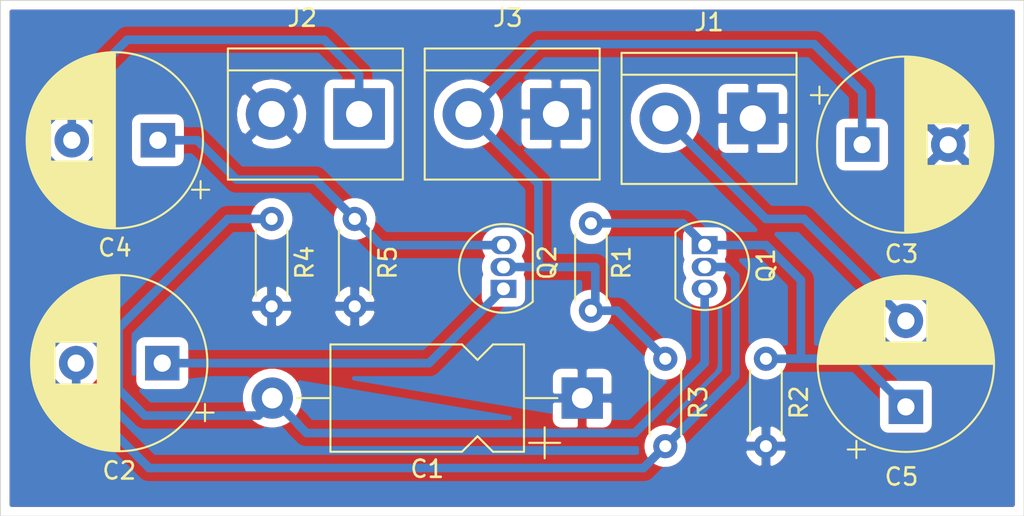
<source format=kicad_pcb>
(kicad_pcb (version 20171130) (host pcbnew "(5.1.7)-1")

  (general
    (thickness 1.6)
    (drawings 4)
    (tracks 60)
    (zones 0)
    (modules 15)
    (nets 10)
  )

  (page A4)
  (layers
    (0 F.Cu mixed)
    (31 B.Cu mixed)
    (36 B.SilkS user)
    (37 F.SilkS user)
    (38 B.Mask user)
    (39 F.Mask user)
    (41 Cmts.User user)
    (42 Eco1.User user)
    (43 Eco2.User user)
    (44 Edge.Cuts user)
    (45 Margin user)
    (46 B.CrtYd user)
    (47 F.CrtYd user)
  )

  (setup
    (last_trace_width 0.5)
    (user_trace_width 0.5)
    (user_trace_width 5)
    (trace_clearance 0.2)
    (zone_clearance 0.508)
    (zone_45_only no)
    (trace_min 0.06)
    (via_size 0.8)
    (via_drill 0.4)
    (via_min_size 0.15)
    (via_min_drill 0.15)
    (user_via 0.6 0.2)
    (user_via 1.6 0.8)
    (uvia_size 0.3)
    (uvia_drill 0.1)
    (uvias_allowed no)
    (uvia_min_size 0.2)
    (uvia_min_drill 0.1)
    (edge_width 0.05)
    (segment_width 0.2)
    (pcb_text_width 0.3)
    (pcb_text_size 1.5 1.5)
    (mod_edge_width 0.12)
    (mod_text_size 1 1)
    (mod_text_width 0.15)
    (pad_size 1.524 1.524)
    (pad_drill 0.762)
    (pad_to_mask_clearance 0)
    (aux_axis_origin 0 0)
    (visible_elements 7FFFFFFF)
    (pcbplotparams
      (layerselection 0x010fc_ffffffff)
      (usegerberextensions false)
      (usegerberattributes true)
      (usegerberadvancedattributes true)
      (creategerberjobfile true)
      (excludeedgelayer true)
      (linewidth 0.100000)
      (plotframeref false)
      (viasonmask false)
      (mode 1)
      (useauxorigin false)
      (hpglpennumber 1)
      (hpglpenspeed 20)
      (hpglpendiameter 15.000000)
      (psnegative false)
      (psa4output false)
      (plotreference true)
      (plotvalue true)
      (plotinvisibletext false)
      (padsonsilk false)
      (subtractmaskfromsilk false)
      (outputformat 1)
      (mirror false)
      (drillshape 1)
      (scaleselection 1)
      (outputdirectory ""))
  )

  (net 0 "")
  (net 1 GND)
  (net 2 "Net-(C1-Pad2)")
  (net 3 "Net-(C4-Pad1)")
  (net 4 "Net-(C4-Pad2)")
  (net 5 "Net-(C5-Pad2)")
  (net 6 "Net-(C5-Pad1)")
  (net 7 "Net-(C3-Pad1)")
  (net 8 "Net-(C2-Pad2)")
  (net 9 "Net-(C2-Pad1)")

  (net_class Default "This is the default net class."
    (clearance 0.2)
    (trace_width 0.25)
    (via_dia 0.8)
    (via_drill 0.4)
    (uvia_dia 0.3)
    (uvia_drill 0.1)
    (add_net GND)
    (add_net "Net-(C1-Pad2)")
    (add_net "Net-(C2-Pad1)")
    (add_net "Net-(C2-Pad2)")
    (add_net "Net-(C3-Pad1)")
    (add_net "Net-(C4-Pad1)")
    (add_net "Net-(C4-Pad2)")
    (add_net "Net-(C5-Pad1)")
    (add_net "Net-(C5-Pad2)")
  )

  (net_class Power ""
    (clearance 0.4)
    (trace_width 0.5)
    (via_dia 1.6)
    (via_drill 0.8)
    (uvia_dia 0.6)
    (uvia_drill 0.2)
    (diff_pair_width 0.4)
    (diff_pair_gap 0.5)
  )

  (module Resistor_THT:R_Axial_DIN0204_L3.6mm_D1.6mm_P5.08mm_Horizontal (layer F.Cu) (tedit 5AE5139B) (tstamp 61A10EC9)
    (at 155.956 97.028 270)
    (descr "Resistor, Axial_DIN0204 series, Axial, Horizontal, pin pitch=5.08mm, 0.167W, length*diameter=3.6*1.6mm^2, http://cdn-reichelt.de/documents/datenblatt/B400/1_4W%23YAG.pdf")
    (tags "Resistor Axial_DIN0204 series Axial Horizontal pin pitch 5.08mm 0.167W length 3.6mm diameter 1.6mm")
    (path /61810A5C)
    (fp_text reference R3 (at 2.54 -1.92 90) (layer F.SilkS)
      (effects (font (size 1 1) (thickness 0.15)))
    )
    (fp_text value 10k (at 2.54 1.92 90) (layer F.Fab)
      (effects (font (size 1 1) (thickness 0.15)))
    )
    (fp_line (start 0.74 -0.8) (end 0.74 0.8) (layer F.Fab) (width 0.1))
    (fp_line (start 0.74 0.8) (end 4.34 0.8) (layer F.Fab) (width 0.1))
    (fp_line (start 4.34 0.8) (end 4.34 -0.8) (layer F.Fab) (width 0.1))
    (fp_line (start 4.34 -0.8) (end 0.74 -0.8) (layer F.Fab) (width 0.1))
    (fp_line (start 0 0) (end 0.74 0) (layer F.Fab) (width 0.1))
    (fp_line (start 5.08 0) (end 4.34 0) (layer F.Fab) (width 0.1))
    (fp_line (start 0.62 -0.92) (end 4.46 -0.92) (layer F.SilkS) (width 0.12))
    (fp_line (start 0.62 0.92) (end 4.46 0.92) (layer F.SilkS) (width 0.12))
    (fp_line (start -0.95 -1.05) (end -0.95 1.05) (layer F.CrtYd) (width 0.05))
    (fp_line (start -0.95 1.05) (end 6.03 1.05) (layer F.CrtYd) (width 0.05))
    (fp_line (start 6.03 1.05) (end 6.03 -1.05) (layer F.CrtYd) (width 0.05))
    (fp_line (start 6.03 -1.05) (end -0.95 -1.05) (layer F.CrtYd) (width 0.05))
    (fp_text user %R (at 2.54 0 90) (layer F.Fab)
      (effects (font (size 0.72 0.72) (thickness 0.108)))
    )
    (pad 1 thru_hole circle (at 0 0 270) (size 1.4 1.4) (drill 0.7) (layers *.Cu *.Mask)
      (net 7 "Net-(C3-Pad1)"))
    (pad 2 thru_hole oval (at 5.08 0 270) (size 1.4 1.4) (drill 0.7) (layers *.Cu *.Mask)
      (net 8 "Net-(C2-Pad2)"))
    (model ${KISYS3DMOD}/Resistor_THT.3dshapes/R_Axial_DIN0204_L3.6mm_D1.6mm_P5.08mm_Horizontal.wrl
      (at (xyz 0 0 0))
      (scale (xyz 1 1 1))
      (rotate (xyz 0 0 0))
    )
  )

  (module Capacitor_THT:CP_Radial_D10.0mm_P5.00mm (layer F.Cu) (tedit 5AE50EF1) (tstamp 61A11A2D)
    (at 167.386 84.582)
    (descr "CP, Radial series, Radial, pin pitch=5.00mm, , diameter=10mm, Electrolytic Capacitor")
    (tags "CP Radial series Radial pin pitch 5.00mm  diameter 10mm Electrolytic Capacitor")
    (path /61818BEB)
    (fp_text reference C3 (at 2.286 6.35) (layer F.SilkS)
      (effects (font (size 1 1) (thickness 0.15)))
    )
    (fp_text value 47uF (at 2.5 6.25) (layer F.Fab)
      (effects (font (size 1 1) (thickness 0.15)))
    )
    (fp_line (start -2.479646 -3.375) (end -2.479646 -2.375) (layer F.SilkS) (width 0.12))
    (fp_line (start -2.979646 -2.875) (end -1.979646 -2.875) (layer F.SilkS) (width 0.12))
    (fp_line (start 7.581 -0.599) (end 7.581 0.599) (layer F.SilkS) (width 0.12))
    (fp_line (start 7.541 -0.862) (end 7.541 0.862) (layer F.SilkS) (width 0.12))
    (fp_line (start 7.501 -1.062) (end 7.501 1.062) (layer F.SilkS) (width 0.12))
    (fp_line (start 7.461 -1.23) (end 7.461 1.23) (layer F.SilkS) (width 0.12))
    (fp_line (start 7.421 -1.378) (end 7.421 1.378) (layer F.SilkS) (width 0.12))
    (fp_line (start 7.381 -1.51) (end 7.381 1.51) (layer F.SilkS) (width 0.12))
    (fp_line (start 7.341 -1.63) (end 7.341 1.63) (layer F.SilkS) (width 0.12))
    (fp_line (start 7.301 -1.742) (end 7.301 1.742) (layer F.SilkS) (width 0.12))
    (fp_line (start 7.261 -1.846) (end 7.261 1.846) (layer F.SilkS) (width 0.12))
    (fp_line (start 7.221 -1.944) (end 7.221 1.944) (layer F.SilkS) (width 0.12))
    (fp_line (start 7.181 -2.037) (end 7.181 2.037) (layer F.SilkS) (width 0.12))
    (fp_line (start 7.141 -2.125) (end 7.141 2.125) (layer F.SilkS) (width 0.12))
    (fp_line (start 7.101 -2.209) (end 7.101 2.209) (layer F.SilkS) (width 0.12))
    (fp_line (start 7.061 -2.289) (end 7.061 2.289) (layer F.SilkS) (width 0.12))
    (fp_line (start 7.021 -2.365) (end 7.021 2.365) (layer F.SilkS) (width 0.12))
    (fp_line (start 6.981 -2.439) (end 6.981 2.439) (layer F.SilkS) (width 0.12))
    (fp_line (start 6.941 -2.51) (end 6.941 2.51) (layer F.SilkS) (width 0.12))
    (fp_line (start 6.901 -2.579) (end 6.901 2.579) (layer F.SilkS) (width 0.12))
    (fp_line (start 6.861 -2.645) (end 6.861 2.645) (layer F.SilkS) (width 0.12))
    (fp_line (start 6.821 -2.709) (end 6.821 2.709) (layer F.SilkS) (width 0.12))
    (fp_line (start 6.781 -2.77) (end 6.781 2.77) (layer F.SilkS) (width 0.12))
    (fp_line (start 6.741 -2.83) (end 6.741 2.83) (layer F.SilkS) (width 0.12))
    (fp_line (start 6.701 -2.889) (end 6.701 2.889) (layer F.SilkS) (width 0.12))
    (fp_line (start 6.661 -2.945) (end 6.661 2.945) (layer F.SilkS) (width 0.12))
    (fp_line (start 6.621 -3) (end 6.621 3) (layer F.SilkS) (width 0.12))
    (fp_line (start 6.581 -3.054) (end 6.581 3.054) (layer F.SilkS) (width 0.12))
    (fp_line (start 6.541 -3.106) (end 6.541 3.106) (layer F.SilkS) (width 0.12))
    (fp_line (start 6.501 -3.156) (end 6.501 3.156) (layer F.SilkS) (width 0.12))
    (fp_line (start 6.461 -3.206) (end 6.461 3.206) (layer F.SilkS) (width 0.12))
    (fp_line (start 6.421 -3.254) (end 6.421 3.254) (layer F.SilkS) (width 0.12))
    (fp_line (start 6.381 -3.301) (end 6.381 3.301) (layer F.SilkS) (width 0.12))
    (fp_line (start 6.341 -3.347) (end 6.341 3.347) (layer F.SilkS) (width 0.12))
    (fp_line (start 6.301 -3.392) (end 6.301 3.392) (layer F.SilkS) (width 0.12))
    (fp_line (start 6.261 -3.436) (end 6.261 3.436) (layer F.SilkS) (width 0.12))
    (fp_line (start 6.221 1.241) (end 6.221 3.478) (layer F.SilkS) (width 0.12))
    (fp_line (start 6.221 -3.478) (end 6.221 -1.241) (layer F.SilkS) (width 0.12))
    (fp_line (start 6.181 1.241) (end 6.181 3.52) (layer F.SilkS) (width 0.12))
    (fp_line (start 6.181 -3.52) (end 6.181 -1.241) (layer F.SilkS) (width 0.12))
    (fp_line (start 6.141 1.241) (end 6.141 3.561) (layer F.SilkS) (width 0.12))
    (fp_line (start 6.141 -3.561) (end 6.141 -1.241) (layer F.SilkS) (width 0.12))
    (fp_line (start 6.101 1.241) (end 6.101 3.601) (layer F.SilkS) (width 0.12))
    (fp_line (start 6.101 -3.601) (end 6.101 -1.241) (layer F.SilkS) (width 0.12))
    (fp_line (start 6.061 1.241) (end 6.061 3.64) (layer F.SilkS) (width 0.12))
    (fp_line (start 6.061 -3.64) (end 6.061 -1.241) (layer F.SilkS) (width 0.12))
    (fp_line (start 6.021 1.241) (end 6.021 3.679) (layer F.SilkS) (width 0.12))
    (fp_line (start 6.021 -3.679) (end 6.021 -1.241) (layer F.SilkS) (width 0.12))
    (fp_line (start 5.981 1.241) (end 5.981 3.716) (layer F.SilkS) (width 0.12))
    (fp_line (start 5.981 -3.716) (end 5.981 -1.241) (layer F.SilkS) (width 0.12))
    (fp_line (start 5.941 1.241) (end 5.941 3.753) (layer F.SilkS) (width 0.12))
    (fp_line (start 5.941 -3.753) (end 5.941 -1.241) (layer F.SilkS) (width 0.12))
    (fp_line (start 5.901 1.241) (end 5.901 3.789) (layer F.SilkS) (width 0.12))
    (fp_line (start 5.901 -3.789) (end 5.901 -1.241) (layer F.SilkS) (width 0.12))
    (fp_line (start 5.861 1.241) (end 5.861 3.824) (layer F.SilkS) (width 0.12))
    (fp_line (start 5.861 -3.824) (end 5.861 -1.241) (layer F.SilkS) (width 0.12))
    (fp_line (start 5.821 1.241) (end 5.821 3.858) (layer F.SilkS) (width 0.12))
    (fp_line (start 5.821 -3.858) (end 5.821 -1.241) (layer F.SilkS) (width 0.12))
    (fp_line (start 5.781 1.241) (end 5.781 3.892) (layer F.SilkS) (width 0.12))
    (fp_line (start 5.781 -3.892) (end 5.781 -1.241) (layer F.SilkS) (width 0.12))
    (fp_line (start 5.741 1.241) (end 5.741 3.925) (layer F.SilkS) (width 0.12))
    (fp_line (start 5.741 -3.925) (end 5.741 -1.241) (layer F.SilkS) (width 0.12))
    (fp_line (start 5.701 1.241) (end 5.701 3.957) (layer F.SilkS) (width 0.12))
    (fp_line (start 5.701 -3.957) (end 5.701 -1.241) (layer F.SilkS) (width 0.12))
    (fp_line (start 5.661 1.241) (end 5.661 3.989) (layer F.SilkS) (width 0.12))
    (fp_line (start 5.661 -3.989) (end 5.661 -1.241) (layer F.SilkS) (width 0.12))
    (fp_line (start 5.621 1.241) (end 5.621 4.02) (layer F.SilkS) (width 0.12))
    (fp_line (start 5.621 -4.02) (end 5.621 -1.241) (layer F.SilkS) (width 0.12))
    (fp_line (start 5.581 1.241) (end 5.581 4.05) (layer F.SilkS) (width 0.12))
    (fp_line (start 5.581 -4.05) (end 5.581 -1.241) (layer F.SilkS) (width 0.12))
    (fp_line (start 5.541 1.241) (end 5.541 4.08) (layer F.SilkS) (width 0.12))
    (fp_line (start 5.541 -4.08) (end 5.541 -1.241) (layer F.SilkS) (width 0.12))
    (fp_line (start 5.501 1.241) (end 5.501 4.11) (layer F.SilkS) (width 0.12))
    (fp_line (start 5.501 -4.11) (end 5.501 -1.241) (layer F.SilkS) (width 0.12))
    (fp_line (start 5.461 1.241) (end 5.461 4.138) (layer F.SilkS) (width 0.12))
    (fp_line (start 5.461 -4.138) (end 5.461 -1.241) (layer F.SilkS) (width 0.12))
    (fp_line (start 5.421 1.241) (end 5.421 4.166) (layer F.SilkS) (width 0.12))
    (fp_line (start 5.421 -4.166) (end 5.421 -1.241) (layer F.SilkS) (width 0.12))
    (fp_line (start 5.381 1.241) (end 5.381 4.194) (layer F.SilkS) (width 0.12))
    (fp_line (start 5.381 -4.194) (end 5.381 -1.241) (layer F.SilkS) (width 0.12))
    (fp_line (start 5.341 1.241) (end 5.341 4.221) (layer F.SilkS) (width 0.12))
    (fp_line (start 5.341 -4.221) (end 5.341 -1.241) (layer F.SilkS) (width 0.12))
    (fp_line (start 5.301 1.241) (end 5.301 4.247) (layer F.SilkS) (width 0.12))
    (fp_line (start 5.301 -4.247) (end 5.301 -1.241) (layer F.SilkS) (width 0.12))
    (fp_line (start 5.261 1.241) (end 5.261 4.273) (layer F.SilkS) (width 0.12))
    (fp_line (start 5.261 -4.273) (end 5.261 -1.241) (layer F.SilkS) (width 0.12))
    (fp_line (start 5.221 1.241) (end 5.221 4.298) (layer F.SilkS) (width 0.12))
    (fp_line (start 5.221 -4.298) (end 5.221 -1.241) (layer F.SilkS) (width 0.12))
    (fp_line (start 5.181 1.241) (end 5.181 4.323) (layer F.SilkS) (width 0.12))
    (fp_line (start 5.181 -4.323) (end 5.181 -1.241) (layer F.SilkS) (width 0.12))
    (fp_line (start 5.141 1.241) (end 5.141 4.347) (layer F.SilkS) (width 0.12))
    (fp_line (start 5.141 -4.347) (end 5.141 -1.241) (layer F.SilkS) (width 0.12))
    (fp_line (start 5.101 1.241) (end 5.101 4.371) (layer F.SilkS) (width 0.12))
    (fp_line (start 5.101 -4.371) (end 5.101 -1.241) (layer F.SilkS) (width 0.12))
    (fp_line (start 5.061 1.241) (end 5.061 4.395) (layer F.SilkS) (width 0.12))
    (fp_line (start 5.061 -4.395) (end 5.061 -1.241) (layer F.SilkS) (width 0.12))
    (fp_line (start 5.021 1.241) (end 5.021 4.417) (layer F.SilkS) (width 0.12))
    (fp_line (start 5.021 -4.417) (end 5.021 -1.241) (layer F.SilkS) (width 0.12))
    (fp_line (start 4.981 1.241) (end 4.981 4.44) (layer F.SilkS) (width 0.12))
    (fp_line (start 4.981 -4.44) (end 4.981 -1.241) (layer F.SilkS) (width 0.12))
    (fp_line (start 4.941 1.241) (end 4.941 4.462) (layer F.SilkS) (width 0.12))
    (fp_line (start 4.941 -4.462) (end 4.941 -1.241) (layer F.SilkS) (width 0.12))
    (fp_line (start 4.901 1.241) (end 4.901 4.483) (layer F.SilkS) (width 0.12))
    (fp_line (start 4.901 -4.483) (end 4.901 -1.241) (layer F.SilkS) (width 0.12))
    (fp_line (start 4.861 1.241) (end 4.861 4.504) (layer F.SilkS) (width 0.12))
    (fp_line (start 4.861 -4.504) (end 4.861 -1.241) (layer F.SilkS) (width 0.12))
    (fp_line (start 4.821 1.241) (end 4.821 4.525) (layer F.SilkS) (width 0.12))
    (fp_line (start 4.821 -4.525) (end 4.821 -1.241) (layer F.SilkS) (width 0.12))
    (fp_line (start 4.781 1.241) (end 4.781 4.545) (layer F.SilkS) (width 0.12))
    (fp_line (start 4.781 -4.545) (end 4.781 -1.241) (layer F.SilkS) (width 0.12))
    (fp_line (start 4.741 1.241) (end 4.741 4.564) (layer F.SilkS) (width 0.12))
    (fp_line (start 4.741 -4.564) (end 4.741 -1.241) (layer F.SilkS) (width 0.12))
    (fp_line (start 4.701 1.241) (end 4.701 4.584) (layer F.SilkS) (width 0.12))
    (fp_line (start 4.701 -4.584) (end 4.701 -1.241) (layer F.SilkS) (width 0.12))
    (fp_line (start 4.661 1.241) (end 4.661 4.603) (layer F.SilkS) (width 0.12))
    (fp_line (start 4.661 -4.603) (end 4.661 -1.241) (layer F.SilkS) (width 0.12))
    (fp_line (start 4.621 1.241) (end 4.621 4.621) (layer F.SilkS) (width 0.12))
    (fp_line (start 4.621 -4.621) (end 4.621 -1.241) (layer F.SilkS) (width 0.12))
    (fp_line (start 4.581 1.241) (end 4.581 4.639) (layer F.SilkS) (width 0.12))
    (fp_line (start 4.581 -4.639) (end 4.581 -1.241) (layer F.SilkS) (width 0.12))
    (fp_line (start 4.541 1.241) (end 4.541 4.657) (layer F.SilkS) (width 0.12))
    (fp_line (start 4.541 -4.657) (end 4.541 -1.241) (layer F.SilkS) (width 0.12))
    (fp_line (start 4.501 1.241) (end 4.501 4.674) (layer F.SilkS) (width 0.12))
    (fp_line (start 4.501 -4.674) (end 4.501 -1.241) (layer F.SilkS) (width 0.12))
    (fp_line (start 4.461 1.241) (end 4.461 4.69) (layer F.SilkS) (width 0.12))
    (fp_line (start 4.461 -4.69) (end 4.461 -1.241) (layer F.SilkS) (width 0.12))
    (fp_line (start 4.421 1.241) (end 4.421 4.707) (layer F.SilkS) (width 0.12))
    (fp_line (start 4.421 -4.707) (end 4.421 -1.241) (layer F.SilkS) (width 0.12))
    (fp_line (start 4.381 1.241) (end 4.381 4.723) (layer F.SilkS) (width 0.12))
    (fp_line (start 4.381 -4.723) (end 4.381 -1.241) (layer F.SilkS) (width 0.12))
    (fp_line (start 4.341 1.241) (end 4.341 4.738) (layer F.SilkS) (width 0.12))
    (fp_line (start 4.341 -4.738) (end 4.341 -1.241) (layer F.SilkS) (width 0.12))
    (fp_line (start 4.301 1.241) (end 4.301 4.754) (layer F.SilkS) (width 0.12))
    (fp_line (start 4.301 -4.754) (end 4.301 -1.241) (layer F.SilkS) (width 0.12))
    (fp_line (start 4.261 1.241) (end 4.261 4.768) (layer F.SilkS) (width 0.12))
    (fp_line (start 4.261 -4.768) (end 4.261 -1.241) (layer F.SilkS) (width 0.12))
    (fp_line (start 4.221 1.241) (end 4.221 4.783) (layer F.SilkS) (width 0.12))
    (fp_line (start 4.221 -4.783) (end 4.221 -1.241) (layer F.SilkS) (width 0.12))
    (fp_line (start 4.181 1.241) (end 4.181 4.797) (layer F.SilkS) (width 0.12))
    (fp_line (start 4.181 -4.797) (end 4.181 -1.241) (layer F.SilkS) (width 0.12))
    (fp_line (start 4.141 1.241) (end 4.141 4.811) (layer F.SilkS) (width 0.12))
    (fp_line (start 4.141 -4.811) (end 4.141 -1.241) (layer F.SilkS) (width 0.12))
    (fp_line (start 4.101 1.241) (end 4.101 4.824) (layer F.SilkS) (width 0.12))
    (fp_line (start 4.101 -4.824) (end 4.101 -1.241) (layer F.SilkS) (width 0.12))
    (fp_line (start 4.061 1.241) (end 4.061 4.837) (layer F.SilkS) (width 0.12))
    (fp_line (start 4.061 -4.837) (end 4.061 -1.241) (layer F.SilkS) (width 0.12))
    (fp_line (start 4.021 1.241) (end 4.021 4.85) (layer F.SilkS) (width 0.12))
    (fp_line (start 4.021 -4.85) (end 4.021 -1.241) (layer F.SilkS) (width 0.12))
    (fp_line (start 3.981 1.241) (end 3.981 4.862) (layer F.SilkS) (width 0.12))
    (fp_line (start 3.981 -4.862) (end 3.981 -1.241) (layer F.SilkS) (width 0.12))
    (fp_line (start 3.941 1.241) (end 3.941 4.874) (layer F.SilkS) (width 0.12))
    (fp_line (start 3.941 -4.874) (end 3.941 -1.241) (layer F.SilkS) (width 0.12))
    (fp_line (start 3.901 1.241) (end 3.901 4.885) (layer F.SilkS) (width 0.12))
    (fp_line (start 3.901 -4.885) (end 3.901 -1.241) (layer F.SilkS) (width 0.12))
    (fp_line (start 3.861 1.241) (end 3.861 4.897) (layer F.SilkS) (width 0.12))
    (fp_line (start 3.861 -4.897) (end 3.861 -1.241) (layer F.SilkS) (width 0.12))
    (fp_line (start 3.821 1.241) (end 3.821 4.907) (layer F.SilkS) (width 0.12))
    (fp_line (start 3.821 -4.907) (end 3.821 -1.241) (layer F.SilkS) (width 0.12))
    (fp_line (start 3.781 1.241) (end 3.781 4.918) (layer F.SilkS) (width 0.12))
    (fp_line (start 3.781 -4.918) (end 3.781 -1.241) (layer F.SilkS) (width 0.12))
    (fp_line (start 3.741 -4.928) (end 3.741 4.928) (layer F.SilkS) (width 0.12))
    (fp_line (start 3.701 -4.938) (end 3.701 4.938) (layer F.SilkS) (width 0.12))
    (fp_line (start 3.661 -4.947) (end 3.661 4.947) (layer F.SilkS) (width 0.12))
    (fp_line (start 3.621 -4.956) (end 3.621 4.956) (layer F.SilkS) (width 0.12))
    (fp_line (start 3.581 -4.965) (end 3.581 4.965) (layer F.SilkS) (width 0.12))
    (fp_line (start 3.541 -4.974) (end 3.541 4.974) (layer F.SilkS) (width 0.12))
    (fp_line (start 3.501 -4.982) (end 3.501 4.982) (layer F.SilkS) (width 0.12))
    (fp_line (start 3.461 -4.99) (end 3.461 4.99) (layer F.SilkS) (width 0.12))
    (fp_line (start 3.421 -4.997) (end 3.421 4.997) (layer F.SilkS) (width 0.12))
    (fp_line (start 3.381 -5.004) (end 3.381 5.004) (layer F.SilkS) (width 0.12))
    (fp_line (start 3.341 -5.011) (end 3.341 5.011) (layer F.SilkS) (width 0.12))
    (fp_line (start 3.301 -5.018) (end 3.301 5.018) (layer F.SilkS) (width 0.12))
    (fp_line (start 3.261 -5.024) (end 3.261 5.024) (layer F.SilkS) (width 0.12))
    (fp_line (start 3.221 -5.03) (end 3.221 5.03) (layer F.SilkS) (width 0.12))
    (fp_line (start 3.18 -5.035) (end 3.18 5.035) (layer F.SilkS) (width 0.12))
    (fp_line (start 3.14 -5.04) (end 3.14 5.04) (layer F.SilkS) (width 0.12))
    (fp_line (start 3.1 -5.045) (end 3.1 5.045) (layer F.SilkS) (width 0.12))
    (fp_line (start 3.06 -5.05) (end 3.06 5.05) (layer F.SilkS) (width 0.12))
    (fp_line (start 3.02 -5.054) (end 3.02 5.054) (layer F.SilkS) (width 0.12))
    (fp_line (start 2.98 -5.058) (end 2.98 5.058) (layer F.SilkS) (width 0.12))
    (fp_line (start 2.94 -5.062) (end 2.94 5.062) (layer F.SilkS) (width 0.12))
    (fp_line (start 2.9 -5.065) (end 2.9 5.065) (layer F.SilkS) (width 0.12))
    (fp_line (start 2.86 -5.068) (end 2.86 5.068) (layer F.SilkS) (width 0.12))
    (fp_line (start 2.82 -5.07) (end 2.82 5.07) (layer F.SilkS) (width 0.12))
    (fp_line (start 2.78 -5.073) (end 2.78 5.073) (layer F.SilkS) (width 0.12))
    (fp_line (start 2.74 -5.075) (end 2.74 5.075) (layer F.SilkS) (width 0.12))
    (fp_line (start 2.7 -5.077) (end 2.7 5.077) (layer F.SilkS) (width 0.12))
    (fp_line (start 2.66 -5.078) (end 2.66 5.078) (layer F.SilkS) (width 0.12))
    (fp_line (start 2.62 -5.079) (end 2.62 5.079) (layer F.SilkS) (width 0.12))
    (fp_line (start 2.58 -5.08) (end 2.58 5.08) (layer F.SilkS) (width 0.12))
    (fp_line (start 2.54 -5.08) (end 2.54 5.08) (layer F.SilkS) (width 0.12))
    (fp_line (start 2.5 -5.08) (end 2.5 5.08) (layer F.SilkS) (width 0.12))
    (fp_line (start -1.288861 -2.6875) (end -1.288861 -1.6875) (layer F.Fab) (width 0.1))
    (fp_line (start -1.788861 -2.1875) (end -0.788861 -2.1875) (layer F.Fab) (width 0.1))
    (fp_circle (center 2.5 0) (end 7.75 0) (layer F.CrtYd) (width 0.05))
    (fp_circle (center 2.5 0) (end 7.62 0) (layer F.SilkS) (width 0.12))
    (fp_circle (center 2.5 0) (end 7.5 0) (layer F.Fab) (width 0.1))
    (fp_text user %R (at 2.5 0) (layer F.Fab)
      (effects (font (size 1 1) (thickness 0.15)))
    )
    (pad 2 thru_hole circle (at 5 0) (size 2 2) (drill 1) (layers *.Cu *.Mask)
      (net 1 GND))
    (pad 1 thru_hole rect (at 0 0) (size 2 2) (drill 1) (layers *.Cu *.Mask)
      (net 7 "Net-(C3-Pad1)"))
    (model ${KISYS3DMOD}/Capacitor_THT.3dshapes/CP_Radial_D10.0mm_P5.00mm.wrl
      (at (xyz 0 0 0))
      (scale (xyz 1 1 1))
      (rotate (xyz 0 0 0))
    )
  )

  (module Resistor_THT:R_Axial_DIN0204_L3.6mm_D1.6mm_P5.08mm_Horizontal (layer F.Cu) (tedit 5AE5139B) (tstamp 61A10EB6)
    (at 161.798 97.028 270)
    (descr "Resistor, Axial_DIN0204 series, Axial, Horizontal, pin pitch=5.08mm, 0.167W, length*diameter=3.6*1.6mm^2, http://cdn-reichelt.de/documents/datenblatt/B400/1_4W%23YAG.pdf")
    (tags "Resistor Axial_DIN0204 series Axial Horizontal pin pitch 5.08mm 0.167W length 3.6mm diameter 1.6mm")
    (path /61812AC9)
    (fp_text reference R2 (at 2.54 -1.92 90) (layer F.SilkS)
      (effects (font (size 1 1) (thickness 0.15)))
    )
    (fp_text value 27k (at 2.54 1.92 90) (layer F.Fab)
      (effects (font (size 1 1) (thickness 0.15)))
    )
    (fp_line (start 6.03 -1.05) (end -0.95 -1.05) (layer F.CrtYd) (width 0.05))
    (fp_line (start 6.03 1.05) (end 6.03 -1.05) (layer F.CrtYd) (width 0.05))
    (fp_line (start -0.95 1.05) (end 6.03 1.05) (layer F.CrtYd) (width 0.05))
    (fp_line (start -0.95 -1.05) (end -0.95 1.05) (layer F.CrtYd) (width 0.05))
    (fp_line (start 0.62 0.92) (end 4.46 0.92) (layer F.SilkS) (width 0.12))
    (fp_line (start 0.62 -0.92) (end 4.46 -0.92) (layer F.SilkS) (width 0.12))
    (fp_line (start 5.08 0) (end 4.34 0) (layer F.Fab) (width 0.1))
    (fp_line (start 0 0) (end 0.74 0) (layer F.Fab) (width 0.1))
    (fp_line (start 4.34 -0.8) (end 0.74 -0.8) (layer F.Fab) (width 0.1))
    (fp_line (start 4.34 0.8) (end 4.34 -0.8) (layer F.Fab) (width 0.1))
    (fp_line (start 0.74 0.8) (end 4.34 0.8) (layer F.Fab) (width 0.1))
    (fp_line (start 0.74 -0.8) (end 0.74 0.8) (layer F.Fab) (width 0.1))
    (fp_text user %R (at 2.54 0 90) (layer F.Fab)
      (effects (font (size 0.72 0.72) (thickness 0.108)))
    )
    (pad 2 thru_hole oval (at 5.08 0 270) (size 1.4 1.4) (drill 0.7) (layers *.Cu *.Mask)
      (net 1 GND))
    (pad 1 thru_hole circle (at 0 0 270) (size 1.4 1.4) (drill 0.7) (layers *.Cu *.Mask)
      (net 6 "Net-(C5-Pad1)"))
    (model ${KISYS3DMOD}/Resistor_THT.3dshapes/R_Axial_DIN0204_L3.6mm_D1.6mm_P5.08mm_Horizontal.wrl
      (at (xyz 0 0 0))
      (scale (xyz 1 1 1))
      (rotate (xyz 0 0 0))
    )
  )

  (module Capacitor_THT:CP_Radial_D10.0mm_P5.00mm (layer F.Cu) (tedit 5AE50EF1) (tstamp 61A10E2F)
    (at 169.926 99.822 90)
    (descr "CP, Radial series, Radial, pin pitch=5.00mm, , diameter=10mm, Electrolytic Capacitor")
    (tags "CP Radial series Radial pin pitch 5.00mm  diameter 10mm Electrolytic Capacitor")
    (path /618215EE)
    (fp_text reference C5 (at -4.064 -0.254 180) (layer F.SilkS)
      (effects (font (size 1 1) (thickness 0.15)))
    )
    (fp_text value 0.47uF (at 2.5 6.25 90) (layer F.Fab)
      (effects (font (size 1 1) (thickness 0.15)))
    )
    (fp_line (start -2.479646 -3.375) (end -2.479646 -2.375) (layer F.SilkS) (width 0.12))
    (fp_line (start -2.979646 -2.875) (end -1.979646 -2.875) (layer F.SilkS) (width 0.12))
    (fp_line (start 7.581 -0.599) (end 7.581 0.599) (layer F.SilkS) (width 0.12))
    (fp_line (start 7.541 -0.862) (end 7.541 0.862) (layer F.SilkS) (width 0.12))
    (fp_line (start 7.501 -1.062) (end 7.501 1.062) (layer F.SilkS) (width 0.12))
    (fp_line (start 7.461 -1.23) (end 7.461 1.23) (layer F.SilkS) (width 0.12))
    (fp_line (start 7.421 -1.378) (end 7.421 1.378) (layer F.SilkS) (width 0.12))
    (fp_line (start 7.381 -1.51) (end 7.381 1.51) (layer F.SilkS) (width 0.12))
    (fp_line (start 7.341 -1.63) (end 7.341 1.63) (layer F.SilkS) (width 0.12))
    (fp_line (start 7.301 -1.742) (end 7.301 1.742) (layer F.SilkS) (width 0.12))
    (fp_line (start 7.261 -1.846) (end 7.261 1.846) (layer F.SilkS) (width 0.12))
    (fp_line (start 7.221 -1.944) (end 7.221 1.944) (layer F.SilkS) (width 0.12))
    (fp_line (start 7.181 -2.037) (end 7.181 2.037) (layer F.SilkS) (width 0.12))
    (fp_line (start 7.141 -2.125) (end 7.141 2.125) (layer F.SilkS) (width 0.12))
    (fp_line (start 7.101 -2.209) (end 7.101 2.209) (layer F.SilkS) (width 0.12))
    (fp_line (start 7.061 -2.289) (end 7.061 2.289) (layer F.SilkS) (width 0.12))
    (fp_line (start 7.021 -2.365) (end 7.021 2.365) (layer F.SilkS) (width 0.12))
    (fp_line (start 6.981 -2.439) (end 6.981 2.439) (layer F.SilkS) (width 0.12))
    (fp_line (start 6.941 -2.51) (end 6.941 2.51) (layer F.SilkS) (width 0.12))
    (fp_line (start 6.901 -2.579) (end 6.901 2.579) (layer F.SilkS) (width 0.12))
    (fp_line (start 6.861 -2.645) (end 6.861 2.645) (layer F.SilkS) (width 0.12))
    (fp_line (start 6.821 -2.709) (end 6.821 2.709) (layer F.SilkS) (width 0.12))
    (fp_line (start 6.781 -2.77) (end 6.781 2.77) (layer F.SilkS) (width 0.12))
    (fp_line (start 6.741 -2.83) (end 6.741 2.83) (layer F.SilkS) (width 0.12))
    (fp_line (start 6.701 -2.889) (end 6.701 2.889) (layer F.SilkS) (width 0.12))
    (fp_line (start 6.661 -2.945) (end 6.661 2.945) (layer F.SilkS) (width 0.12))
    (fp_line (start 6.621 -3) (end 6.621 3) (layer F.SilkS) (width 0.12))
    (fp_line (start 6.581 -3.054) (end 6.581 3.054) (layer F.SilkS) (width 0.12))
    (fp_line (start 6.541 -3.106) (end 6.541 3.106) (layer F.SilkS) (width 0.12))
    (fp_line (start 6.501 -3.156) (end 6.501 3.156) (layer F.SilkS) (width 0.12))
    (fp_line (start 6.461 -3.206) (end 6.461 3.206) (layer F.SilkS) (width 0.12))
    (fp_line (start 6.421 -3.254) (end 6.421 3.254) (layer F.SilkS) (width 0.12))
    (fp_line (start 6.381 -3.301) (end 6.381 3.301) (layer F.SilkS) (width 0.12))
    (fp_line (start 6.341 -3.347) (end 6.341 3.347) (layer F.SilkS) (width 0.12))
    (fp_line (start 6.301 -3.392) (end 6.301 3.392) (layer F.SilkS) (width 0.12))
    (fp_line (start 6.261 -3.436) (end 6.261 3.436) (layer F.SilkS) (width 0.12))
    (fp_line (start 6.221 1.241) (end 6.221 3.478) (layer F.SilkS) (width 0.12))
    (fp_line (start 6.221 -3.478) (end 6.221 -1.241) (layer F.SilkS) (width 0.12))
    (fp_line (start 6.181 1.241) (end 6.181 3.52) (layer F.SilkS) (width 0.12))
    (fp_line (start 6.181 -3.52) (end 6.181 -1.241) (layer F.SilkS) (width 0.12))
    (fp_line (start 6.141 1.241) (end 6.141 3.561) (layer F.SilkS) (width 0.12))
    (fp_line (start 6.141 -3.561) (end 6.141 -1.241) (layer F.SilkS) (width 0.12))
    (fp_line (start 6.101 1.241) (end 6.101 3.601) (layer F.SilkS) (width 0.12))
    (fp_line (start 6.101 -3.601) (end 6.101 -1.241) (layer F.SilkS) (width 0.12))
    (fp_line (start 6.061 1.241) (end 6.061 3.64) (layer F.SilkS) (width 0.12))
    (fp_line (start 6.061 -3.64) (end 6.061 -1.241) (layer F.SilkS) (width 0.12))
    (fp_line (start 6.021 1.241) (end 6.021 3.679) (layer F.SilkS) (width 0.12))
    (fp_line (start 6.021 -3.679) (end 6.021 -1.241) (layer F.SilkS) (width 0.12))
    (fp_line (start 5.981 1.241) (end 5.981 3.716) (layer F.SilkS) (width 0.12))
    (fp_line (start 5.981 -3.716) (end 5.981 -1.241) (layer F.SilkS) (width 0.12))
    (fp_line (start 5.941 1.241) (end 5.941 3.753) (layer F.SilkS) (width 0.12))
    (fp_line (start 5.941 -3.753) (end 5.941 -1.241) (layer F.SilkS) (width 0.12))
    (fp_line (start 5.901 1.241) (end 5.901 3.789) (layer F.SilkS) (width 0.12))
    (fp_line (start 5.901 -3.789) (end 5.901 -1.241) (layer F.SilkS) (width 0.12))
    (fp_line (start 5.861 1.241) (end 5.861 3.824) (layer F.SilkS) (width 0.12))
    (fp_line (start 5.861 -3.824) (end 5.861 -1.241) (layer F.SilkS) (width 0.12))
    (fp_line (start 5.821 1.241) (end 5.821 3.858) (layer F.SilkS) (width 0.12))
    (fp_line (start 5.821 -3.858) (end 5.821 -1.241) (layer F.SilkS) (width 0.12))
    (fp_line (start 5.781 1.241) (end 5.781 3.892) (layer F.SilkS) (width 0.12))
    (fp_line (start 5.781 -3.892) (end 5.781 -1.241) (layer F.SilkS) (width 0.12))
    (fp_line (start 5.741 1.241) (end 5.741 3.925) (layer F.SilkS) (width 0.12))
    (fp_line (start 5.741 -3.925) (end 5.741 -1.241) (layer F.SilkS) (width 0.12))
    (fp_line (start 5.701 1.241) (end 5.701 3.957) (layer F.SilkS) (width 0.12))
    (fp_line (start 5.701 -3.957) (end 5.701 -1.241) (layer F.SilkS) (width 0.12))
    (fp_line (start 5.661 1.241) (end 5.661 3.989) (layer F.SilkS) (width 0.12))
    (fp_line (start 5.661 -3.989) (end 5.661 -1.241) (layer F.SilkS) (width 0.12))
    (fp_line (start 5.621 1.241) (end 5.621 4.02) (layer F.SilkS) (width 0.12))
    (fp_line (start 5.621 -4.02) (end 5.621 -1.241) (layer F.SilkS) (width 0.12))
    (fp_line (start 5.581 1.241) (end 5.581 4.05) (layer F.SilkS) (width 0.12))
    (fp_line (start 5.581 -4.05) (end 5.581 -1.241) (layer F.SilkS) (width 0.12))
    (fp_line (start 5.541 1.241) (end 5.541 4.08) (layer F.SilkS) (width 0.12))
    (fp_line (start 5.541 -4.08) (end 5.541 -1.241) (layer F.SilkS) (width 0.12))
    (fp_line (start 5.501 1.241) (end 5.501 4.11) (layer F.SilkS) (width 0.12))
    (fp_line (start 5.501 -4.11) (end 5.501 -1.241) (layer F.SilkS) (width 0.12))
    (fp_line (start 5.461 1.241) (end 5.461 4.138) (layer F.SilkS) (width 0.12))
    (fp_line (start 5.461 -4.138) (end 5.461 -1.241) (layer F.SilkS) (width 0.12))
    (fp_line (start 5.421 1.241) (end 5.421 4.166) (layer F.SilkS) (width 0.12))
    (fp_line (start 5.421 -4.166) (end 5.421 -1.241) (layer F.SilkS) (width 0.12))
    (fp_line (start 5.381 1.241) (end 5.381 4.194) (layer F.SilkS) (width 0.12))
    (fp_line (start 5.381 -4.194) (end 5.381 -1.241) (layer F.SilkS) (width 0.12))
    (fp_line (start 5.341 1.241) (end 5.341 4.221) (layer F.SilkS) (width 0.12))
    (fp_line (start 5.341 -4.221) (end 5.341 -1.241) (layer F.SilkS) (width 0.12))
    (fp_line (start 5.301 1.241) (end 5.301 4.247) (layer F.SilkS) (width 0.12))
    (fp_line (start 5.301 -4.247) (end 5.301 -1.241) (layer F.SilkS) (width 0.12))
    (fp_line (start 5.261 1.241) (end 5.261 4.273) (layer F.SilkS) (width 0.12))
    (fp_line (start 5.261 -4.273) (end 5.261 -1.241) (layer F.SilkS) (width 0.12))
    (fp_line (start 5.221 1.241) (end 5.221 4.298) (layer F.SilkS) (width 0.12))
    (fp_line (start 5.221 -4.298) (end 5.221 -1.241) (layer F.SilkS) (width 0.12))
    (fp_line (start 5.181 1.241) (end 5.181 4.323) (layer F.SilkS) (width 0.12))
    (fp_line (start 5.181 -4.323) (end 5.181 -1.241) (layer F.SilkS) (width 0.12))
    (fp_line (start 5.141 1.241) (end 5.141 4.347) (layer F.SilkS) (width 0.12))
    (fp_line (start 5.141 -4.347) (end 5.141 -1.241) (layer F.SilkS) (width 0.12))
    (fp_line (start 5.101 1.241) (end 5.101 4.371) (layer F.SilkS) (width 0.12))
    (fp_line (start 5.101 -4.371) (end 5.101 -1.241) (layer F.SilkS) (width 0.12))
    (fp_line (start 5.061 1.241) (end 5.061 4.395) (layer F.SilkS) (width 0.12))
    (fp_line (start 5.061 -4.395) (end 5.061 -1.241) (layer F.SilkS) (width 0.12))
    (fp_line (start 5.021 1.241) (end 5.021 4.417) (layer F.SilkS) (width 0.12))
    (fp_line (start 5.021 -4.417) (end 5.021 -1.241) (layer F.SilkS) (width 0.12))
    (fp_line (start 4.981 1.241) (end 4.981 4.44) (layer F.SilkS) (width 0.12))
    (fp_line (start 4.981 -4.44) (end 4.981 -1.241) (layer F.SilkS) (width 0.12))
    (fp_line (start 4.941 1.241) (end 4.941 4.462) (layer F.SilkS) (width 0.12))
    (fp_line (start 4.941 -4.462) (end 4.941 -1.241) (layer F.SilkS) (width 0.12))
    (fp_line (start 4.901 1.241) (end 4.901 4.483) (layer F.SilkS) (width 0.12))
    (fp_line (start 4.901 -4.483) (end 4.901 -1.241) (layer F.SilkS) (width 0.12))
    (fp_line (start 4.861 1.241) (end 4.861 4.504) (layer F.SilkS) (width 0.12))
    (fp_line (start 4.861 -4.504) (end 4.861 -1.241) (layer F.SilkS) (width 0.12))
    (fp_line (start 4.821 1.241) (end 4.821 4.525) (layer F.SilkS) (width 0.12))
    (fp_line (start 4.821 -4.525) (end 4.821 -1.241) (layer F.SilkS) (width 0.12))
    (fp_line (start 4.781 1.241) (end 4.781 4.545) (layer F.SilkS) (width 0.12))
    (fp_line (start 4.781 -4.545) (end 4.781 -1.241) (layer F.SilkS) (width 0.12))
    (fp_line (start 4.741 1.241) (end 4.741 4.564) (layer F.SilkS) (width 0.12))
    (fp_line (start 4.741 -4.564) (end 4.741 -1.241) (layer F.SilkS) (width 0.12))
    (fp_line (start 4.701 1.241) (end 4.701 4.584) (layer F.SilkS) (width 0.12))
    (fp_line (start 4.701 -4.584) (end 4.701 -1.241) (layer F.SilkS) (width 0.12))
    (fp_line (start 4.661 1.241) (end 4.661 4.603) (layer F.SilkS) (width 0.12))
    (fp_line (start 4.661 -4.603) (end 4.661 -1.241) (layer F.SilkS) (width 0.12))
    (fp_line (start 4.621 1.241) (end 4.621 4.621) (layer F.SilkS) (width 0.12))
    (fp_line (start 4.621 -4.621) (end 4.621 -1.241) (layer F.SilkS) (width 0.12))
    (fp_line (start 4.581 1.241) (end 4.581 4.639) (layer F.SilkS) (width 0.12))
    (fp_line (start 4.581 -4.639) (end 4.581 -1.241) (layer F.SilkS) (width 0.12))
    (fp_line (start 4.541 1.241) (end 4.541 4.657) (layer F.SilkS) (width 0.12))
    (fp_line (start 4.541 -4.657) (end 4.541 -1.241) (layer F.SilkS) (width 0.12))
    (fp_line (start 4.501 1.241) (end 4.501 4.674) (layer F.SilkS) (width 0.12))
    (fp_line (start 4.501 -4.674) (end 4.501 -1.241) (layer F.SilkS) (width 0.12))
    (fp_line (start 4.461 1.241) (end 4.461 4.69) (layer F.SilkS) (width 0.12))
    (fp_line (start 4.461 -4.69) (end 4.461 -1.241) (layer F.SilkS) (width 0.12))
    (fp_line (start 4.421 1.241) (end 4.421 4.707) (layer F.SilkS) (width 0.12))
    (fp_line (start 4.421 -4.707) (end 4.421 -1.241) (layer F.SilkS) (width 0.12))
    (fp_line (start 4.381 1.241) (end 4.381 4.723) (layer F.SilkS) (width 0.12))
    (fp_line (start 4.381 -4.723) (end 4.381 -1.241) (layer F.SilkS) (width 0.12))
    (fp_line (start 4.341 1.241) (end 4.341 4.738) (layer F.SilkS) (width 0.12))
    (fp_line (start 4.341 -4.738) (end 4.341 -1.241) (layer F.SilkS) (width 0.12))
    (fp_line (start 4.301 1.241) (end 4.301 4.754) (layer F.SilkS) (width 0.12))
    (fp_line (start 4.301 -4.754) (end 4.301 -1.241) (layer F.SilkS) (width 0.12))
    (fp_line (start 4.261 1.241) (end 4.261 4.768) (layer F.SilkS) (width 0.12))
    (fp_line (start 4.261 -4.768) (end 4.261 -1.241) (layer F.SilkS) (width 0.12))
    (fp_line (start 4.221 1.241) (end 4.221 4.783) (layer F.SilkS) (width 0.12))
    (fp_line (start 4.221 -4.783) (end 4.221 -1.241) (layer F.SilkS) (width 0.12))
    (fp_line (start 4.181 1.241) (end 4.181 4.797) (layer F.SilkS) (width 0.12))
    (fp_line (start 4.181 -4.797) (end 4.181 -1.241) (layer F.SilkS) (width 0.12))
    (fp_line (start 4.141 1.241) (end 4.141 4.811) (layer F.SilkS) (width 0.12))
    (fp_line (start 4.141 -4.811) (end 4.141 -1.241) (layer F.SilkS) (width 0.12))
    (fp_line (start 4.101 1.241) (end 4.101 4.824) (layer F.SilkS) (width 0.12))
    (fp_line (start 4.101 -4.824) (end 4.101 -1.241) (layer F.SilkS) (width 0.12))
    (fp_line (start 4.061 1.241) (end 4.061 4.837) (layer F.SilkS) (width 0.12))
    (fp_line (start 4.061 -4.837) (end 4.061 -1.241) (layer F.SilkS) (width 0.12))
    (fp_line (start 4.021 1.241) (end 4.021 4.85) (layer F.SilkS) (width 0.12))
    (fp_line (start 4.021 -4.85) (end 4.021 -1.241) (layer F.SilkS) (width 0.12))
    (fp_line (start 3.981 1.241) (end 3.981 4.862) (layer F.SilkS) (width 0.12))
    (fp_line (start 3.981 -4.862) (end 3.981 -1.241) (layer F.SilkS) (width 0.12))
    (fp_line (start 3.941 1.241) (end 3.941 4.874) (layer F.SilkS) (width 0.12))
    (fp_line (start 3.941 -4.874) (end 3.941 -1.241) (layer F.SilkS) (width 0.12))
    (fp_line (start 3.901 1.241) (end 3.901 4.885) (layer F.SilkS) (width 0.12))
    (fp_line (start 3.901 -4.885) (end 3.901 -1.241) (layer F.SilkS) (width 0.12))
    (fp_line (start 3.861 1.241) (end 3.861 4.897) (layer F.SilkS) (width 0.12))
    (fp_line (start 3.861 -4.897) (end 3.861 -1.241) (layer F.SilkS) (width 0.12))
    (fp_line (start 3.821 1.241) (end 3.821 4.907) (layer F.SilkS) (width 0.12))
    (fp_line (start 3.821 -4.907) (end 3.821 -1.241) (layer F.SilkS) (width 0.12))
    (fp_line (start 3.781 1.241) (end 3.781 4.918) (layer F.SilkS) (width 0.12))
    (fp_line (start 3.781 -4.918) (end 3.781 -1.241) (layer F.SilkS) (width 0.12))
    (fp_line (start 3.741 -4.928) (end 3.741 4.928) (layer F.SilkS) (width 0.12))
    (fp_line (start 3.701 -4.938) (end 3.701 4.938) (layer F.SilkS) (width 0.12))
    (fp_line (start 3.661 -4.947) (end 3.661 4.947) (layer F.SilkS) (width 0.12))
    (fp_line (start 3.621 -4.956) (end 3.621 4.956) (layer F.SilkS) (width 0.12))
    (fp_line (start 3.581 -4.965) (end 3.581 4.965) (layer F.SilkS) (width 0.12))
    (fp_line (start 3.541 -4.974) (end 3.541 4.974) (layer F.SilkS) (width 0.12))
    (fp_line (start 3.501 -4.982) (end 3.501 4.982) (layer F.SilkS) (width 0.12))
    (fp_line (start 3.461 -4.99) (end 3.461 4.99) (layer F.SilkS) (width 0.12))
    (fp_line (start 3.421 -4.997) (end 3.421 4.997) (layer F.SilkS) (width 0.12))
    (fp_line (start 3.381 -5.004) (end 3.381 5.004) (layer F.SilkS) (width 0.12))
    (fp_line (start 3.341 -5.011) (end 3.341 5.011) (layer F.SilkS) (width 0.12))
    (fp_line (start 3.301 -5.018) (end 3.301 5.018) (layer F.SilkS) (width 0.12))
    (fp_line (start 3.261 -5.024) (end 3.261 5.024) (layer F.SilkS) (width 0.12))
    (fp_line (start 3.221 -5.03) (end 3.221 5.03) (layer F.SilkS) (width 0.12))
    (fp_line (start 3.18 -5.035) (end 3.18 5.035) (layer F.SilkS) (width 0.12))
    (fp_line (start 3.14 -5.04) (end 3.14 5.04) (layer F.SilkS) (width 0.12))
    (fp_line (start 3.1 -5.045) (end 3.1 5.045) (layer F.SilkS) (width 0.12))
    (fp_line (start 3.06 -5.05) (end 3.06 5.05) (layer F.SilkS) (width 0.12))
    (fp_line (start 3.02 -5.054) (end 3.02 5.054) (layer F.SilkS) (width 0.12))
    (fp_line (start 2.98 -5.058) (end 2.98 5.058) (layer F.SilkS) (width 0.12))
    (fp_line (start 2.94 -5.062) (end 2.94 5.062) (layer F.SilkS) (width 0.12))
    (fp_line (start 2.9 -5.065) (end 2.9 5.065) (layer F.SilkS) (width 0.12))
    (fp_line (start 2.86 -5.068) (end 2.86 5.068) (layer F.SilkS) (width 0.12))
    (fp_line (start 2.82 -5.07) (end 2.82 5.07) (layer F.SilkS) (width 0.12))
    (fp_line (start 2.78 -5.073) (end 2.78 5.073) (layer F.SilkS) (width 0.12))
    (fp_line (start 2.74 -5.075) (end 2.74 5.075) (layer F.SilkS) (width 0.12))
    (fp_line (start 2.7 -5.077) (end 2.7 5.077) (layer F.SilkS) (width 0.12))
    (fp_line (start 2.66 -5.078) (end 2.66 5.078) (layer F.SilkS) (width 0.12))
    (fp_line (start 2.62 -5.079) (end 2.62 5.079) (layer F.SilkS) (width 0.12))
    (fp_line (start 2.58 -5.08) (end 2.58 5.08) (layer F.SilkS) (width 0.12))
    (fp_line (start 2.54 -5.08) (end 2.54 5.08) (layer F.SilkS) (width 0.12))
    (fp_line (start 2.5 -5.08) (end 2.5 5.08) (layer F.SilkS) (width 0.12))
    (fp_line (start -1.288861 -2.6875) (end -1.288861 -1.6875) (layer F.Fab) (width 0.1))
    (fp_line (start -1.788861 -2.1875) (end -0.788861 -2.1875) (layer F.Fab) (width 0.1))
    (fp_circle (center 2.5 0) (end 7.75 0) (layer F.CrtYd) (width 0.05))
    (fp_circle (center 2.5 0) (end 7.62 0) (layer F.SilkS) (width 0.12))
    (fp_circle (center 2.5 0) (end 7.5 0) (layer F.Fab) (width 0.1))
    (fp_text user %R (at 2.5 0 90) (layer F.Fab)
      (effects (font (size 1 1) (thickness 0.15)))
    )
    (pad 2 thru_hole circle (at 5 0 90) (size 2 2) (drill 1) (layers *.Cu *.Mask)
      (net 5 "Net-(C5-Pad2)"))
    (pad 1 thru_hole rect (at 0 0 90) (size 2 2) (drill 1) (layers *.Cu *.Mask)
      (net 6 "Net-(C5-Pad1)"))
    (model ${KISYS3DMOD}/Capacitor_THT.3dshapes/CP_Radial_D10.0mm_P5.00mm.wrl
      (at (xyz 0 0 0))
      (scale (xyz 1 1 1))
      (rotate (xyz 0 0 0))
    )
  )

  (module Resistor_THT:R_Axial_DIN0204_L3.6mm_D1.6mm_P5.08mm_Horizontal (layer F.Cu) (tedit 5AE5139B) (tstamp 61A10EA3)
    (at 151.638 94.234 90)
    (descr "Resistor, Axial_DIN0204 series, Axial, Horizontal, pin pitch=5.08mm, 0.167W, length*diameter=3.6*1.6mm^2, http://cdn-reichelt.de/documents/datenblatt/B400/1_4W%23YAG.pdf")
    (tags "Resistor Axial_DIN0204 series Axial Horizontal pin pitch 5.08mm 0.167W length 3.6mm diameter 1.6mm")
    (path /618111C8)
    (fp_text reference R1 (at 2.794 1.778 90) (layer F.SilkS)
      (effects (font (size 1 1) (thickness 0.15)))
    )
    (fp_text value 220k (at 2.54 1.92 90) (layer F.Fab)
      (effects (font (size 1 1) (thickness 0.15)))
    )
    (fp_line (start 6.03 -1.05) (end -0.95 -1.05) (layer F.CrtYd) (width 0.05))
    (fp_line (start 6.03 1.05) (end 6.03 -1.05) (layer F.CrtYd) (width 0.05))
    (fp_line (start -0.95 1.05) (end 6.03 1.05) (layer F.CrtYd) (width 0.05))
    (fp_line (start -0.95 -1.05) (end -0.95 1.05) (layer F.CrtYd) (width 0.05))
    (fp_line (start 0.62 0.92) (end 4.46 0.92) (layer F.SilkS) (width 0.12))
    (fp_line (start 0.62 -0.92) (end 4.46 -0.92) (layer F.SilkS) (width 0.12))
    (fp_line (start 5.08 0) (end 4.34 0) (layer F.Fab) (width 0.1))
    (fp_line (start 0 0) (end 0.74 0) (layer F.Fab) (width 0.1))
    (fp_line (start 4.34 -0.8) (end 0.74 -0.8) (layer F.Fab) (width 0.1))
    (fp_line (start 4.34 0.8) (end 4.34 -0.8) (layer F.Fab) (width 0.1))
    (fp_line (start 0.74 0.8) (end 4.34 0.8) (layer F.Fab) (width 0.1))
    (fp_line (start 0.74 -0.8) (end 0.74 0.8) (layer F.Fab) (width 0.1))
    (fp_text user %R (at 2.54 0 90) (layer F.Fab)
      (effects (font (size 0.72 0.72) (thickness 0.108)))
    )
    (pad 2 thru_hole oval (at 5.08 0 90) (size 1.4 1.4) (drill 0.7) (layers *.Cu *.Mask)
      (net 6 "Net-(C5-Pad1)"))
    (pad 1 thru_hole circle (at 0 0 90) (size 1.4 1.4) (drill 0.7) (layers *.Cu *.Mask)
      (net 7 "Net-(C3-Pad1)"))
    (model ${KISYS3DMOD}/Resistor_THT.3dshapes/R_Axial_DIN0204_L3.6mm_D1.6mm_P5.08mm_Horizontal.wrl
      (at (xyz 0 0 0))
      (scale (xyz 1 1 1))
      (rotate (xyz 0 0 0))
    )
  )

  (module Capacitor_THT:CP_Axial_L11.0mm_D6.0mm_P18.00mm_Horizontal (layer F.Cu) (tedit 5AE50EF2) (tstamp 61A10C97)
    (at 151.13 99.314 180)
    (descr "CP, Axial series, Axial, Horizontal, pin pitch=18mm, , length*diameter=11*6mm^2, Electrolytic Capacitor")
    (tags "CP Axial series Axial Horizontal pin pitch 18mm  length 11mm diameter 6mm Electrolytic Capacitor")
    (path /618146C2)
    (fp_text reference C1 (at 9 -4.12) (layer F.SilkS)
      (effects (font (size 1 1) (thickness 0.15)))
    )
    (fp_text value 4.7uF (at 9 4.12) (layer F.Fab)
      (effects (font (size 1 1) (thickness 0.15)))
    )
    (fp_line (start 3.5 -3) (end 3.5 3) (layer F.Fab) (width 0.1))
    (fp_line (start 14.5 -3) (end 14.5 3) (layer F.Fab) (width 0.1))
    (fp_line (start 3.5 -3) (end 5.18 -3) (layer F.Fab) (width 0.1))
    (fp_line (start 5.18 -3) (end 6.08 -2.1) (layer F.Fab) (width 0.1))
    (fp_line (start 6.08 -2.1) (end 6.98 -3) (layer F.Fab) (width 0.1))
    (fp_line (start 6.98 -3) (end 14.5 -3) (layer F.Fab) (width 0.1))
    (fp_line (start 3.5 3) (end 5.18 3) (layer F.Fab) (width 0.1))
    (fp_line (start 5.18 3) (end 6.08 2.1) (layer F.Fab) (width 0.1))
    (fp_line (start 6.08 2.1) (end 6.98 3) (layer F.Fab) (width 0.1))
    (fp_line (start 6.98 3) (end 14.5 3) (layer F.Fab) (width 0.1))
    (fp_line (start 0 0) (end 3.5 0) (layer F.Fab) (width 0.1))
    (fp_line (start 18 0) (end 14.5 0) (layer F.Fab) (width 0.1))
    (fp_line (start 5.2 0) (end 7 0) (layer F.Fab) (width 0.1))
    (fp_line (start 6.1 -0.9) (end 6.1 0.9) (layer F.Fab) (width 0.1))
    (fp_line (start 1.28 -2.6) (end 3.08 -2.6) (layer F.SilkS) (width 0.12))
    (fp_line (start 2.18 -3.5) (end 2.18 -1.7) (layer F.SilkS) (width 0.12))
    (fp_line (start 3.38 -3.12) (end 3.38 3.12) (layer F.SilkS) (width 0.12))
    (fp_line (start 14.62 -3.12) (end 14.62 3.12) (layer F.SilkS) (width 0.12))
    (fp_line (start 3.38 -3.12) (end 5.18 -3.12) (layer F.SilkS) (width 0.12))
    (fp_line (start 5.18 -3.12) (end 6.08 -2.22) (layer F.SilkS) (width 0.12))
    (fp_line (start 6.08 -2.22) (end 6.98 -3.12) (layer F.SilkS) (width 0.12))
    (fp_line (start 6.98 -3.12) (end 14.62 -3.12) (layer F.SilkS) (width 0.12))
    (fp_line (start 3.38 3.12) (end 5.18 3.12) (layer F.SilkS) (width 0.12))
    (fp_line (start 5.18 3.12) (end 6.08 2.22) (layer F.SilkS) (width 0.12))
    (fp_line (start 6.08 2.22) (end 6.98 3.12) (layer F.SilkS) (width 0.12))
    (fp_line (start 6.98 3.12) (end 14.62 3.12) (layer F.SilkS) (width 0.12))
    (fp_line (start 1.44 0) (end 3.38 0) (layer F.SilkS) (width 0.12))
    (fp_line (start 16.56 0) (end 14.62 0) (layer F.SilkS) (width 0.12))
    (fp_line (start -1.45 -3.25) (end -1.45 3.25) (layer F.CrtYd) (width 0.05))
    (fp_line (start -1.45 3.25) (end 19.45 3.25) (layer F.CrtYd) (width 0.05))
    (fp_line (start 19.45 3.25) (end 19.45 -3.25) (layer F.CrtYd) (width 0.05))
    (fp_line (start 19.45 -3.25) (end -1.45 -3.25) (layer F.CrtYd) (width 0.05))
    (fp_text user %R (at 9 0) (layer F.Fab)
      (effects (font (size 1 1) (thickness 0.15)))
    )
    (pad 1 thru_hole rect (at 0 0 180) (size 2.4 2.4) (drill 1.2) (layers *.Cu *.Mask)
      (net 1 GND))
    (pad 2 thru_hole oval (at 18 0 180) (size 2.4 2.4) (drill 1.2) (layers *.Cu *.Mask)
      (net 2 "Net-(C1-Pad2)"))
    (model ${KISYS3DMOD}/Capacitor_THT.3dshapes/CP_Axial_L11.0mm_D6.0mm_P18.00mm_Horizontal.wrl
      (at (xyz 0 0 0))
      (scale (xyz 1 1 1))
      (rotate (xyz 0 0 0))
    )
  )

  (module Capacitor_THT:CP_Radial_D10.0mm_P5.00mm (layer F.Cu) (tedit 5AE50EF1) (tstamp 61A10D63)
    (at 126.492 84.328 180)
    (descr "CP, Radial series, Radial, pin pitch=5.00mm, , diameter=10mm, Electrolytic Capacitor")
    (tags "CP Radial series Radial pin pitch 5.00mm  diameter 10mm Electrolytic Capacitor")
    (path /6181543C)
    (fp_text reference C4 (at 2.5 -6.25) (layer F.SilkS)
      (effects (font (size 1 1) (thickness 0.15)))
    )
    (fp_text value 33uF (at 2.5 6.25) (layer F.Fab)
      (effects (font (size 1 1) (thickness 0.15)))
    )
    (fp_circle (center 2.5 0) (end 7.5 0) (layer F.Fab) (width 0.1))
    (fp_circle (center 2.5 0) (end 7.62 0) (layer F.SilkS) (width 0.12))
    (fp_circle (center 2.5 0) (end 7.75 0) (layer F.CrtYd) (width 0.05))
    (fp_line (start -1.788861 -2.1875) (end -0.788861 -2.1875) (layer F.Fab) (width 0.1))
    (fp_line (start -1.288861 -2.6875) (end -1.288861 -1.6875) (layer F.Fab) (width 0.1))
    (fp_line (start 2.5 -5.08) (end 2.5 5.08) (layer F.SilkS) (width 0.12))
    (fp_line (start 2.54 -5.08) (end 2.54 5.08) (layer F.SilkS) (width 0.12))
    (fp_line (start 2.58 -5.08) (end 2.58 5.08) (layer F.SilkS) (width 0.12))
    (fp_line (start 2.62 -5.079) (end 2.62 5.079) (layer F.SilkS) (width 0.12))
    (fp_line (start 2.66 -5.078) (end 2.66 5.078) (layer F.SilkS) (width 0.12))
    (fp_line (start 2.7 -5.077) (end 2.7 5.077) (layer F.SilkS) (width 0.12))
    (fp_line (start 2.74 -5.075) (end 2.74 5.075) (layer F.SilkS) (width 0.12))
    (fp_line (start 2.78 -5.073) (end 2.78 5.073) (layer F.SilkS) (width 0.12))
    (fp_line (start 2.82 -5.07) (end 2.82 5.07) (layer F.SilkS) (width 0.12))
    (fp_line (start 2.86 -5.068) (end 2.86 5.068) (layer F.SilkS) (width 0.12))
    (fp_line (start 2.9 -5.065) (end 2.9 5.065) (layer F.SilkS) (width 0.12))
    (fp_line (start 2.94 -5.062) (end 2.94 5.062) (layer F.SilkS) (width 0.12))
    (fp_line (start 2.98 -5.058) (end 2.98 5.058) (layer F.SilkS) (width 0.12))
    (fp_line (start 3.02 -5.054) (end 3.02 5.054) (layer F.SilkS) (width 0.12))
    (fp_line (start 3.06 -5.05) (end 3.06 5.05) (layer F.SilkS) (width 0.12))
    (fp_line (start 3.1 -5.045) (end 3.1 5.045) (layer F.SilkS) (width 0.12))
    (fp_line (start 3.14 -5.04) (end 3.14 5.04) (layer F.SilkS) (width 0.12))
    (fp_line (start 3.18 -5.035) (end 3.18 5.035) (layer F.SilkS) (width 0.12))
    (fp_line (start 3.221 -5.03) (end 3.221 5.03) (layer F.SilkS) (width 0.12))
    (fp_line (start 3.261 -5.024) (end 3.261 5.024) (layer F.SilkS) (width 0.12))
    (fp_line (start 3.301 -5.018) (end 3.301 5.018) (layer F.SilkS) (width 0.12))
    (fp_line (start 3.341 -5.011) (end 3.341 5.011) (layer F.SilkS) (width 0.12))
    (fp_line (start 3.381 -5.004) (end 3.381 5.004) (layer F.SilkS) (width 0.12))
    (fp_line (start 3.421 -4.997) (end 3.421 4.997) (layer F.SilkS) (width 0.12))
    (fp_line (start 3.461 -4.99) (end 3.461 4.99) (layer F.SilkS) (width 0.12))
    (fp_line (start 3.501 -4.982) (end 3.501 4.982) (layer F.SilkS) (width 0.12))
    (fp_line (start 3.541 -4.974) (end 3.541 4.974) (layer F.SilkS) (width 0.12))
    (fp_line (start 3.581 -4.965) (end 3.581 4.965) (layer F.SilkS) (width 0.12))
    (fp_line (start 3.621 -4.956) (end 3.621 4.956) (layer F.SilkS) (width 0.12))
    (fp_line (start 3.661 -4.947) (end 3.661 4.947) (layer F.SilkS) (width 0.12))
    (fp_line (start 3.701 -4.938) (end 3.701 4.938) (layer F.SilkS) (width 0.12))
    (fp_line (start 3.741 -4.928) (end 3.741 4.928) (layer F.SilkS) (width 0.12))
    (fp_line (start 3.781 -4.918) (end 3.781 -1.241) (layer F.SilkS) (width 0.12))
    (fp_line (start 3.781 1.241) (end 3.781 4.918) (layer F.SilkS) (width 0.12))
    (fp_line (start 3.821 -4.907) (end 3.821 -1.241) (layer F.SilkS) (width 0.12))
    (fp_line (start 3.821 1.241) (end 3.821 4.907) (layer F.SilkS) (width 0.12))
    (fp_line (start 3.861 -4.897) (end 3.861 -1.241) (layer F.SilkS) (width 0.12))
    (fp_line (start 3.861 1.241) (end 3.861 4.897) (layer F.SilkS) (width 0.12))
    (fp_line (start 3.901 -4.885) (end 3.901 -1.241) (layer F.SilkS) (width 0.12))
    (fp_line (start 3.901 1.241) (end 3.901 4.885) (layer F.SilkS) (width 0.12))
    (fp_line (start 3.941 -4.874) (end 3.941 -1.241) (layer F.SilkS) (width 0.12))
    (fp_line (start 3.941 1.241) (end 3.941 4.874) (layer F.SilkS) (width 0.12))
    (fp_line (start 3.981 -4.862) (end 3.981 -1.241) (layer F.SilkS) (width 0.12))
    (fp_line (start 3.981 1.241) (end 3.981 4.862) (layer F.SilkS) (width 0.12))
    (fp_line (start 4.021 -4.85) (end 4.021 -1.241) (layer F.SilkS) (width 0.12))
    (fp_line (start 4.021 1.241) (end 4.021 4.85) (layer F.SilkS) (width 0.12))
    (fp_line (start 4.061 -4.837) (end 4.061 -1.241) (layer F.SilkS) (width 0.12))
    (fp_line (start 4.061 1.241) (end 4.061 4.837) (layer F.SilkS) (width 0.12))
    (fp_line (start 4.101 -4.824) (end 4.101 -1.241) (layer F.SilkS) (width 0.12))
    (fp_line (start 4.101 1.241) (end 4.101 4.824) (layer F.SilkS) (width 0.12))
    (fp_line (start 4.141 -4.811) (end 4.141 -1.241) (layer F.SilkS) (width 0.12))
    (fp_line (start 4.141 1.241) (end 4.141 4.811) (layer F.SilkS) (width 0.12))
    (fp_line (start 4.181 -4.797) (end 4.181 -1.241) (layer F.SilkS) (width 0.12))
    (fp_line (start 4.181 1.241) (end 4.181 4.797) (layer F.SilkS) (width 0.12))
    (fp_line (start 4.221 -4.783) (end 4.221 -1.241) (layer F.SilkS) (width 0.12))
    (fp_line (start 4.221 1.241) (end 4.221 4.783) (layer F.SilkS) (width 0.12))
    (fp_line (start 4.261 -4.768) (end 4.261 -1.241) (layer F.SilkS) (width 0.12))
    (fp_line (start 4.261 1.241) (end 4.261 4.768) (layer F.SilkS) (width 0.12))
    (fp_line (start 4.301 -4.754) (end 4.301 -1.241) (layer F.SilkS) (width 0.12))
    (fp_line (start 4.301 1.241) (end 4.301 4.754) (layer F.SilkS) (width 0.12))
    (fp_line (start 4.341 -4.738) (end 4.341 -1.241) (layer F.SilkS) (width 0.12))
    (fp_line (start 4.341 1.241) (end 4.341 4.738) (layer F.SilkS) (width 0.12))
    (fp_line (start 4.381 -4.723) (end 4.381 -1.241) (layer F.SilkS) (width 0.12))
    (fp_line (start 4.381 1.241) (end 4.381 4.723) (layer F.SilkS) (width 0.12))
    (fp_line (start 4.421 -4.707) (end 4.421 -1.241) (layer F.SilkS) (width 0.12))
    (fp_line (start 4.421 1.241) (end 4.421 4.707) (layer F.SilkS) (width 0.12))
    (fp_line (start 4.461 -4.69) (end 4.461 -1.241) (layer F.SilkS) (width 0.12))
    (fp_line (start 4.461 1.241) (end 4.461 4.69) (layer F.SilkS) (width 0.12))
    (fp_line (start 4.501 -4.674) (end 4.501 -1.241) (layer F.SilkS) (width 0.12))
    (fp_line (start 4.501 1.241) (end 4.501 4.674) (layer F.SilkS) (width 0.12))
    (fp_line (start 4.541 -4.657) (end 4.541 -1.241) (layer F.SilkS) (width 0.12))
    (fp_line (start 4.541 1.241) (end 4.541 4.657) (layer F.SilkS) (width 0.12))
    (fp_line (start 4.581 -4.639) (end 4.581 -1.241) (layer F.SilkS) (width 0.12))
    (fp_line (start 4.581 1.241) (end 4.581 4.639) (layer F.SilkS) (width 0.12))
    (fp_line (start 4.621 -4.621) (end 4.621 -1.241) (layer F.SilkS) (width 0.12))
    (fp_line (start 4.621 1.241) (end 4.621 4.621) (layer F.SilkS) (width 0.12))
    (fp_line (start 4.661 -4.603) (end 4.661 -1.241) (layer F.SilkS) (width 0.12))
    (fp_line (start 4.661 1.241) (end 4.661 4.603) (layer F.SilkS) (width 0.12))
    (fp_line (start 4.701 -4.584) (end 4.701 -1.241) (layer F.SilkS) (width 0.12))
    (fp_line (start 4.701 1.241) (end 4.701 4.584) (layer F.SilkS) (width 0.12))
    (fp_line (start 4.741 -4.564) (end 4.741 -1.241) (layer F.SilkS) (width 0.12))
    (fp_line (start 4.741 1.241) (end 4.741 4.564) (layer F.SilkS) (width 0.12))
    (fp_line (start 4.781 -4.545) (end 4.781 -1.241) (layer F.SilkS) (width 0.12))
    (fp_line (start 4.781 1.241) (end 4.781 4.545) (layer F.SilkS) (width 0.12))
    (fp_line (start 4.821 -4.525) (end 4.821 -1.241) (layer F.SilkS) (width 0.12))
    (fp_line (start 4.821 1.241) (end 4.821 4.525) (layer F.SilkS) (width 0.12))
    (fp_line (start 4.861 -4.504) (end 4.861 -1.241) (layer F.SilkS) (width 0.12))
    (fp_line (start 4.861 1.241) (end 4.861 4.504) (layer F.SilkS) (width 0.12))
    (fp_line (start 4.901 -4.483) (end 4.901 -1.241) (layer F.SilkS) (width 0.12))
    (fp_line (start 4.901 1.241) (end 4.901 4.483) (layer F.SilkS) (width 0.12))
    (fp_line (start 4.941 -4.462) (end 4.941 -1.241) (layer F.SilkS) (width 0.12))
    (fp_line (start 4.941 1.241) (end 4.941 4.462) (layer F.SilkS) (width 0.12))
    (fp_line (start 4.981 -4.44) (end 4.981 -1.241) (layer F.SilkS) (width 0.12))
    (fp_line (start 4.981 1.241) (end 4.981 4.44) (layer F.SilkS) (width 0.12))
    (fp_line (start 5.021 -4.417) (end 5.021 -1.241) (layer F.SilkS) (width 0.12))
    (fp_line (start 5.021 1.241) (end 5.021 4.417) (layer F.SilkS) (width 0.12))
    (fp_line (start 5.061 -4.395) (end 5.061 -1.241) (layer F.SilkS) (width 0.12))
    (fp_line (start 5.061 1.241) (end 5.061 4.395) (layer F.SilkS) (width 0.12))
    (fp_line (start 5.101 -4.371) (end 5.101 -1.241) (layer F.SilkS) (width 0.12))
    (fp_line (start 5.101 1.241) (end 5.101 4.371) (layer F.SilkS) (width 0.12))
    (fp_line (start 5.141 -4.347) (end 5.141 -1.241) (layer F.SilkS) (width 0.12))
    (fp_line (start 5.141 1.241) (end 5.141 4.347) (layer F.SilkS) (width 0.12))
    (fp_line (start 5.181 -4.323) (end 5.181 -1.241) (layer F.SilkS) (width 0.12))
    (fp_line (start 5.181 1.241) (end 5.181 4.323) (layer F.SilkS) (width 0.12))
    (fp_line (start 5.221 -4.298) (end 5.221 -1.241) (layer F.SilkS) (width 0.12))
    (fp_line (start 5.221 1.241) (end 5.221 4.298) (layer F.SilkS) (width 0.12))
    (fp_line (start 5.261 -4.273) (end 5.261 -1.241) (layer F.SilkS) (width 0.12))
    (fp_line (start 5.261 1.241) (end 5.261 4.273) (layer F.SilkS) (width 0.12))
    (fp_line (start 5.301 -4.247) (end 5.301 -1.241) (layer F.SilkS) (width 0.12))
    (fp_line (start 5.301 1.241) (end 5.301 4.247) (layer F.SilkS) (width 0.12))
    (fp_line (start 5.341 -4.221) (end 5.341 -1.241) (layer F.SilkS) (width 0.12))
    (fp_line (start 5.341 1.241) (end 5.341 4.221) (layer F.SilkS) (width 0.12))
    (fp_line (start 5.381 -4.194) (end 5.381 -1.241) (layer F.SilkS) (width 0.12))
    (fp_line (start 5.381 1.241) (end 5.381 4.194) (layer F.SilkS) (width 0.12))
    (fp_line (start 5.421 -4.166) (end 5.421 -1.241) (layer F.SilkS) (width 0.12))
    (fp_line (start 5.421 1.241) (end 5.421 4.166) (layer F.SilkS) (width 0.12))
    (fp_line (start 5.461 -4.138) (end 5.461 -1.241) (layer F.SilkS) (width 0.12))
    (fp_line (start 5.461 1.241) (end 5.461 4.138) (layer F.SilkS) (width 0.12))
    (fp_line (start 5.501 -4.11) (end 5.501 -1.241) (layer F.SilkS) (width 0.12))
    (fp_line (start 5.501 1.241) (end 5.501 4.11) (layer F.SilkS) (width 0.12))
    (fp_line (start 5.541 -4.08) (end 5.541 -1.241) (layer F.SilkS) (width 0.12))
    (fp_line (start 5.541 1.241) (end 5.541 4.08) (layer F.SilkS) (width 0.12))
    (fp_line (start 5.581 -4.05) (end 5.581 -1.241) (layer F.SilkS) (width 0.12))
    (fp_line (start 5.581 1.241) (end 5.581 4.05) (layer F.SilkS) (width 0.12))
    (fp_line (start 5.621 -4.02) (end 5.621 -1.241) (layer F.SilkS) (width 0.12))
    (fp_line (start 5.621 1.241) (end 5.621 4.02) (layer F.SilkS) (width 0.12))
    (fp_line (start 5.661 -3.989) (end 5.661 -1.241) (layer F.SilkS) (width 0.12))
    (fp_line (start 5.661 1.241) (end 5.661 3.989) (layer F.SilkS) (width 0.12))
    (fp_line (start 5.701 -3.957) (end 5.701 -1.241) (layer F.SilkS) (width 0.12))
    (fp_line (start 5.701 1.241) (end 5.701 3.957) (layer F.SilkS) (width 0.12))
    (fp_line (start 5.741 -3.925) (end 5.741 -1.241) (layer F.SilkS) (width 0.12))
    (fp_line (start 5.741 1.241) (end 5.741 3.925) (layer F.SilkS) (width 0.12))
    (fp_line (start 5.781 -3.892) (end 5.781 -1.241) (layer F.SilkS) (width 0.12))
    (fp_line (start 5.781 1.241) (end 5.781 3.892) (layer F.SilkS) (width 0.12))
    (fp_line (start 5.821 -3.858) (end 5.821 -1.241) (layer F.SilkS) (width 0.12))
    (fp_line (start 5.821 1.241) (end 5.821 3.858) (layer F.SilkS) (width 0.12))
    (fp_line (start 5.861 -3.824) (end 5.861 -1.241) (layer F.SilkS) (width 0.12))
    (fp_line (start 5.861 1.241) (end 5.861 3.824) (layer F.SilkS) (width 0.12))
    (fp_line (start 5.901 -3.789) (end 5.901 -1.241) (layer F.SilkS) (width 0.12))
    (fp_line (start 5.901 1.241) (end 5.901 3.789) (layer F.SilkS) (width 0.12))
    (fp_line (start 5.941 -3.753) (end 5.941 -1.241) (layer F.SilkS) (width 0.12))
    (fp_line (start 5.941 1.241) (end 5.941 3.753) (layer F.SilkS) (width 0.12))
    (fp_line (start 5.981 -3.716) (end 5.981 -1.241) (layer F.SilkS) (width 0.12))
    (fp_line (start 5.981 1.241) (end 5.981 3.716) (layer F.SilkS) (width 0.12))
    (fp_line (start 6.021 -3.679) (end 6.021 -1.241) (layer F.SilkS) (width 0.12))
    (fp_line (start 6.021 1.241) (end 6.021 3.679) (layer F.SilkS) (width 0.12))
    (fp_line (start 6.061 -3.64) (end 6.061 -1.241) (layer F.SilkS) (width 0.12))
    (fp_line (start 6.061 1.241) (end 6.061 3.64) (layer F.SilkS) (width 0.12))
    (fp_line (start 6.101 -3.601) (end 6.101 -1.241) (layer F.SilkS) (width 0.12))
    (fp_line (start 6.101 1.241) (end 6.101 3.601) (layer F.SilkS) (width 0.12))
    (fp_line (start 6.141 -3.561) (end 6.141 -1.241) (layer F.SilkS) (width 0.12))
    (fp_line (start 6.141 1.241) (end 6.141 3.561) (layer F.SilkS) (width 0.12))
    (fp_line (start 6.181 -3.52) (end 6.181 -1.241) (layer F.SilkS) (width 0.12))
    (fp_line (start 6.181 1.241) (end 6.181 3.52) (layer F.SilkS) (width 0.12))
    (fp_line (start 6.221 -3.478) (end 6.221 -1.241) (layer F.SilkS) (width 0.12))
    (fp_line (start 6.221 1.241) (end 6.221 3.478) (layer F.SilkS) (width 0.12))
    (fp_line (start 6.261 -3.436) (end 6.261 3.436) (layer F.SilkS) (width 0.12))
    (fp_line (start 6.301 -3.392) (end 6.301 3.392) (layer F.SilkS) (width 0.12))
    (fp_line (start 6.341 -3.347) (end 6.341 3.347) (layer F.SilkS) (width 0.12))
    (fp_line (start 6.381 -3.301) (end 6.381 3.301) (layer F.SilkS) (width 0.12))
    (fp_line (start 6.421 -3.254) (end 6.421 3.254) (layer F.SilkS) (width 0.12))
    (fp_line (start 6.461 -3.206) (end 6.461 3.206) (layer F.SilkS) (width 0.12))
    (fp_line (start 6.501 -3.156) (end 6.501 3.156) (layer F.SilkS) (width 0.12))
    (fp_line (start 6.541 -3.106) (end 6.541 3.106) (layer F.SilkS) (width 0.12))
    (fp_line (start 6.581 -3.054) (end 6.581 3.054) (layer F.SilkS) (width 0.12))
    (fp_line (start 6.621 -3) (end 6.621 3) (layer F.SilkS) (width 0.12))
    (fp_line (start 6.661 -2.945) (end 6.661 2.945) (layer F.SilkS) (width 0.12))
    (fp_line (start 6.701 -2.889) (end 6.701 2.889) (layer F.SilkS) (width 0.12))
    (fp_line (start 6.741 -2.83) (end 6.741 2.83) (layer F.SilkS) (width 0.12))
    (fp_line (start 6.781 -2.77) (end 6.781 2.77) (layer F.SilkS) (width 0.12))
    (fp_line (start 6.821 -2.709) (end 6.821 2.709) (layer F.SilkS) (width 0.12))
    (fp_line (start 6.861 -2.645) (end 6.861 2.645) (layer F.SilkS) (width 0.12))
    (fp_line (start 6.901 -2.579) (end 6.901 2.579) (layer F.SilkS) (width 0.12))
    (fp_line (start 6.941 -2.51) (end 6.941 2.51) (layer F.SilkS) (width 0.12))
    (fp_line (start 6.981 -2.439) (end 6.981 2.439) (layer F.SilkS) (width 0.12))
    (fp_line (start 7.021 -2.365) (end 7.021 2.365) (layer F.SilkS) (width 0.12))
    (fp_line (start 7.061 -2.289) (end 7.061 2.289) (layer F.SilkS) (width 0.12))
    (fp_line (start 7.101 -2.209) (end 7.101 2.209) (layer F.SilkS) (width 0.12))
    (fp_line (start 7.141 -2.125) (end 7.141 2.125) (layer F.SilkS) (width 0.12))
    (fp_line (start 7.181 -2.037) (end 7.181 2.037) (layer F.SilkS) (width 0.12))
    (fp_line (start 7.221 -1.944) (end 7.221 1.944) (layer F.SilkS) (width 0.12))
    (fp_line (start 7.261 -1.846) (end 7.261 1.846) (layer F.SilkS) (width 0.12))
    (fp_line (start 7.301 -1.742) (end 7.301 1.742) (layer F.SilkS) (width 0.12))
    (fp_line (start 7.341 -1.63) (end 7.341 1.63) (layer F.SilkS) (width 0.12))
    (fp_line (start 7.381 -1.51) (end 7.381 1.51) (layer F.SilkS) (width 0.12))
    (fp_line (start 7.421 -1.378) (end 7.421 1.378) (layer F.SilkS) (width 0.12))
    (fp_line (start 7.461 -1.23) (end 7.461 1.23) (layer F.SilkS) (width 0.12))
    (fp_line (start 7.501 -1.062) (end 7.501 1.062) (layer F.SilkS) (width 0.12))
    (fp_line (start 7.541 -0.862) (end 7.541 0.862) (layer F.SilkS) (width 0.12))
    (fp_line (start 7.581 -0.599) (end 7.581 0.599) (layer F.SilkS) (width 0.12))
    (fp_line (start -2.979646 -2.875) (end -1.979646 -2.875) (layer F.SilkS) (width 0.12))
    (fp_line (start -2.479646 -3.375) (end -2.479646 -2.375) (layer F.SilkS) (width 0.12))
    (fp_text user %R (at 2.5 0) (layer F.Fab)
      (effects (font (size 1 1) (thickness 0.15)))
    )
    (pad 1 thru_hole rect (at 0 0 180) (size 2 2) (drill 1) (layers *.Cu *.Mask)
      (net 3 "Net-(C4-Pad1)"))
    (pad 2 thru_hole circle (at 5 0 180) (size 2 2) (drill 1) (layers *.Cu *.Mask)
      (net 4 "Net-(C4-Pad2)"))
    (model ${KISYS3DMOD}/Capacitor_THT.3dshapes/CP_Radial_D10.0mm_P5.00mm.wrl
      (at (xyz 0 0 0))
      (scale (xyz 1 1 1))
      (rotate (xyz 0 0 0))
    )
  )

  (module TerminalBlock:TerminalBlock_bornier-2_P5.08mm (layer F.Cu) (tedit 59FF03AB) (tstamp 61A10E44)
    (at 161.036 83.058 180)
    (descr "simple 2-pin terminal block, pitch 5.08mm, revamped version of bornier2")
    (tags "terminal block bornier2")
    (path /6181F7E7)
    (fp_text reference J1 (at 2.54 5.588) (layer F.SilkS)
      (effects (font (size 1 1) (thickness 0.15)))
    )
    (fp_text value Conn_01x02 (at 2.54 5.08) (layer F.Fab)
      (effects (font (size 1 1) (thickness 0.15)))
    )
    (fp_line (start 7.79 4) (end -2.71 4) (layer F.CrtYd) (width 0.05))
    (fp_line (start 7.79 4) (end 7.79 -4) (layer F.CrtYd) (width 0.05))
    (fp_line (start -2.71 -4) (end -2.71 4) (layer F.CrtYd) (width 0.05))
    (fp_line (start -2.71 -4) (end 7.79 -4) (layer F.CrtYd) (width 0.05))
    (fp_line (start -2.54 3.81) (end 7.62 3.81) (layer F.SilkS) (width 0.12))
    (fp_line (start -2.54 -3.81) (end -2.54 3.81) (layer F.SilkS) (width 0.12))
    (fp_line (start 7.62 -3.81) (end -2.54 -3.81) (layer F.SilkS) (width 0.12))
    (fp_line (start 7.62 3.81) (end 7.62 -3.81) (layer F.SilkS) (width 0.12))
    (fp_line (start 7.62 2.54) (end -2.54 2.54) (layer F.SilkS) (width 0.12))
    (fp_line (start 7.54 -3.75) (end -2.46 -3.75) (layer F.Fab) (width 0.1))
    (fp_line (start 7.54 3.75) (end 7.54 -3.75) (layer F.Fab) (width 0.1))
    (fp_line (start -2.46 3.75) (end 7.54 3.75) (layer F.Fab) (width 0.1))
    (fp_line (start -2.46 -3.75) (end -2.46 3.75) (layer F.Fab) (width 0.1))
    (fp_line (start -2.41 2.55) (end 7.49 2.55) (layer F.Fab) (width 0.1))
    (fp_text user %R (at 2.54 0) (layer F.Fab)
      (effects (font (size 1 1) (thickness 0.15)))
    )
    (pad 2 thru_hole circle (at 5.08 0 180) (size 3 3) (drill 1.52) (layers *.Cu *.Mask)
      (net 5 "Net-(C5-Pad2)"))
    (pad 1 thru_hole rect (at 0 0 180) (size 3 3) (drill 1.52) (layers *.Cu *.Mask)
      (net 1 GND))
    (model ${KISYS3DMOD}/TerminalBlock.3dshapes/TerminalBlock_bornier-2_P5.08mm.wrl
      (offset (xyz 2.539999961853027 0 0))
      (scale (xyz 1 1 1))
      (rotate (xyz 0 0 0))
    )
  )

  (module TerminalBlock:TerminalBlock_bornier-2_P5.08mm (layer F.Cu) (tedit 59FF03AB) (tstamp 61A10E59)
    (at 138.176 82.804 180)
    (descr "simple 2-pin terminal block, pitch 5.08mm, revamped version of bornier2")
    (tags "terminal block bornier2")
    (path /6181CBD3)
    (fp_text reference J2 (at 3.302 5.588) (layer F.SilkS)
      (effects (font (size 1 1) (thickness 0.15)))
    )
    (fp_text value Conn_01x02 (at 2.54 5.08) (layer F.Fab)
      (effects (font (size 1 1) (thickness 0.15)))
    )
    (fp_line (start -2.41 2.55) (end 7.49 2.55) (layer F.Fab) (width 0.1))
    (fp_line (start -2.46 -3.75) (end -2.46 3.75) (layer F.Fab) (width 0.1))
    (fp_line (start -2.46 3.75) (end 7.54 3.75) (layer F.Fab) (width 0.1))
    (fp_line (start 7.54 3.75) (end 7.54 -3.75) (layer F.Fab) (width 0.1))
    (fp_line (start 7.54 -3.75) (end -2.46 -3.75) (layer F.Fab) (width 0.1))
    (fp_line (start 7.62 2.54) (end -2.54 2.54) (layer F.SilkS) (width 0.12))
    (fp_line (start 7.62 3.81) (end 7.62 -3.81) (layer F.SilkS) (width 0.12))
    (fp_line (start 7.62 -3.81) (end -2.54 -3.81) (layer F.SilkS) (width 0.12))
    (fp_line (start -2.54 -3.81) (end -2.54 3.81) (layer F.SilkS) (width 0.12))
    (fp_line (start -2.54 3.81) (end 7.62 3.81) (layer F.SilkS) (width 0.12))
    (fp_line (start -2.71 -4) (end 7.79 -4) (layer F.CrtYd) (width 0.05))
    (fp_line (start -2.71 -4) (end -2.71 4) (layer F.CrtYd) (width 0.05))
    (fp_line (start 7.79 4) (end 7.79 -4) (layer F.CrtYd) (width 0.05))
    (fp_line (start 7.79 4) (end -2.71 4) (layer F.CrtYd) (width 0.05))
    (fp_text user %R (at 2.54 0) (layer F.Fab)
      (effects (font (size 1 1) (thickness 0.15)))
    )
    (pad 1 thru_hole rect (at 0 0 180) (size 3 3) (drill 1.52) (layers *.Cu *.Mask)
      (net 4 "Net-(C4-Pad2)"))
    (pad 2 thru_hole circle (at 5.08 0 180) (size 3 3) (drill 1.52) (layers *.Cu *.Mask)
      (net 1 GND))
    (model ${KISYS3DMOD}/TerminalBlock.3dshapes/TerminalBlock_bornier-2_P5.08mm.wrl
      (offset (xyz 2.539999961853027 0 0))
      (scale (xyz 1 1 1))
      (rotate (xyz 0 0 0))
    )
  )

  (module TerminalBlock:TerminalBlock_bornier-2_P5.08mm (layer F.Cu) (tedit 59FF03AB) (tstamp 61A10E6E)
    (at 149.606 82.804 180)
    (descr "simple 2-pin terminal block, pitch 5.08mm, revamped version of bornier2")
    (tags "terminal block bornier2")
    (path /61A105AD)
    (fp_text reference J3 (at 2.794 5.588) (layer F.SilkS)
      (effects (font (size 1 1) (thickness 0.15)))
    )
    (fp_text value 9V (at 2.54 5.08) (layer F.Fab)
      (effects (font (size 1 1) (thickness 0.15)))
    )
    (fp_line (start -2.41 2.55) (end 7.49 2.55) (layer F.Fab) (width 0.1))
    (fp_line (start -2.46 -3.75) (end -2.46 3.75) (layer F.Fab) (width 0.1))
    (fp_line (start -2.46 3.75) (end 7.54 3.75) (layer F.Fab) (width 0.1))
    (fp_line (start 7.54 3.75) (end 7.54 -3.75) (layer F.Fab) (width 0.1))
    (fp_line (start 7.54 -3.75) (end -2.46 -3.75) (layer F.Fab) (width 0.1))
    (fp_line (start 7.62 2.54) (end -2.54 2.54) (layer F.SilkS) (width 0.12))
    (fp_line (start 7.62 3.81) (end 7.62 -3.81) (layer F.SilkS) (width 0.12))
    (fp_line (start 7.62 -3.81) (end -2.54 -3.81) (layer F.SilkS) (width 0.12))
    (fp_line (start -2.54 -3.81) (end -2.54 3.81) (layer F.SilkS) (width 0.12))
    (fp_line (start -2.54 3.81) (end 7.62 3.81) (layer F.SilkS) (width 0.12))
    (fp_line (start -2.71 -4) (end 7.79 -4) (layer F.CrtYd) (width 0.05))
    (fp_line (start -2.71 -4) (end -2.71 4) (layer F.CrtYd) (width 0.05))
    (fp_line (start 7.79 4) (end 7.79 -4) (layer F.CrtYd) (width 0.05))
    (fp_line (start 7.79 4) (end -2.71 4) (layer F.CrtYd) (width 0.05))
    (fp_text user %R (at 2.54 0) (layer F.Fab)
      (effects (font (size 1 1) (thickness 0.15)))
    )
    (pad 1 thru_hole rect (at 0 0 180) (size 3 3) (drill 1.52) (layers *.Cu *.Mask)
      (net 1 GND))
    (pad 2 thru_hole circle (at 5.08 0 180) (size 3 3) (drill 1.52) (layers *.Cu *.Mask)
      (net 7 "Net-(C3-Pad1)"))
    (model ${KISYS3DMOD}/TerminalBlock.3dshapes/TerminalBlock_bornier-2_P5.08mm.wrl
      (offset (xyz 2.539999961853027 0 0))
      (scale (xyz 1 1 1))
      (rotate (xyz 0 0 0))
    )
  )

  (module Package_TO_SOT_THT:TO-92L_Inline (layer F.Cu) (tedit 5A279A44) (tstamp 61A10E7F)
    (at 158.242 90.424 270)
    (descr "TO-92L leads in-line (large body variant of TO-92), also known as TO-226, wide, drill 0.75mm (see https://www.diodes.com/assets/Package-Files/TO92L.pdf and http://www.ti.com/lit/an/snoa059/snoa059.pdf)")
    (tags "TO-92L Inline Wide transistor")
    (path /618106AD)
    (fp_text reference Q1 (at 1.19 -3.56 90) (layer F.SilkS)
      (effects (font (size 1 1) (thickness 0.15)))
    )
    (fp_text value Q_NPN_BCE (at 1.19 2.79 90) (layer F.Fab)
      (effects (font (size 1 1) (thickness 0.15)))
    )
    (fp_line (start -0.75 1.7) (end 3.1 1.7) (layer F.SilkS) (width 0.12))
    (fp_line (start -0.7 1.6) (end 3.05 1.6) (layer F.Fab) (width 0.1))
    (fp_line (start -1.55 -2.75) (end 3.95 -2.75) (layer F.CrtYd) (width 0.05))
    (fp_line (start -1.55 -2.75) (end -1.55 1.85) (layer F.CrtYd) (width 0.05))
    (fp_line (start 3.95 1.85) (end 3.95 -2.75) (layer F.CrtYd) (width 0.05))
    (fp_line (start 3.95 1.85) (end -1.55 1.85) (layer F.CrtYd) (width 0.05))
    (fp_text user %R (at 1.19 0 90) (layer F.Fab)
      (effects (font (size 1 1) (thickness 0.15)))
    )
    (fp_arc (start 1.19 0) (end -0.75 1.7) (angle 262.164354) (layer F.SilkS) (width 0.12))
    (fp_arc (start 1.19 0) (end 1.19 -2.48) (angle 129.9527847) (layer F.Fab) (width 0.1))
    (fp_arc (start 1.19 0) (end 1.19 -2.48) (angle -130.2499344) (layer F.Fab) (width 0.1))
    (pad 2 thru_hole oval (at 1.27 0 270) (size 1.05 1.5) (drill 0.75) (layers *.Cu *.Mask)
      (net 8 "Net-(C2-Pad2)"))
    (pad 3 thru_hole oval (at 2.54 0 270) (size 1.05 1.5) (drill 0.75) (layers *.Cu *.Mask)
      (net 2 "Net-(C1-Pad2)"))
    (pad 1 thru_hole rect (at 0 0 270) (size 1.05 1.5) (drill 0.75) (layers *.Cu *.Mask)
      (net 6 "Net-(C5-Pad1)"))
    (model ${KISYS3DMOD}/Package_TO_SOT_THT.3dshapes/TO-92L_Inline.wrl
      (at (xyz 0 0 0))
      (scale (xyz 1 1 1))
      (rotate (xyz 0 0 0))
    )
  )

  (module Package_TO_SOT_THT:TO-92L_Inline (layer F.Cu) (tedit 5A279A44) (tstamp 61A10E90)
    (at 146.558 92.964 90)
    (descr "TO-92L leads in-line (large body variant of TO-92), also known as TO-226, wide, drill 0.75mm (see https://www.diodes.com/assets/Package-Files/TO92L.pdf and http://www.ti.com/lit/an/snoa059/snoa059.pdf)")
    (tags "TO-92L Inline Wide transistor")
    (path /6181640F)
    (fp_text reference Q2 (at 1.524 2.54 90) (layer F.SilkS)
      (effects (font (size 1 1) (thickness 0.15)))
    )
    (fp_text value Q_NPN_BCE (at 1.19 2.79 90) (layer F.Fab)
      (effects (font (size 1 1) (thickness 0.15)))
    )
    (fp_line (start 3.95 1.85) (end -1.55 1.85) (layer F.CrtYd) (width 0.05))
    (fp_line (start 3.95 1.85) (end 3.95 -2.75) (layer F.CrtYd) (width 0.05))
    (fp_line (start -1.55 -2.75) (end -1.55 1.85) (layer F.CrtYd) (width 0.05))
    (fp_line (start -1.55 -2.75) (end 3.95 -2.75) (layer F.CrtYd) (width 0.05))
    (fp_line (start -0.7 1.6) (end 3.05 1.6) (layer F.Fab) (width 0.1))
    (fp_line (start -0.75 1.7) (end 3.1 1.7) (layer F.SilkS) (width 0.12))
    (fp_arc (start 1.19 0) (end 1.19 -2.48) (angle -130.2499344) (layer F.Fab) (width 0.1))
    (fp_arc (start 1.19 0) (end 1.19 -2.48) (angle 129.9527847) (layer F.Fab) (width 0.1))
    (fp_arc (start 1.19 0) (end -0.75 1.7) (angle 262.164354) (layer F.SilkS) (width 0.12))
    (fp_text user %R (at 1.19 0 90) (layer F.Fab)
      (effects (font (size 1 1) (thickness 0.15)))
    )
    (pad 1 thru_hole rect (at 0 0 90) (size 1.05 1.5) (drill 0.75) (layers *.Cu *.Mask)
      (net 9 "Net-(C2-Pad1)"))
    (pad 3 thru_hole oval (at 2.54 0 90) (size 1.05 1.5) (drill 0.75) (layers *.Cu *.Mask)
      (net 3 "Net-(C4-Pad1)"))
    (pad 2 thru_hole oval (at 1.27 0 90) (size 1.05 1.5) (drill 0.75) (layers *.Cu *.Mask)
      (net 7 "Net-(C3-Pad1)"))
    (model ${KISYS3DMOD}/Package_TO_SOT_THT.3dshapes/TO-92L_Inline.wrl
      (at (xyz 0 0 0))
      (scale (xyz 1 1 1))
      (rotate (xyz 0 0 0))
    )
  )

  (module Resistor_THT:R_Axial_DIN0204_L3.6mm_D1.6mm_P5.08mm_Horizontal (layer F.Cu) (tedit 5AE5139B) (tstamp 61A10EDC)
    (at 133.096 88.9 270)
    (descr "Resistor, Axial_DIN0204 series, Axial, Horizontal, pin pitch=5.08mm, 0.167W, length*diameter=3.6*1.6mm^2, http://cdn-reichelt.de/documents/datenblatt/B400/1_4W%23YAG.pdf")
    (tags "Resistor Axial_DIN0204 series Axial Horizontal pin pitch 5.08mm 0.167W length 3.6mm diameter 1.6mm")
    (path /6181223B)
    (fp_text reference R4 (at 2.54 -1.92 90) (layer F.SilkS)
      (effects (font (size 1 1) (thickness 0.15)))
    )
    (fp_text value 1.5k (at 2.54 1.92 90) (layer F.Fab)
      (effects (font (size 1 1) (thickness 0.15)))
    )
    (fp_line (start 0.74 -0.8) (end 0.74 0.8) (layer F.Fab) (width 0.1))
    (fp_line (start 0.74 0.8) (end 4.34 0.8) (layer F.Fab) (width 0.1))
    (fp_line (start 4.34 0.8) (end 4.34 -0.8) (layer F.Fab) (width 0.1))
    (fp_line (start 4.34 -0.8) (end 0.74 -0.8) (layer F.Fab) (width 0.1))
    (fp_line (start 0 0) (end 0.74 0) (layer F.Fab) (width 0.1))
    (fp_line (start 5.08 0) (end 4.34 0) (layer F.Fab) (width 0.1))
    (fp_line (start 0.62 -0.92) (end 4.46 -0.92) (layer F.SilkS) (width 0.12))
    (fp_line (start 0.62 0.92) (end 4.46 0.92) (layer F.SilkS) (width 0.12))
    (fp_line (start -0.95 -1.05) (end -0.95 1.05) (layer F.CrtYd) (width 0.05))
    (fp_line (start -0.95 1.05) (end 6.03 1.05) (layer F.CrtYd) (width 0.05))
    (fp_line (start 6.03 1.05) (end 6.03 -1.05) (layer F.CrtYd) (width 0.05))
    (fp_line (start 6.03 -1.05) (end -0.95 -1.05) (layer F.CrtYd) (width 0.05))
    (fp_text user %R (at 2.54 0 90) (layer F.Fab)
      (effects (font (size 0.72 0.72) (thickness 0.108)))
    )
    (pad 1 thru_hole circle (at 0 0 270) (size 1.4 1.4) (drill 0.7) (layers *.Cu *.Mask)
      (net 2 "Net-(C1-Pad2)"))
    (pad 2 thru_hole oval (at 5.08 0 270) (size 1.4 1.4) (drill 0.7) (layers *.Cu *.Mask)
      (net 1 GND))
    (model ${KISYS3DMOD}/Resistor_THT.3dshapes/R_Axial_DIN0204_L3.6mm_D1.6mm_P5.08mm_Horizontal.wrl
      (at (xyz 0 0 0))
      (scale (xyz 1 1 1))
      (rotate (xyz 0 0 0))
    )
  )

  (module Resistor_THT:R_Axial_DIN0204_L3.6mm_D1.6mm_P5.08mm_Horizontal (layer F.Cu) (tedit 5AE5139B) (tstamp 61A10EEF)
    (at 137.922 88.9 270)
    (descr "Resistor, Axial_DIN0204 series, Axial, Horizontal, pin pitch=5.08mm, 0.167W, length*diameter=3.6*1.6mm^2, http://cdn-reichelt.de/documents/datenblatt/B400/1_4W%23YAG.pdf")
    (tags "Resistor Axial_DIN0204 series Axial Horizontal pin pitch 5.08mm 0.167W length 3.6mm diameter 1.6mm")
    (path /61812E3E)
    (fp_text reference R5 (at 2.54 -1.92 90) (layer F.SilkS)
      (effects (font (size 1 1) (thickness 0.15)))
    )
    (fp_text value 10k (at 2.54 1.92 90) (layer F.Fab)
      (effects (font (size 1 1) (thickness 0.15)))
    )
    (fp_line (start 0.74 -0.8) (end 0.74 0.8) (layer F.Fab) (width 0.1))
    (fp_line (start 0.74 0.8) (end 4.34 0.8) (layer F.Fab) (width 0.1))
    (fp_line (start 4.34 0.8) (end 4.34 -0.8) (layer F.Fab) (width 0.1))
    (fp_line (start 4.34 -0.8) (end 0.74 -0.8) (layer F.Fab) (width 0.1))
    (fp_line (start 0 0) (end 0.74 0) (layer F.Fab) (width 0.1))
    (fp_line (start 5.08 0) (end 4.34 0) (layer F.Fab) (width 0.1))
    (fp_line (start 0.62 -0.92) (end 4.46 -0.92) (layer F.SilkS) (width 0.12))
    (fp_line (start 0.62 0.92) (end 4.46 0.92) (layer F.SilkS) (width 0.12))
    (fp_line (start -0.95 -1.05) (end -0.95 1.05) (layer F.CrtYd) (width 0.05))
    (fp_line (start -0.95 1.05) (end 6.03 1.05) (layer F.CrtYd) (width 0.05))
    (fp_line (start 6.03 1.05) (end 6.03 -1.05) (layer F.CrtYd) (width 0.05))
    (fp_line (start 6.03 -1.05) (end -0.95 -1.05) (layer F.CrtYd) (width 0.05))
    (fp_text user %R (at 2.54 0 90) (layer F.Fab)
      (effects (font (size 0.72 0.72) (thickness 0.108)))
    )
    (pad 1 thru_hole circle (at 0 0 270) (size 1.4 1.4) (drill 0.7) (layers *.Cu *.Mask)
      (net 3 "Net-(C4-Pad1)"))
    (pad 2 thru_hole oval (at 5.08 0 270) (size 1.4 1.4) (drill 0.7) (layers *.Cu *.Mask)
      (net 1 GND))
    (model ${KISYS3DMOD}/Resistor_THT.3dshapes/R_Axial_DIN0204_L3.6mm_D1.6mm_P5.08mm_Horizontal.wrl
      (at (xyz 0 0 0))
      (scale (xyz 1 1 1))
      (rotate (xyz 0 0 0))
    )
  )

  (module Capacitor_THT:CP_Radial_D10.0mm_P5.00mm (layer F.Cu) (tedit 5AE50EF1) (tstamp 61A11961)
    (at 126.746 97.282 180)
    (descr "CP, Radial series, Radial, pin pitch=5.00mm, , diameter=10mm, Electrolytic Capacitor")
    (tags "CP Radial series Radial pin pitch 5.00mm  diameter 10mm Electrolytic Capacitor")
    (path /61813E8C)
    (fp_text reference C2 (at 2.5 -6.25) (layer F.SilkS)
      (effects (font (size 1 1) (thickness 0.15)))
    )
    (fp_text value 0.47uF (at 2.5 6.25) (layer F.Fab)
      (effects (font (size 1 1) (thickness 0.15)))
    )
    (fp_circle (center 2.5 0) (end 7.5 0) (layer F.Fab) (width 0.1))
    (fp_circle (center 2.5 0) (end 7.62 0) (layer F.SilkS) (width 0.12))
    (fp_circle (center 2.5 0) (end 7.75 0) (layer F.CrtYd) (width 0.05))
    (fp_line (start -1.788861 -2.1875) (end -0.788861 -2.1875) (layer F.Fab) (width 0.1))
    (fp_line (start -1.288861 -2.6875) (end -1.288861 -1.6875) (layer F.Fab) (width 0.1))
    (fp_line (start 2.5 -5.08) (end 2.5 5.08) (layer F.SilkS) (width 0.12))
    (fp_line (start 2.54 -5.08) (end 2.54 5.08) (layer F.SilkS) (width 0.12))
    (fp_line (start 2.58 -5.08) (end 2.58 5.08) (layer F.SilkS) (width 0.12))
    (fp_line (start 2.62 -5.079) (end 2.62 5.079) (layer F.SilkS) (width 0.12))
    (fp_line (start 2.66 -5.078) (end 2.66 5.078) (layer F.SilkS) (width 0.12))
    (fp_line (start 2.7 -5.077) (end 2.7 5.077) (layer F.SilkS) (width 0.12))
    (fp_line (start 2.74 -5.075) (end 2.74 5.075) (layer F.SilkS) (width 0.12))
    (fp_line (start 2.78 -5.073) (end 2.78 5.073) (layer F.SilkS) (width 0.12))
    (fp_line (start 2.82 -5.07) (end 2.82 5.07) (layer F.SilkS) (width 0.12))
    (fp_line (start 2.86 -5.068) (end 2.86 5.068) (layer F.SilkS) (width 0.12))
    (fp_line (start 2.9 -5.065) (end 2.9 5.065) (layer F.SilkS) (width 0.12))
    (fp_line (start 2.94 -5.062) (end 2.94 5.062) (layer F.SilkS) (width 0.12))
    (fp_line (start 2.98 -5.058) (end 2.98 5.058) (layer F.SilkS) (width 0.12))
    (fp_line (start 3.02 -5.054) (end 3.02 5.054) (layer F.SilkS) (width 0.12))
    (fp_line (start 3.06 -5.05) (end 3.06 5.05) (layer F.SilkS) (width 0.12))
    (fp_line (start 3.1 -5.045) (end 3.1 5.045) (layer F.SilkS) (width 0.12))
    (fp_line (start 3.14 -5.04) (end 3.14 5.04) (layer F.SilkS) (width 0.12))
    (fp_line (start 3.18 -5.035) (end 3.18 5.035) (layer F.SilkS) (width 0.12))
    (fp_line (start 3.221 -5.03) (end 3.221 5.03) (layer F.SilkS) (width 0.12))
    (fp_line (start 3.261 -5.024) (end 3.261 5.024) (layer F.SilkS) (width 0.12))
    (fp_line (start 3.301 -5.018) (end 3.301 5.018) (layer F.SilkS) (width 0.12))
    (fp_line (start 3.341 -5.011) (end 3.341 5.011) (layer F.SilkS) (width 0.12))
    (fp_line (start 3.381 -5.004) (end 3.381 5.004) (layer F.SilkS) (width 0.12))
    (fp_line (start 3.421 -4.997) (end 3.421 4.997) (layer F.SilkS) (width 0.12))
    (fp_line (start 3.461 -4.99) (end 3.461 4.99) (layer F.SilkS) (width 0.12))
    (fp_line (start 3.501 -4.982) (end 3.501 4.982) (layer F.SilkS) (width 0.12))
    (fp_line (start 3.541 -4.974) (end 3.541 4.974) (layer F.SilkS) (width 0.12))
    (fp_line (start 3.581 -4.965) (end 3.581 4.965) (layer F.SilkS) (width 0.12))
    (fp_line (start 3.621 -4.956) (end 3.621 4.956) (layer F.SilkS) (width 0.12))
    (fp_line (start 3.661 -4.947) (end 3.661 4.947) (layer F.SilkS) (width 0.12))
    (fp_line (start 3.701 -4.938) (end 3.701 4.938) (layer F.SilkS) (width 0.12))
    (fp_line (start 3.741 -4.928) (end 3.741 4.928) (layer F.SilkS) (width 0.12))
    (fp_line (start 3.781 -4.918) (end 3.781 -1.241) (layer F.SilkS) (width 0.12))
    (fp_line (start 3.781 1.241) (end 3.781 4.918) (layer F.SilkS) (width 0.12))
    (fp_line (start 3.821 -4.907) (end 3.821 -1.241) (layer F.SilkS) (width 0.12))
    (fp_line (start 3.821 1.241) (end 3.821 4.907) (layer F.SilkS) (width 0.12))
    (fp_line (start 3.861 -4.897) (end 3.861 -1.241) (layer F.SilkS) (width 0.12))
    (fp_line (start 3.861 1.241) (end 3.861 4.897) (layer F.SilkS) (width 0.12))
    (fp_line (start 3.901 -4.885) (end 3.901 -1.241) (layer F.SilkS) (width 0.12))
    (fp_line (start 3.901 1.241) (end 3.901 4.885) (layer F.SilkS) (width 0.12))
    (fp_line (start 3.941 -4.874) (end 3.941 -1.241) (layer F.SilkS) (width 0.12))
    (fp_line (start 3.941 1.241) (end 3.941 4.874) (layer F.SilkS) (width 0.12))
    (fp_line (start 3.981 -4.862) (end 3.981 -1.241) (layer F.SilkS) (width 0.12))
    (fp_line (start 3.981 1.241) (end 3.981 4.862) (layer F.SilkS) (width 0.12))
    (fp_line (start 4.021 -4.85) (end 4.021 -1.241) (layer F.SilkS) (width 0.12))
    (fp_line (start 4.021 1.241) (end 4.021 4.85) (layer F.SilkS) (width 0.12))
    (fp_line (start 4.061 -4.837) (end 4.061 -1.241) (layer F.SilkS) (width 0.12))
    (fp_line (start 4.061 1.241) (end 4.061 4.837) (layer F.SilkS) (width 0.12))
    (fp_line (start 4.101 -4.824) (end 4.101 -1.241) (layer F.SilkS) (width 0.12))
    (fp_line (start 4.101 1.241) (end 4.101 4.824) (layer F.SilkS) (width 0.12))
    (fp_line (start 4.141 -4.811) (end 4.141 -1.241) (layer F.SilkS) (width 0.12))
    (fp_line (start 4.141 1.241) (end 4.141 4.811) (layer F.SilkS) (width 0.12))
    (fp_line (start 4.181 -4.797) (end 4.181 -1.241) (layer F.SilkS) (width 0.12))
    (fp_line (start 4.181 1.241) (end 4.181 4.797) (layer F.SilkS) (width 0.12))
    (fp_line (start 4.221 -4.783) (end 4.221 -1.241) (layer F.SilkS) (width 0.12))
    (fp_line (start 4.221 1.241) (end 4.221 4.783) (layer F.SilkS) (width 0.12))
    (fp_line (start 4.261 -4.768) (end 4.261 -1.241) (layer F.SilkS) (width 0.12))
    (fp_line (start 4.261 1.241) (end 4.261 4.768) (layer F.SilkS) (width 0.12))
    (fp_line (start 4.301 -4.754) (end 4.301 -1.241) (layer F.SilkS) (width 0.12))
    (fp_line (start 4.301 1.241) (end 4.301 4.754) (layer F.SilkS) (width 0.12))
    (fp_line (start 4.341 -4.738) (end 4.341 -1.241) (layer F.SilkS) (width 0.12))
    (fp_line (start 4.341 1.241) (end 4.341 4.738) (layer F.SilkS) (width 0.12))
    (fp_line (start 4.381 -4.723) (end 4.381 -1.241) (layer F.SilkS) (width 0.12))
    (fp_line (start 4.381 1.241) (end 4.381 4.723) (layer F.SilkS) (width 0.12))
    (fp_line (start 4.421 -4.707) (end 4.421 -1.241) (layer F.SilkS) (width 0.12))
    (fp_line (start 4.421 1.241) (end 4.421 4.707) (layer F.SilkS) (width 0.12))
    (fp_line (start 4.461 -4.69) (end 4.461 -1.241) (layer F.SilkS) (width 0.12))
    (fp_line (start 4.461 1.241) (end 4.461 4.69) (layer F.SilkS) (width 0.12))
    (fp_line (start 4.501 -4.674) (end 4.501 -1.241) (layer F.SilkS) (width 0.12))
    (fp_line (start 4.501 1.241) (end 4.501 4.674) (layer F.SilkS) (width 0.12))
    (fp_line (start 4.541 -4.657) (end 4.541 -1.241) (layer F.SilkS) (width 0.12))
    (fp_line (start 4.541 1.241) (end 4.541 4.657) (layer F.SilkS) (width 0.12))
    (fp_line (start 4.581 -4.639) (end 4.581 -1.241) (layer F.SilkS) (width 0.12))
    (fp_line (start 4.581 1.241) (end 4.581 4.639) (layer F.SilkS) (width 0.12))
    (fp_line (start 4.621 -4.621) (end 4.621 -1.241) (layer F.SilkS) (width 0.12))
    (fp_line (start 4.621 1.241) (end 4.621 4.621) (layer F.SilkS) (width 0.12))
    (fp_line (start 4.661 -4.603) (end 4.661 -1.241) (layer F.SilkS) (width 0.12))
    (fp_line (start 4.661 1.241) (end 4.661 4.603) (layer F.SilkS) (width 0.12))
    (fp_line (start 4.701 -4.584) (end 4.701 -1.241) (layer F.SilkS) (width 0.12))
    (fp_line (start 4.701 1.241) (end 4.701 4.584) (layer F.SilkS) (width 0.12))
    (fp_line (start 4.741 -4.564) (end 4.741 -1.241) (layer F.SilkS) (width 0.12))
    (fp_line (start 4.741 1.241) (end 4.741 4.564) (layer F.SilkS) (width 0.12))
    (fp_line (start 4.781 -4.545) (end 4.781 -1.241) (layer F.SilkS) (width 0.12))
    (fp_line (start 4.781 1.241) (end 4.781 4.545) (layer F.SilkS) (width 0.12))
    (fp_line (start 4.821 -4.525) (end 4.821 -1.241) (layer F.SilkS) (width 0.12))
    (fp_line (start 4.821 1.241) (end 4.821 4.525) (layer F.SilkS) (width 0.12))
    (fp_line (start 4.861 -4.504) (end 4.861 -1.241) (layer F.SilkS) (width 0.12))
    (fp_line (start 4.861 1.241) (end 4.861 4.504) (layer F.SilkS) (width 0.12))
    (fp_line (start 4.901 -4.483) (end 4.901 -1.241) (layer F.SilkS) (width 0.12))
    (fp_line (start 4.901 1.241) (end 4.901 4.483) (layer F.SilkS) (width 0.12))
    (fp_line (start 4.941 -4.462) (end 4.941 -1.241) (layer F.SilkS) (width 0.12))
    (fp_line (start 4.941 1.241) (end 4.941 4.462) (layer F.SilkS) (width 0.12))
    (fp_line (start 4.981 -4.44) (end 4.981 -1.241) (layer F.SilkS) (width 0.12))
    (fp_line (start 4.981 1.241) (end 4.981 4.44) (layer F.SilkS) (width 0.12))
    (fp_line (start 5.021 -4.417) (end 5.021 -1.241) (layer F.SilkS) (width 0.12))
    (fp_line (start 5.021 1.241) (end 5.021 4.417) (layer F.SilkS) (width 0.12))
    (fp_line (start 5.061 -4.395) (end 5.061 -1.241) (layer F.SilkS) (width 0.12))
    (fp_line (start 5.061 1.241) (end 5.061 4.395) (layer F.SilkS) (width 0.12))
    (fp_line (start 5.101 -4.371) (end 5.101 -1.241) (layer F.SilkS) (width 0.12))
    (fp_line (start 5.101 1.241) (end 5.101 4.371) (layer F.SilkS) (width 0.12))
    (fp_line (start 5.141 -4.347) (end 5.141 -1.241) (layer F.SilkS) (width 0.12))
    (fp_line (start 5.141 1.241) (end 5.141 4.347) (layer F.SilkS) (width 0.12))
    (fp_line (start 5.181 -4.323) (end 5.181 -1.241) (layer F.SilkS) (width 0.12))
    (fp_line (start 5.181 1.241) (end 5.181 4.323) (layer F.SilkS) (width 0.12))
    (fp_line (start 5.221 -4.298) (end 5.221 -1.241) (layer F.SilkS) (width 0.12))
    (fp_line (start 5.221 1.241) (end 5.221 4.298) (layer F.SilkS) (width 0.12))
    (fp_line (start 5.261 -4.273) (end 5.261 -1.241) (layer F.SilkS) (width 0.12))
    (fp_line (start 5.261 1.241) (end 5.261 4.273) (layer F.SilkS) (width 0.12))
    (fp_line (start 5.301 -4.247) (end 5.301 -1.241) (layer F.SilkS) (width 0.12))
    (fp_line (start 5.301 1.241) (end 5.301 4.247) (layer F.SilkS) (width 0.12))
    (fp_line (start 5.341 -4.221) (end 5.341 -1.241) (layer F.SilkS) (width 0.12))
    (fp_line (start 5.341 1.241) (end 5.341 4.221) (layer F.SilkS) (width 0.12))
    (fp_line (start 5.381 -4.194) (end 5.381 -1.241) (layer F.SilkS) (width 0.12))
    (fp_line (start 5.381 1.241) (end 5.381 4.194) (layer F.SilkS) (width 0.12))
    (fp_line (start 5.421 -4.166) (end 5.421 -1.241) (layer F.SilkS) (width 0.12))
    (fp_line (start 5.421 1.241) (end 5.421 4.166) (layer F.SilkS) (width 0.12))
    (fp_line (start 5.461 -4.138) (end 5.461 -1.241) (layer F.SilkS) (width 0.12))
    (fp_line (start 5.461 1.241) (end 5.461 4.138) (layer F.SilkS) (width 0.12))
    (fp_line (start 5.501 -4.11) (end 5.501 -1.241) (layer F.SilkS) (width 0.12))
    (fp_line (start 5.501 1.241) (end 5.501 4.11) (layer F.SilkS) (width 0.12))
    (fp_line (start 5.541 -4.08) (end 5.541 -1.241) (layer F.SilkS) (width 0.12))
    (fp_line (start 5.541 1.241) (end 5.541 4.08) (layer F.SilkS) (width 0.12))
    (fp_line (start 5.581 -4.05) (end 5.581 -1.241) (layer F.SilkS) (width 0.12))
    (fp_line (start 5.581 1.241) (end 5.581 4.05) (layer F.SilkS) (width 0.12))
    (fp_line (start 5.621 -4.02) (end 5.621 -1.241) (layer F.SilkS) (width 0.12))
    (fp_line (start 5.621 1.241) (end 5.621 4.02) (layer F.SilkS) (width 0.12))
    (fp_line (start 5.661 -3.989) (end 5.661 -1.241) (layer F.SilkS) (width 0.12))
    (fp_line (start 5.661 1.241) (end 5.661 3.989) (layer F.SilkS) (width 0.12))
    (fp_line (start 5.701 -3.957) (end 5.701 -1.241) (layer F.SilkS) (width 0.12))
    (fp_line (start 5.701 1.241) (end 5.701 3.957) (layer F.SilkS) (width 0.12))
    (fp_line (start 5.741 -3.925) (end 5.741 -1.241) (layer F.SilkS) (width 0.12))
    (fp_line (start 5.741 1.241) (end 5.741 3.925) (layer F.SilkS) (width 0.12))
    (fp_line (start 5.781 -3.892) (end 5.781 -1.241) (layer F.SilkS) (width 0.12))
    (fp_line (start 5.781 1.241) (end 5.781 3.892) (layer F.SilkS) (width 0.12))
    (fp_line (start 5.821 -3.858) (end 5.821 -1.241) (layer F.SilkS) (width 0.12))
    (fp_line (start 5.821 1.241) (end 5.821 3.858) (layer F.SilkS) (width 0.12))
    (fp_line (start 5.861 -3.824) (end 5.861 -1.241) (layer F.SilkS) (width 0.12))
    (fp_line (start 5.861 1.241) (end 5.861 3.824) (layer F.SilkS) (width 0.12))
    (fp_line (start 5.901 -3.789) (end 5.901 -1.241) (layer F.SilkS) (width 0.12))
    (fp_line (start 5.901 1.241) (end 5.901 3.789) (layer F.SilkS) (width 0.12))
    (fp_line (start 5.941 -3.753) (end 5.941 -1.241) (layer F.SilkS) (width 0.12))
    (fp_line (start 5.941 1.241) (end 5.941 3.753) (layer F.SilkS) (width 0.12))
    (fp_line (start 5.981 -3.716) (end 5.981 -1.241) (layer F.SilkS) (width 0.12))
    (fp_line (start 5.981 1.241) (end 5.981 3.716) (layer F.SilkS) (width 0.12))
    (fp_line (start 6.021 -3.679) (end 6.021 -1.241) (layer F.SilkS) (width 0.12))
    (fp_line (start 6.021 1.241) (end 6.021 3.679) (layer F.SilkS) (width 0.12))
    (fp_line (start 6.061 -3.64) (end 6.061 -1.241) (layer F.SilkS) (width 0.12))
    (fp_line (start 6.061 1.241) (end 6.061 3.64) (layer F.SilkS) (width 0.12))
    (fp_line (start 6.101 -3.601) (end 6.101 -1.241) (layer F.SilkS) (width 0.12))
    (fp_line (start 6.101 1.241) (end 6.101 3.601) (layer F.SilkS) (width 0.12))
    (fp_line (start 6.141 -3.561) (end 6.141 -1.241) (layer F.SilkS) (width 0.12))
    (fp_line (start 6.141 1.241) (end 6.141 3.561) (layer F.SilkS) (width 0.12))
    (fp_line (start 6.181 -3.52) (end 6.181 -1.241) (layer F.SilkS) (width 0.12))
    (fp_line (start 6.181 1.241) (end 6.181 3.52) (layer F.SilkS) (width 0.12))
    (fp_line (start 6.221 -3.478) (end 6.221 -1.241) (layer F.SilkS) (width 0.12))
    (fp_line (start 6.221 1.241) (end 6.221 3.478) (layer F.SilkS) (width 0.12))
    (fp_line (start 6.261 -3.436) (end 6.261 3.436) (layer F.SilkS) (width 0.12))
    (fp_line (start 6.301 -3.392) (end 6.301 3.392) (layer F.SilkS) (width 0.12))
    (fp_line (start 6.341 -3.347) (end 6.341 3.347) (layer F.SilkS) (width 0.12))
    (fp_line (start 6.381 -3.301) (end 6.381 3.301) (layer F.SilkS) (width 0.12))
    (fp_line (start 6.421 -3.254) (end 6.421 3.254) (layer F.SilkS) (width 0.12))
    (fp_line (start 6.461 -3.206) (end 6.461 3.206) (layer F.SilkS) (width 0.12))
    (fp_line (start 6.501 -3.156) (end 6.501 3.156) (layer F.SilkS) (width 0.12))
    (fp_line (start 6.541 -3.106) (end 6.541 3.106) (layer F.SilkS) (width 0.12))
    (fp_line (start 6.581 -3.054) (end 6.581 3.054) (layer F.SilkS) (width 0.12))
    (fp_line (start 6.621 -3) (end 6.621 3) (layer F.SilkS) (width 0.12))
    (fp_line (start 6.661 -2.945) (end 6.661 2.945) (layer F.SilkS) (width 0.12))
    (fp_line (start 6.701 -2.889) (end 6.701 2.889) (layer F.SilkS) (width 0.12))
    (fp_line (start 6.741 -2.83) (end 6.741 2.83) (layer F.SilkS) (width 0.12))
    (fp_line (start 6.781 -2.77) (end 6.781 2.77) (layer F.SilkS) (width 0.12))
    (fp_line (start 6.821 -2.709) (end 6.821 2.709) (layer F.SilkS) (width 0.12))
    (fp_line (start 6.861 -2.645) (end 6.861 2.645) (layer F.SilkS) (width 0.12))
    (fp_line (start 6.901 -2.579) (end 6.901 2.579) (layer F.SilkS) (width 0.12))
    (fp_line (start 6.941 -2.51) (end 6.941 2.51) (layer F.SilkS) (width 0.12))
    (fp_line (start 6.981 -2.439) (end 6.981 2.439) (layer F.SilkS) (width 0.12))
    (fp_line (start 7.021 -2.365) (end 7.021 2.365) (layer F.SilkS) (width 0.12))
    (fp_line (start 7.061 -2.289) (end 7.061 2.289) (layer F.SilkS) (width 0.12))
    (fp_line (start 7.101 -2.209) (end 7.101 2.209) (layer F.SilkS) (width 0.12))
    (fp_line (start 7.141 -2.125) (end 7.141 2.125) (layer F.SilkS) (width 0.12))
    (fp_line (start 7.181 -2.037) (end 7.181 2.037) (layer F.SilkS) (width 0.12))
    (fp_line (start 7.221 -1.944) (end 7.221 1.944) (layer F.SilkS) (width 0.12))
    (fp_line (start 7.261 -1.846) (end 7.261 1.846) (layer F.SilkS) (width 0.12))
    (fp_line (start 7.301 -1.742) (end 7.301 1.742) (layer F.SilkS) (width 0.12))
    (fp_line (start 7.341 -1.63) (end 7.341 1.63) (layer F.SilkS) (width 0.12))
    (fp_line (start 7.381 -1.51) (end 7.381 1.51) (layer F.SilkS) (width 0.12))
    (fp_line (start 7.421 -1.378) (end 7.421 1.378) (layer F.SilkS) (width 0.12))
    (fp_line (start 7.461 -1.23) (end 7.461 1.23) (layer F.SilkS) (width 0.12))
    (fp_line (start 7.501 -1.062) (end 7.501 1.062) (layer F.SilkS) (width 0.12))
    (fp_line (start 7.541 -0.862) (end 7.541 0.862) (layer F.SilkS) (width 0.12))
    (fp_line (start 7.581 -0.599) (end 7.581 0.599) (layer F.SilkS) (width 0.12))
    (fp_line (start -2.979646 -2.875) (end -1.979646 -2.875) (layer F.SilkS) (width 0.12))
    (fp_line (start -2.479646 -3.375) (end -2.479646 -2.375) (layer F.SilkS) (width 0.12))
    (fp_text user %R (at 2.5 0) (layer F.Fab)
      (effects (font (size 1 1) (thickness 0.15)))
    )
    (pad 1 thru_hole rect (at 0 0 180) (size 2 2) (drill 1) (layers *.Cu *.Mask)
      (net 9 "Net-(C2-Pad1)"))
    (pad 2 thru_hole circle (at 5 0 180) (size 2 2) (drill 1) (layers *.Cu *.Mask)
      (net 8 "Net-(C2-Pad2)"))
    (model ${KISYS3DMOD}/Capacitor_THT.3dshapes/CP_Radial_D10.0mm_P5.00mm.wrl
      (at (xyz 0 0 0))
      (scale (xyz 1 1 1))
      (rotate (xyz 0 0 0))
    )
  )

  (gr_line (start 117.348 76.2) (end 176.784 76.2) (layer Edge.Cuts) (width 0.05))
  (gr_line (start 176.784 76.2) (end 176.784 106.172) (layer Edge.Cuts) (width 0.05))
  (gr_line (start 176.784 106.172) (end 117.348 106.172) (layer Edge.Cuts) (width 0.05))
  (gr_line (start 117.348 106.172) (end 117.348 76.2) (layer Edge.Cuts) (width 0.05) (tstamp 61A1611A))

  (segment (start 133.096 93.98) (end 137.922 93.98) (width 0.5) (layer B.Cu) (net 1))
  (segment (start 133.13 99.314) (end 133.13 99.534) (width 0.5) (layer B.Cu) (net 2))
  (segment (start 133.13 99.534) (end 132.334 100.33) (width 0.5) (layer B.Cu) (net 2))
  (segment (start 132.334 100.33) (end 125.73 100.33) (width 0.5) (layer B.Cu) (net 2))
  (segment (start 125.73 100.33) (end 124.206 98.806) (width 0.5) (layer B.Cu) (net 2))
  (segment (start 124.206 98.806) (end 124.206 95.25) (width 0.5) (layer B.Cu) (net 2))
  (segment (start 130.556 88.9) (end 133.096 88.9) (width 0.5) (layer B.Cu) (net 2))
  (segment (start 124.206 95.25) (end 130.556 88.9) (width 0.5) (layer B.Cu) (net 2))
  (segment (start 133.13 99.314) (end 134.62 100.804) (width 0.5) (layer B.Cu) (net 2))
  (segment (start 134.62 100.804) (end 134.62 100.838) (width 0.5) (layer B.Cu) (net 2))
  (segment (start 134.62 100.838) (end 135.128 101.346) (width 0.5) (layer B.Cu) (net 2))
  (segment (start 135.128 101.346) (end 154.178 101.346) (width 0.5) (layer B.Cu) (net 2))
  (segment (start 154.178 101.346) (end 158.242 97.282) (width 0.5) (layer B.Cu) (net 2))
  (segment (start 158.242 97.282) (end 158.242 92.964) (width 0.5) (layer B.Cu) (net 2))
  (segment (start 126.492 84.328) (end 128.778 84.328) (width 0.5) (layer B.Cu) (net 3))
  (segment (start 128.778 84.328) (end 131.064 86.614) (width 0.5) (layer B.Cu) (net 3))
  (segment (start 135.636 86.614) (end 137.922 88.9) (width 0.5) (layer B.Cu) (net 3))
  (segment (start 131.064 86.614) (end 135.636 86.614) (width 0.5) (layer B.Cu) (net 3))
  (segment (start 139.446 90.424) (end 137.922 88.9) (width 0.5) (layer B.Cu) (net 3))
  (segment (start 146.558 90.424) (end 139.446 90.424) (width 0.5) (layer B.Cu) (net 3))
  (segment (start 121.492 84.328) (end 121.492 81.708) (width 0.5) (layer B.Cu) (net 4))
  (segment (start 121.492 81.708) (end 124.714 78.486) (width 0.5) (layer B.Cu) (net 4))
  (segment (start 124.714 78.486) (end 136.144 78.486) (width 0.5) (layer B.Cu) (net 4))
  (segment (start 138.176 80.518) (end 138.176 82.804) (width 0.5) (layer B.Cu) (net 4))
  (segment (start 136.144 78.486) (end 138.176 80.518) (width 0.5) (layer B.Cu) (net 4))
  (segment (start 155.956 83.058) (end 161.798 88.9) (width 0.5) (layer B.Cu) (net 5))
  (segment (start 164.004 88.9) (end 169.926 94.822) (width 0.5) (layer B.Cu) (net 5))
  (segment (start 161.798 88.9) (end 164.004 88.9) (width 0.5) (layer B.Cu) (net 5))
  (segment (start 167.132 97.028) (end 169.926 99.822) (width 0.5) (layer B.Cu) (net 6))
  (segment (start 158.242 90.424) (end 161.798 90.424) (width 0.5) (layer B.Cu) (net 6))
  (segment (start 161.798 90.424) (end 163.83 92.456) (width 0.5) (layer B.Cu) (net 6))
  (segment (start 163.83 97.028) (end 167.132 97.028) (width 0.5) (layer B.Cu) (net 6))
  (segment (start 163.83 92.456) (end 163.83 97.028) (width 0.5) (layer B.Cu) (net 6))
  (segment (start 163.83 97.028) (end 161.798 97.028) (width 0.5) (layer B.Cu) (net 6))
  (segment (start 156.972 89.154) (end 158.242 90.424) (width 0.5) (layer B.Cu) (net 6))
  (segment (start 151.638 89.154) (end 156.972 89.154) (width 0.5) (layer B.Cu) (net 6))
  (segment (start 167.386 81.534) (end 167.386 84.582) (width 0.5) (layer B.Cu) (net 7))
  (segment (start 164.592 78.74) (end 167.386 81.534) (width 0.5) (layer B.Cu) (net 7))
  (segment (start 148.59 78.74) (end 164.592 78.74) (width 0.5) (layer B.Cu) (net 7))
  (segment (start 144.526 82.804) (end 148.59 78.74) (width 0.5) (layer B.Cu) (net 7))
  (segment (start 151.892 93.98) (end 151.638 94.234) (width 0.5) (layer B.Cu) (net 7))
  (segment (start 151.892 91.694) (end 151.892 91.948) (width 0.5) (layer B.Cu) (net 7))
  (segment (start 151.892 91.948) (end 151.892 93.98) (width 0.5) (layer B.Cu) (net 7))
  (segment (start 153.162 94.234) (end 155.956 97.028) (width 0.5) (layer B.Cu) (net 7))
  (segment (start 151.638 94.234) (end 153.162 94.234) (width 0.5) (layer B.Cu) (net 7))
  (segment (start 148.59 88.646) (end 148.59 91.694) (width 0.5) (layer B.Cu) (net 7))
  (segment (start 148.59 91.694) (end 151.892 91.694) (width 0.5) (layer B.Cu) (net 7))
  (segment (start 146.558 91.694) (end 148.59 91.694) (width 0.5) (layer B.Cu) (net 7))
  (segment (start 148.59 86.868) (end 148.59 88.646) (width 0.5) (layer B.Cu) (net 7))
  (segment (start 144.526 82.804) (end 148.59 86.868) (width 0.5) (layer B.Cu) (net 7))
  (segment (start 159.492 91.694) (end 158.242 91.694) (width 0.5) (layer B.Cu) (net 8))
  (segment (start 160.02 92.222) (end 159.492 91.694) (width 0.5) (layer B.Cu) (net 8))
  (segment (start 160.02 98.044) (end 160.02 92.222) (width 0.5) (layer B.Cu) (net 8))
  (segment (start 155.956 102.108) (end 160.02 98.044) (width 0.5) (layer B.Cu) (net 8))
  (segment (start 121.746 99.14) (end 121.746 97.282) (width 0.5) (layer B.Cu) (net 8))
  (segment (start 125.984 103.378) (end 121.746 99.14) (width 0.5) (layer B.Cu) (net 8))
  (segment (start 154.686 103.378) (end 125.984 103.378) (width 0.5) (layer B.Cu) (net 8))
  (segment (start 155.956 102.108) (end 154.686 103.378) (width 0.5) (layer B.Cu) (net 8))
  (segment (start 142.24 97.282) (end 146.558 92.964) (width 0.5) (layer B.Cu) (net 9))
  (segment (start 126.746 97.282) (end 142.24 97.282) (width 0.5) (layer B.Cu) (net 9))

  (zone (net 1) (net_name GND) (layer B.Cu) (tstamp 61CB9644) (hatch edge 0.508)
    (connect_pads (clearance 0.508))
    (min_thickness 0.254)
    (fill yes (arc_segments 32) (thermal_gap 0.508) (thermal_bridge_width 0.508))
    (polygon
      (pts
        (xy 176.784 106.172) (xy 117.348 106.172) (xy 117.348 76.2) (xy 176.784 76.2)
      )
    )
    (filled_polygon
      (pts
        (xy 176.124001 105.512) (xy 118.008 105.512) (xy 118.008 97.120967) (xy 120.111 97.120967) (xy 120.111 97.443033)
        (xy 120.173832 97.758912) (xy 120.297082 98.056463) (xy 120.476013 98.324252) (xy 120.703748 98.551987) (xy 120.861 98.65706)
        (xy 120.861 99.096531) (xy 120.856719 99.14) (xy 120.861 99.183469) (xy 120.861 99.183476) (xy 120.873805 99.313489)
        (xy 120.924411 99.480312) (xy 121.006589 99.634058) (xy 121.117183 99.768817) (xy 121.150956 99.796534) (xy 125.32747 103.973049)
        (xy 125.355183 104.006817) (xy 125.388951 104.03453) (xy 125.388953 104.034532) (xy 125.460452 104.09321) (xy 125.489941 104.117411)
        (xy 125.643687 104.199589) (xy 125.81051 104.250195) (xy 125.940523 104.263) (xy 125.940533 104.263) (xy 125.983999 104.267281)
        (xy 126.027466 104.263) (xy 154.642531 104.263) (xy 154.686 104.267281) (xy 154.729469 104.263) (xy 154.729477 104.263)
        (xy 154.85949 104.250195) (xy 155.026313 104.199589) (xy 155.180059 104.117411) (xy 155.314817 104.006817) (xy 155.342534 103.973044)
        (xy 155.872578 103.443) (xy 156.087486 103.443) (xy 156.345405 103.391696) (xy 156.588359 103.291061) (xy 156.807013 103.144962)
        (xy 156.992962 102.959013) (xy 157.139061 102.740359) (xy 157.239696 102.497405) (xy 157.25085 102.44133) (xy 160.505278 102.44133)
        (xy 160.595147 102.687123) (xy 160.731241 102.91066) (xy 160.90833 103.103351) (xy 161.119608 103.257792) (xy 161.356956 103.368047)
        (xy 161.464671 103.400716) (xy 161.671 103.277374) (xy 161.671 102.235) (xy 161.925 102.235) (xy 161.925 103.277374)
        (xy 162.131329 103.400716) (xy 162.239044 103.368047) (xy 162.476392 103.257792) (xy 162.68767 103.103351) (xy 162.864759 102.91066)
        (xy 163.000853 102.687123) (xy 163.090722 102.44133) (xy 162.968201 102.235) (xy 161.925 102.235) (xy 161.671 102.235)
        (xy 160.627799 102.235) (xy 160.505278 102.44133) (xy 157.25085 102.44133) (xy 157.291 102.239486) (xy 157.291 102.024578)
        (xy 157.540908 101.77467) (xy 160.505278 101.77467) (xy 160.627799 101.981) (xy 161.671 101.981) (xy 161.671 100.938626)
        (xy 161.925 100.938626) (xy 161.925 101.981) (xy 162.968201 101.981) (xy 163.090722 101.77467) (xy 163.000853 101.528877)
        (xy 162.864759 101.30534) (xy 162.68767 101.112649) (xy 162.476392 100.958208) (xy 162.239044 100.847953) (xy 162.131329 100.815284)
        (xy 161.925 100.938626) (xy 161.671 100.938626) (xy 161.464671 100.815284) (xy 161.356956 100.847953) (xy 161.119608 100.958208)
        (xy 160.90833 101.112649) (xy 160.731241 101.30534) (xy 160.595147 101.528877) (xy 160.505278 101.77467) (xy 157.540908 101.77467)
        (xy 160.61505 98.700528) (xy 160.648817 98.672817) (xy 160.681897 98.63251) (xy 160.759411 98.538059) (xy 160.773776 98.511183)
        (xy 160.841589 98.384313) (xy 160.882115 98.250719) (xy 160.892195 98.217491) (xy 160.894293 98.196188) (xy 160.905 98.087477)
        (xy 160.905 98.087469) (xy 160.909281 98.044) (xy 160.907452 98.025427) (xy 160.946987 98.064962) (xy 161.165641 98.211061)
        (xy 161.408595 98.311696) (xy 161.666514 98.363) (xy 161.929486 98.363) (xy 162.187405 98.311696) (xy 162.430359 98.211061)
        (xy 162.649013 98.064962) (xy 162.800975 97.913) (xy 163.786524 97.913) (xy 163.83 97.917282) (xy 163.873477 97.913)
        (xy 166.765422 97.913) (xy 168.287928 99.435507) (xy 168.287928 100.822) (xy 168.300188 100.946482) (xy 168.336498 101.06618)
        (xy 168.395463 101.176494) (xy 168.474815 101.273185) (xy 168.571506 101.352537) (xy 168.68182 101.411502) (xy 168.801518 101.447812)
        (xy 168.926 101.460072) (xy 170.926 101.460072) (xy 171.050482 101.447812) (xy 171.17018 101.411502) (xy 171.280494 101.352537)
        (xy 171.377185 101.273185) (xy 171.456537 101.176494) (xy 171.515502 101.06618) (xy 171.551812 100.946482) (xy 171.564072 100.822)
        (xy 171.564072 98.822) (xy 171.551812 98.697518) (xy 171.515502 98.57782) (xy 171.456537 98.467506) (xy 171.377185 98.370815)
        (xy 171.280494 98.291463) (xy 171.17018 98.232498) (xy 171.050482 98.196188) (xy 170.926 98.183928) (xy 169.539507 98.183928)
        (xy 167.788534 96.432956) (xy 167.760817 96.399183) (xy 167.626059 96.288589) (xy 167.472313 96.206411) (xy 167.30549 96.155805)
        (xy 167.175477 96.143) (xy 167.175469 96.143) (xy 167.132 96.138719) (xy 167.088531 96.143) (xy 164.715 96.143)
        (xy 164.715 92.499469) (xy 164.719281 92.456) (xy 164.715 92.412531) (xy 164.715 92.412523) (xy 164.702195 92.28251)
        (xy 164.651589 92.115687) (xy 164.569411 91.961941) (xy 164.53614 91.9214) (xy 164.486532 91.860953) (xy 164.48653 91.860951)
        (xy 164.458817 91.827183) (xy 164.42505 91.799471) (xy 162.454534 89.828956) (xy 162.426817 89.795183) (xy 162.414409 89.785)
        (xy 163.637422 89.785) (xy 168.327896 94.475475) (xy 168.291 94.660967) (xy 168.291 94.983033) (xy 168.353832 95.298912)
        (xy 168.477082 95.596463) (xy 168.656013 95.864252) (xy 168.883748 96.091987) (xy 169.151537 96.270918) (xy 169.449088 96.394168)
        (xy 169.764967 96.457) (xy 170.087033 96.457) (xy 170.402912 96.394168) (xy 170.700463 96.270918) (xy 170.968252 96.091987)
        (xy 171.195987 95.864252) (xy 171.374918 95.596463) (xy 171.498168 95.298912) (xy 171.561 94.983033) (xy 171.561 94.660967)
        (xy 171.498168 94.345088) (xy 171.374918 94.047537) (xy 171.195987 93.779748) (xy 170.968252 93.552013) (xy 170.700463 93.373082)
        (xy 170.402912 93.249832) (xy 170.087033 93.187) (xy 169.764967 93.187) (xy 169.579475 93.223896) (xy 164.660534 88.304956)
        (xy 164.632817 88.271183) (xy 164.498059 88.160589) (xy 164.344313 88.078411) (xy 164.17749 88.027805) (xy 164.047477 88.015)
        (xy 164.047469 88.015) (xy 164.004 88.010719) (xy 163.960531 88.015) (xy 162.164579 88.015) (xy 159.299371 85.149793)
        (xy 159.411518 85.183812) (xy 159.536 85.196072) (xy 160.75025 85.193) (xy 160.909 85.03425) (xy 160.909 83.185)
        (xy 161.163 83.185) (xy 161.163 85.03425) (xy 161.32175 85.193) (xy 162.536 85.196072) (xy 162.660482 85.183812)
        (xy 162.78018 85.147502) (xy 162.890494 85.088537) (xy 162.987185 85.009185) (xy 163.066537 84.912494) (xy 163.125502 84.80218)
        (xy 163.161812 84.682482) (xy 163.174072 84.558) (xy 163.171 83.34375) (xy 163.01225 83.185) (xy 161.163 83.185)
        (xy 160.909 83.185) (xy 159.05975 83.185) (xy 158.901 83.34375) (xy 158.897928 84.558) (xy 158.910188 84.682482)
        (xy 158.944207 84.794629) (xy 157.956637 83.807059) (xy 158.008953 83.680756) (xy 158.091 83.268279) (xy 158.091 82.847721)
        (xy 158.008953 82.435244) (xy 157.848012 82.046698) (xy 157.614363 81.697017) (xy 157.475346 81.558) (xy 158.897928 81.558)
        (xy 158.901 82.77225) (xy 159.05975 82.931) (xy 160.909 82.931) (xy 160.909 81.08175) (xy 161.163 81.08175)
        (xy 161.163 82.931) (xy 163.01225 82.931) (xy 163.171 82.77225) (xy 163.174072 81.558) (xy 163.161812 81.433518)
        (xy 163.125502 81.31382) (xy 163.066537 81.203506) (xy 162.987185 81.106815) (xy 162.890494 81.027463) (xy 162.78018 80.968498)
        (xy 162.660482 80.932188) (xy 162.536 80.919928) (xy 161.32175 80.923) (xy 161.163 81.08175) (xy 160.909 81.08175)
        (xy 160.75025 80.923) (xy 159.536 80.919928) (xy 159.411518 80.932188) (xy 159.29182 80.968498) (xy 159.181506 81.027463)
        (xy 159.084815 81.106815) (xy 159.005463 81.203506) (xy 158.946498 81.31382) (xy 158.910188 81.433518) (xy 158.897928 81.558)
        (xy 157.475346 81.558) (xy 157.316983 81.399637) (xy 156.967302 81.165988) (xy 156.578756 81.005047) (xy 156.166279 80.923)
        (xy 155.745721 80.923) (xy 155.333244 81.005047) (xy 154.944698 81.165988) (xy 154.595017 81.399637) (xy 154.297637 81.697017)
        (xy 154.063988 82.046698) (xy 153.903047 82.435244) (xy 153.821 82.847721) (xy 153.821 83.268279) (xy 153.903047 83.680756)
        (xy 154.063988 84.069302) (xy 154.297637 84.418983) (xy 154.595017 84.716363) (xy 154.944698 84.950012) (xy 155.333244 85.110953)
        (xy 155.745721 85.193) (xy 156.166279 85.193) (xy 156.578756 85.110953) (xy 156.705059 85.058637) (xy 161.141468 89.495047)
        (xy 161.169183 89.528817) (xy 161.181591 89.539) (xy 159.518018 89.539) (xy 159.443185 89.447815) (xy 159.346494 89.368463)
        (xy 159.23618 89.309498) (xy 159.116482 89.273188) (xy 158.992 89.260928) (xy 158.330507 89.260928) (xy 157.628534 88.558956)
        (xy 157.600817 88.525183) (xy 157.466059 88.414589) (xy 157.312313 88.332411) (xy 157.14549 88.281805) (xy 157.015477 88.269)
        (xy 157.015469 88.269) (xy 156.972 88.264719) (xy 156.928531 88.269) (xy 152.640975 88.269) (xy 152.489013 88.117038)
        (xy 152.270359 87.970939) (xy 152.027405 87.870304) (xy 151.769486 87.819) (xy 151.506514 87.819) (xy 151.248595 87.870304)
        (xy 151.005641 87.970939) (xy 150.786987 88.117038) (xy 150.601038 88.302987) (xy 150.454939 88.521641) (xy 150.354304 88.764595)
        (xy 150.303 89.022514) (xy 150.303 89.285486) (xy 150.354304 89.543405) (xy 150.454939 89.786359) (xy 150.601038 90.005013)
        (xy 150.786987 90.190962) (xy 151.005641 90.337061) (xy 151.248595 90.437696) (xy 151.506514 90.489) (xy 151.769486 90.489)
        (xy 152.027405 90.437696) (xy 152.270359 90.337061) (xy 152.489013 90.190962) (xy 152.640975 90.039) (xy 156.605422 90.039)
        (xy 156.853928 90.287506) (xy 156.853928 90.949) (xy 156.866188 91.073482) (xy 156.902498 91.19318) (xy 156.937093 91.257902)
        (xy 156.873785 91.4666) (xy 156.851388 91.694) (xy 156.873785 91.9214) (xy 156.940115 92.14006) (xy 157.041105 92.329)
        (xy 156.940115 92.51794) (xy 156.873785 92.7366) (xy 156.851388 92.964) (xy 156.873785 93.1914) (xy 156.940115 93.41006)
        (xy 157.047829 93.611579) (xy 157.192788 93.788212) (xy 157.357001 93.922978) (xy 157.357 96.915421) (xy 157.291 96.981421)
        (xy 157.291 96.896514) (xy 157.239696 96.638595) (xy 157.139061 96.395641) (xy 156.992962 96.176987) (xy 156.807013 95.991038)
        (xy 156.588359 95.844939) (xy 156.345405 95.744304) (xy 156.087486 95.693) (xy 155.872579 95.693) (xy 153.818532 93.638954)
        (xy 153.790817 93.605183) (xy 153.656059 93.494589) (xy 153.502313 93.412411) (xy 153.33549 93.361805) (xy 153.205477 93.349)
        (xy 153.205469 93.349) (xy 153.162 93.344719) (xy 153.118531 93.349) (xy 152.777 93.349) (xy 152.777 91.737477)
        (xy 152.781282 91.694) (xy 152.764195 91.52051) (xy 152.713589 91.353687) (xy 152.631411 91.199941) (xy 152.520817 91.065183)
        (xy 152.386059 90.954589) (xy 152.232313 90.872411) (xy 152.06549 90.821805) (xy 151.935477 90.809) (xy 151.935476 90.809)
        (xy 151.892 90.804718) (xy 151.848523 90.809) (xy 149.475 90.809) (xy 149.475 86.911469) (xy 149.479281 86.868)
        (xy 149.475 86.824531) (xy 149.475 86.824523) (xy 149.462195 86.69451) (xy 149.411589 86.527687) (xy 149.329411 86.373941)
        (xy 149.247134 86.273687) (xy 149.246532 86.272953) (xy 149.24653 86.272951) (xy 149.218817 86.239183) (xy 149.18505 86.211472)
        (xy 147.869371 84.895793) (xy 147.981518 84.929812) (xy 148.106 84.942072) (xy 149.32025 84.939) (xy 149.479 84.78025)
        (xy 149.479 82.931) (xy 149.733 82.931) (xy 149.733 84.78025) (xy 149.89175 84.939) (xy 151.106 84.942072)
        (xy 151.230482 84.929812) (xy 151.35018 84.893502) (xy 151.460494 84.834537) (xy 151.557185 84.755185) (xy 151.636537 84.658494)
        (xy 151.695502 84.54818) (xy 151.731812 84.428482) (xy 151.744072 84.304) (xy 151.741 83.08975) (xy 151.58225 82.931)
        (xy 149.733 82.931) (xy 149.479 82.931) (xy 147.62975 82.931) (xy 147.471 83.08975) (xy 147.467928 84.304)
        (xy 147.480188 84.428482) (xy 147.514207 84.540629) (xy 146.526637 83.553058) (xy 146.578953 83.426756) (xy 146.661 83.014279)
        (xy 146.661 82.593721) (xy 146.578953 82.181244) (xy 146.526637 82.054942) (xy 147.514207 81.067371) (xy 147.480188 81.179518)
        (xy 147.467928 81.304) (xy 147.471 82.51825) (xy 147.62975 82.677) (xy 149.479 82.677) (xy 149.479 80.82775)
        (xy 149.733 80.82775) (xy 149.733 82.677) (xy 151.58225 82.677) (xy 151.741 82.51825) (xy 151.744072 81.304)
        (xy 151.731812 81.179518) (xy 151.695502 81.05982) (xy 151.636537 80.949506) (xy 151.557185 80.852815) (xy 151.460494 80.773463)
        (xy 151.35018 80.714498) (xy 151.230482 80.678188) (xy 151.106 80.665928) (xy 149.89175 80.669) (xy 149.733 80.82775)
        (xy 149.479 80.82775) (xy 149.32025 80.669) (xy 148.106 80.665928) (xy 147.981518 80.678188) (xy 147.869371 80.712207)
        (xy 148.956579 79.625) (xy 164.225422 79.625) (xy 166.501 81.900579) (xy 166.501 82.943928) (xy 166.386 82.943928)
        (xy 166.261518 82.956188) (xy 166.14182 82.992498) (xy 166.031506 83.051463) (xy 165.934815 83.130815) (xy 165.855463 83.227506)
        (xy 165.796498 83.33782) (xy 165.760188 83.457518) (xy 165.747928 83.582) (xy 165.747928 85.582) (xy 165.760188 85.706482)
        (xy 165.796498 85.82618) (xy 165.855463 85.936494) (xy 165.934815 86.033185) (xy 166.031506 86.112537) (xy 166.14182 86.171502)
        (xy 166.261518 86.207812) (xy 166.386 86.220072) (xy 168.386 86.220072) (xy 168.510482 86.207812) (xy 168.63018 86.171502)
        (xy 168.740494 86.112537) (xy 168.837185 86.033185) (xy 168.916537 85.936494) (xy 168.975502 85.82618) (xy 169.008496 85.717413)
        (xy 171.430192 85.717413) (xy 171.525956 85.981814) (xy 171.815571 86.122704) (xy 172.127108 86.204384) (xy 172.448595 86.223718)
        (xy 172.767675 86.179961) (xy 173.072088 86.074795) (xy 173.246044 85.981814) (xy 173.341808 85.717413) (xy 172.386 84.761605)
        (xy 171.430192 85.717413) (xy 169.008496 85.717413) (xy 169.011812 85.706482) (xy 169.024072 85.582) (xy 169.024072 84.644595)
        (xy 170.744282 84.644595) (xy 170.788039 84.963675) (xy 170.893205 85.268088) (xy 170.986186 85.442044) (xy 171.250587 85.537808)
        (xy 172.206395 84.582) (xy 172.565605 84.582) (xy 173.521413 85.537808) (xy 173.785814 85.442044) (xy 173.926704 85.152429)
        (xy 174.008384 84.840892) (xy 174.027718 84.519405) (xy 173.983961 84.200325) (xy 173.878795 83.895912) (xy 173.785814 83.721956)
        (xy 173.521413 83.626192) (xy 172.565605 84.582) (xy 172.206395 84.582) (xy 171.250587 83.626192) (xy 170.986186 83.721956)
        (xy 170.845296 84.011571) (xy 170.763616 84.323108) (xy 170.744282 84.644595) (xy 169.024072 84.644595) (xy 169.024072 83.582)
        (xy 169.011812 83.457518) (xy 169.008497 83.446587) (xy 171.430192 83.446587) (xy 172.386 84.402395) (xy 173.341808 83.446587)
        (xy 173.246044 83.182186) (xy 172.956429 83.041296) (xy 172.644892 82.959616) (xy 172.323405 82.940282) (xy 172.004325 82.984039)
        (xy 171.699912 83.089205) (xy 171.525956 83.182186) (xy 171.430192 83.446587) (xy 169.008497 83.446587) (xy 168.975502 83.33782)
        (xy 168.916537 83.227506) (xy 168.837185 83.130815) (xy 168.740494 83.051463) (xy 168.63018 82.992498) (xy 168.510482 82.956188)
        (xy 168.386 82.943928) (xy 168.271 82.943928) (xy 168.271 81.577469) (xy 168.275281 81.534) (xy 168.271 81.490531)
        (xy 168.271 81.490523) (xy 168.258195 81.36051) (xy 168.241053 81.304) (xy 168.207589 81.193686) (xy 168.125411 81.039941)
        (xy 168.042532 80.938953) (xy 168.04253 80.938951) (xy 168.014817 80.905183) (xy 167.98105 80.877471) (xy 165.248534 78.144956)
        (xy 165.220817 78.111183) (xy 165.086059 78.000589) (xy 164.932313 77.918411) (xy 164.76549 77.867805) (xy 164.635477 77.855)
        (xy 164.635469 77.855) (xy 164.592 77.850719) (xy 164.548531 77.855) (xy 148.633469 77.855) (xy 148.59 77.850719)
        (xy 148.546531 77.855) (xy 148.546523 77.855) (xy 148.431306 77.866348) (xy 148.416509 77.867805) (xy 148.365903 77.883157)
        (xy 148.249687 77.918411) (xy 148.112119 77.991942) (xy 148.095941 78.000589) (xy 147.994953 78.083468) (xy 147.994951 78.08347)
        (xy 147.961183 78.111183) (xy 147.93347 78.144951) (xy 145.275058 80.803363) (xy 145.148756 80.751047) (xy 144.736279 80.669)
        (xy 144.315721 80.669) (xy 143.903244 80.751047) (xy 143.514698 80.911988) (xy 143.165017 81.145637) (xy 142.867637 81.443017)
        (xy 142.633988 81.792698) (xy 142.473047 82.181244) (xy 142.391 82.593721) (xy 142.391 83.014279) (xy 142.473047 83.426756)
        (xy 142.633988 83.815302) (xy 142.867637 84.164983) (xy 143.165017 84.462363) (xy 143.514698 84.696012) (xy 143.903244 84.856953)
        (xy 144.315721 84.939) (xy 144.736279 84.939) (xy 145.148756 84.856953) (xy 145.275058 84.804637) (xy 147.705 87.234579)
        (xy 147.705001 88.602514) (xy 147.705 88.602524) (xy 147.705 89.718943) (xy 147.607212 89.599788) (xy 147.430579 89.454829)
        (xy 147.22906 89.347115) (xy 147.0104 89.280785) (xy 146.839979 89.264) (xy 146.276021 89.264) (xy 146.1056 89.280785)
        (xy 145.88694 89.347115) (xy 145.685421 89.454829) (xy 145.582858 89.539) (xy 139.812579 89.539) (xy 139.257 88.983422)
        (xy 139.257 88.768514) (xy 139.205696 88.510595) (xy 139.105061 88.267641) (xy 138.958962 88.048987) (xy 138.773013 87.863038)
        (xy 138.554359 87.716939) (xy 138.311405 87.616304) (xy 138.053486 87.565) (xy 137.838579 87.565) (xy 136.292534 86.018956)
        (xy 136.264817 85.985183) (xy 136.130059 85.874589) (xy 135.976313 85.792411) (xy 135.80949 85.741805) (xy 135.679477 85.729)
        (xy 135.679469 85.729) (xy 135.636 85.724719) (xy 135.592531 85.729) (xy 131.430579 85.729) (xy 129.997232 84.295653)
        (xy 131.783952 84.295653) (xy 131.939962 84.611214) (xy 132.314745 84.80202) (xy 132.719551 84.916044) (xy 133.138824 84.948902)
        (xy 133.556451 84.899334) (xy 133.956383 84.769243) (xy 134.252038 84.611214) (xy 134.408048 84.295653) (xy 133.096 82.983605)
        (xy 131.783952 84.295653) (xy 129.997232 84.295653) (xy 129.434534 83.732956) (xy 129.406817 83.699183) (xy 129.272059 83.588589)
        (xy 129.118313 83.506411) (xy 128.95149 83.455805) (xy 128.821477 83.443) (xy 128.821469 83.443) (xy 128.778 83.438719)
        (xy 128.734531 83.443) (xy 128.130072 83.443) (xy 128.130072 83.328) (xy 128.117812 83.203518) (xy 128.081502 83.08382)
        (xy 128.022537 82.973506) (xy 127.943185 82.876815) (xy 127.906641 82.846824) (xy 130.951098 82.846824) (xy 131.000666 83.264451)
        (xy 131.130757 83.664383) (xy 131.288786 83.960038) (xy 131.604347 84.116048) (xy 132.916395 82.804) (xy 133.275605 82.804)
        (xy 134.587653 84.116048) (xy 134.903214 83.960038) (xy 135.09402 83.585255) (xy 135.208044 83.180449) (xy 135.240902 82.761176)
        (xy 135.191334 82.343549) (xy 135.061243 81.943617) (xy 134.903214 81.647962) (xy 134.587653 81.491952) (xy 133.275605 82.804)
        (xy 132.916395 82.804) (xy 131.604347 81.491952) (xy 131.288786 81.647962) (xy 131.09798 82.022745) (xy 130.983956 82.427551)
        (xy 130.951098 82.846824) (xy 127.906641 82.846824) (xy 127.846494 82.797463) (xy 127.73618 82.738498) (xy 127.616482 82.702188)
        (xy 127.492 82.689928) (xy 125.492 82.689928) (xy 125.367518 82.702188) (xy 125.24782 82.738498) (xy 125.137506 82.797463)
        (xy 125.040815 82.876815) (xy 124.961463 82.973506) (xy 124.902498 83.08382) (xy 124.866188 83.203518) (xy 124.853928 83.328)
        (xy 124.853928 85.328) (xy 124.866188 85.452482) (xy 124.902498 85.57218) (xy 124.961463 85.682494) (xy 125.040815 85.779185)
        (xy 125.137506 85.858537) (xy 125.24782 85.917502) (xy 125.367518 85.953812) (xy 125.492 85.966072) (xy 127.492 85.966072)
        (xy 127.616482 85.953812) (xy 127.73618 85.917502) (xy 127.846494 85.858537) (xy 127.943185 85.779185) (xy 128.022537 85.682494)
        (xy 128.081502 85.57218) (xy 128.117812 85.452482) (xy 128.130072 85.328) (xy 128.130072 85.213) (xy 128.411422 85.213)
        (xy 130.40747 87.209049) (xy 130.435183 87.242817) (xy 130.468951 87.27053) (xy 130.468953 87.270532) (xy 130.540452 87.32921)
        (xy 130.569941 87.353411) (xy 130.723687 87.435589) (xy 130.89051 87.486195) (xy 131.020523 87.499) (xy 131.020533 87.499)
        (xy 131.063999 87.503281) (xy 131.107465 87.499) (xy 135.269422 87.499) (xy 136.587 88.816579) (xy 136.587 89.031486)
        (xy 136.638304 89.289405) (xy 136.738939 89.532359) (xy 136.885038 89.751013) (xy 137.070987 89.936962) (xy 137.289641 90.083061)
        (xy 137.532595 90.183696) (xy 137.790514 90.235) (xy 138.005422 90.235) (xy 138.78947 91.019049) (xy 138.817183 91.052817)
        (xy 138.850951 91.08053) (xy 138.850953 91.080532) (xy 138.906857 91.126411) (xy 138.951941 91.163411) (xy 139.105687 91.245589)
        (xy 139.27251 91.296195) (xy 139.402523 91.309) (xy 139.402533 91.309) (xy 139.445999 91.313281) (xy 139.489465 91.309)
        (xy 145.237593 91.309) (xy 145.189785 91.4666) (xy 145.167388 91.694) (xy 145.189785 91.9214) (xy 145.253093 92.130098)
        (xy 145.218498 92.19482) (xy 145.182188 92.314518) (xy 145.169928 92.439) (xy 145.169928 93.100493) (xy 141.873422 96.397)
        (xy 128.384072 96.397) (xy 128.384072 96.282) (xy 128.371812 96.157518) (xy 128.335502 96.03782) (xy 128.276537 95.927506)
        (xy 128.197185 95.830815) (xy 128.100494 95.751463) (xy 127.99018 95.692498) (xy 127.870482 95.656188) (xy 127.746 95.643928)
        (xy 125.746 95.643928) (xy 125.621518 95.656188) (xy 125.50182 95.692498) (xy 125.391506 95.751463) (xy 125.294815 95.830815)
        (xy 125.215463 95.927506) (xy 125.156498 96.03782) (xy 125.120188 96.157518) (xy 125.107928 96.282) (xy 125.107928 97.897545)
        (xy 125.091 97.899426) (xy 125.091 95.616578) (xy 126.394248 94.31333) (xy 131.803278 94.31333) (xy 131.893147 94.559123)
        (xy 132.029241 94.78266) (xy 132.20633 94.975351) (xy 132.417608 95.129792) (xy 132.654956 95.240047) (xy 132.762671 95.272716)
        (xy 132.969 95.149374) (xy 132.969 94.107) (xy 133.223 94.107) (xy 133.223 95.149374) (xy 133.429329 95.272716)
        (xy 133.537044 95.240047) (xy 133.774392 95.129792) (xy 133.98567 94.975351) (xy 134.162759 94.78266) (xy 134.298853 94.559123)
        (xy 134.388722 94.31333) (xy 136.629278 94.31333) (xy 136.719147 94.559123) (xy 136.855241 94.78266) (xy 137.03233 94.975351)
        (xy 137.243608 95.129792) (xy 137.480956 95.240047) (xy 137.588671 95.272716) (xy 137.795 95.149374) (xy 137.795 94.107)
        (xy 138.049 94.107) (xy 138.049 95.149374) (xy 138.255329 95.272716) (xy 138.363044 95.240047) (xy 138.600392 95.129792)
        (xy 138.81167 94.975351) (xy 138.988759 94.78266) (xy 139.124853 94.559123) (xy 139.214722 94.31333) (xy 139.092201 94.107)
        (xy 138.049 94.107) (xy 137.795 94.107) (xy 136.751799 94.107) (xy 136.629278 94.31333) (xy 134.388722 94.31333)
        (xy 134.266201 94.107) (xy 133.223 94.107) (xy 132.969 94.107) (xy 131.925799 94.107) (xy 131.803278 94.31333)
        (xy 126.394248 94.31333) (xy 127.060908 93.64667) (xy 131.803278 93.64667) (xy 131.925799 93.853) (xy 132.969 93.853)
        (xy 132.969 92.810626) (xy 133.223 92.810626) (xy 133.223 93.853) (xy 134.266201 93.853) (xy 134.388722 93.64667)
        (xy 136.629278 93.64667) (xy 136.751799 93.853) (xy 137.795 93.853) (xy 137.795 92.810626) (xy 138.049 92.810626)
        (xy 138.049 93.853) (xy 139.092201 93.853) (xy 139.214722 93.64667) (xy 139.124853 93.400877) (xy 138.988759 93.17734)
        (xy 138.81167 92.984649) (xy 138.600392 92.830208) (xy 138.363044 92.719953) (xy 138.255329 92.687284) (xy 138.049 92.810626)
        (xy 137.795 92.810626) (xy 137.588671 92.687284) (xy 137.480956 92.719953) (xy 137.243608 92.830208) (xy 137.03233 92.984649)
        (xy 136.855241 93.17734) (xy 136.719147 93.400877) (xy 136.629278 93.64667) (xy 134.388722 93.64667) (xy 134.298853 93.400877)
        (xy 134.162759 93.17734) (xy 133.98567 92.984649) (xy 133.774392 92.830208) (xy 133.537044 92.719953) (xy 133.429329 92.687284)
        (xy 133.223 92.810626) (xy 132.969 92.810626) (xy 132.762671 92.687284) (xy 132.654956 92.719953) (xy 132.417608 92.830208)
        (xy 132.20633 92.984649) (xy 132.029241 93.17734) (xy 131.893147 93.400877) (xy 131.803278 93.64667) (xy 127.060908 93.64667)
        (xy 130.922579 89.785) (xy 132.093025 89.785) (xy 132.244987 89.936962) (xy 132.463641 90.083061) (xy 132.706595 90.183696)
        (xy 132.964514 90.235) (xy 133.227486 90.235) (xy 133.485405 90.183696) (xy 133.728359 90.083061) (xy 133.947013 89.936962)
        (xy 134.132962 89.751013) (xy 134.279061 89.532359) (xy 134.379696 89.289405) (xy 134.431 89.031486) (xy 134.431 88.768514)
        (xy 134.379696 88.510595) (xy 134.279061 88.267641) (xy 134.132962 88.048987) (xy 133.947013 87.863038) (xy 133.728359 87.716939)
        (xy 133.485405 87.616304) (xy 133.227486 87.565) (xy 132.964514 87.565) (xy 132.706595 87.616304) (xy 132.463641 87.716939)
        (xy 132.244987 87.863038) (xy 132.093025 88.015) (xy 130.599465 88.015) (xy 130.555999 88.010719) (xy 130.512533 88.015)
        (xy 130.512523 88.015) (xy 130.38251 88.027805) (xy 130.215687 88.078411) (xy 130.061941 88.160589) (xy 130.061939 88.16059)
        (xy 130.06194 88.16059) (xy 129.960953 88.243468) (xy 129.960951 88.24347) (xy 129.927183 88.271183) (xy 129.89947 88.304951)
        (xy 123.610952 94.59347) (xy 123.577184 94.621183) (xy 123.549471 94.654951) (xy 123.549468 94.654954) (xy 123.46659 94.755941)
        (xy 123.384412 94.909687) (xy 123.333805 95.07651) (xy 123.316719 95.25) (xy 123.321001 95.293479) (xy 123.321001 96.819328)
        (xy 123.318168 96.805088) (xy 123.194918 96.507537) (xy 123.015987 96.239748) (xy 122.788252 96.012013) (xy 122.520463 95.833082)
        (xy 122.222912 95.709832) (xy 121.907033 95.647) (xy 121.584967 95.647) (xy 121.269088 95.709832) (xy 120.971537 95.833082)
        (xy 120.703748 96.012013) (xy 120.476013 96.239748) (xy 120.297082 96.507537) (xy 120.173832 96.805088) (xy 120.111 97.120967)
        (xy 118.008 97.120967) (xy 118.008 84.166967) (xy 119.857 84.166967) (xy 119.857 84.489033) (xy 119.919832 84.804912)
        (xy 120.043082 85.102463) (xy 120.222013 85.370252) (xy 120.449748 85.597987) (xy 120.717537 85.776918) (xy 121.015088 85.900168)
        (xy 121.330967 85.963) (xy 121.653033 85.963) (xy 121.968912 85.900168) (xy 122.266463 85.776918) (xy 122.534252 85.597987)
        (xy 122.761987 85.370252) (xy 122.940918 85.102463) (xy 123.064168 84.804912) (xy 123.127 84.489033) (xy 123.127 84.166967)
        (xy 123.064168 83.851088) (xy 122.940918 83.553537) (xy 122.761987 83.285748) (xy 122.534252 83.058013) (xy 122.377 82.952941)
        (xy 122.377 82.074578) (xy 123.139231 81.312347) (xy 131.783952 81.312347) (xy 133.096 82.624395) (xy 134.408048 81.312347)
        (xy 134.252038 80.996786) (xy 133.877255 80.80598) (xy 133.472449 80.691956) (xy 133.053176 80.659098) (xy 132.635549 80.708666)
        (xy 132.235617 80.838757) (xy 131.939962 80.996786) (xy 131.783952 81.312347) (xy 123.139231 81.312347) (xy 125.080579 79.371)
        (xy 135.777422 79.371) (xy 137.072349 80.665928) (xy 136.676 80.665928) (xy 136.551518 80.678188) (xy 136.43182 80.714498)
        (xy 136.321506 80.773463) (xy 136.224815 80.852815) (xy 136.145463 80.949506) (xy 136.086498 81.05982) (xy 136.050188 81.179518)
        (xy 136.037928 81.304) (xy 136.037928 84.304) (xy 136.050188 84.428482) (xy 136.086498 84.54818) (xy 136.145463 84.658494)
        (xy 136.224815 84.755185) (xy 136.321506 84.834537) (xy 136.43182 84.893502) (xy 136.551518 84.929812) (xy 136.676 84.942072)
        (xy 139.676 84.942072) (xy 139.800482 84.929812) (xy 139.92018 84.893502) (xy 140.030494 84.834537) (xy 140.127185 84.755185)
        (xy 140.206537 84.658494) (xy 140.265502 84.54818) (xy 140.301812 84.428482) (xy 140.314072 84.304) (xy 140.314072 81.304)
        (xy 140.301812 81.179518) (xy 140.265502 81.05982) (xy 140.206537 80.949506) (xy 140.127185 80.852815) (xy 140.030494 80.773463)
        (xy 139.92018 80.714498) (xy 139.800482 80.678188) (xy 139.676 80.665928) (xy 139.061 80.665928) (xy 139.061 80.561469)
        (xy 139.065281 80.518) (xy 139.061 80.474531) (xy 139.061 80.474523) (xy 139.048195 80.34451) (xy 138.997589 80.177687)
        (xy 138.915411 80.023941) (xy 138.804817 79.889183) (xy 138.77105 79.861471) (xy 136.800534 77.890956) (xy 136.772817 77.857183)
        (xy 136.638059 77.746589) (xy 136.484313 77.664411) (xy 136.31749 77.613805) (xy 136.187477 77.601) (xy 136.187469 77.601)
        (xy 136.144 77.596719) (xy 136.100531 77.601) (xy 124.757465 77.601) (xy 124.713999 77.596719) (xy 124.670533 77.601)
        (xy 124.670523 77.601) (xy 124.54051 77.613805) (xy 124.373687 77.664411) (xy 124.219941 77.746589) (xy 124.219939 77.74659)
        (xy 124.21994 77.74659) (xy 124.118953 77.829468) (xy 124.118951 77.82947) (xy 124.085183 77.857183) (xy 124.05747 77.890951)
        (xy 120.896951 81.051471) (xy 120.863184 81.079183) (xy 120.835471 81.112951) (xy 120.835468 81.112954) (xy 120.75259 81.213941)
        (xy 120.670412 81.367687) (xy 120.619805 81.53451) (xy 120.602719 81.708) (xy 120.607001 81.751479) (xy 120.607001 82.95294)
        (xy 120.449748 83.058013) (xy 120.222013 83.285748) (xy 120.043082 83.553537) (xy 119.919832 83.851088) (xy 119.857 84.166967)
        (xy 118.008 84.166967) (xy 118.008 76.86) (xy 176.124 76.86)
      )
    )
    (filled_polygon
      (pts
        (xy 148.59 92.583282) (xy 148.633477 92.579) (xy 151.007 92.579) (xy 151.007001 93.050376) (xy 151.005641 93.050939)
        (xy 150.786987 93.197038) (xy 150.601038 93.382987) (xy 150.454939 93.601641) (xy 150.354304 93.844595) (xy 150.303 94.102514)
        (xy 150.303 94.365486) (xy 150.354304 94.623405) (xy 150.454939 94.866359) (xy 150.601038 95.085013) (xy 150.786987 95.270962)
        (xy 151.005641 95.417061) (xy 151.248595 95.517696) (xy 151.506514 95.569) (xy 151.769486 95.569) (xy 152.027405 95.517696)
        (xy 152.270359 95.417061) (xy 152.489013 95.270962) (xy 152.640975 95.119) (xy 152.795422 95.119) (xy 154.621 96.944579)
        (xy 154.621 97.159486) (xy 154.672304 97.417405) (xy 154.772939 97.660359) (xy 154.919038 97.879013) (xy 155.104987 98.064962)
        (xy 155.323641 98.211061) (xy 155.566595 98.311696) (xy 155.824514 98.363) (xy 155.909421 98.363) (xy 153.811422 100.461)
        (xy 152.967894 100.461) (xy 152.965 99.59975) (xy 152.80625 99.441) (xy 151.257 99.441) (xy 151.257 99.461)
        (xy 151.003 99.461) (xy 151.003 99.441) (xy 149.45375 99.441) (xy 149.295 99.59975) (xy 149.293353 100.08998)
        (xy 137.88367 98.167) (xy 142.196531 98.167) (xy 142.24 98.171281) (xy 142.283469 98.167) (xy 142.283477 98.167)
        (xy 142.41349 98.154195) (xy 142.545993 98.114) (xy 149.291928 98.114) (xy 149.295 99.02825) (xy 149.45375 99.187)
        (xy 151.003 99.187) (xy 151.003 97.63775) (xy 151.257 97.63775) (xy 151.257 99.187) (xy 152.80625 99.187)
        (xy 152.965 99.02825) (xy 152.968072 98.114) (xy 152.955812 97.989518) (xy 152.919502 97.86982) (xy 152.860537 97.759506)
        (xy 152.781185 97.662815) (xy 152.684494 97.583463) (xy 152.57418 97.524498) (xy 152.454482 97.488188) (xy 152.33 97.475928)
        (xy 151.41575 97.479) (xy 151.257 97.63775) (xy 151.003 97.63775) (xy 150.84425 97.479) (xy 149.93 97.475928)
        (xy 149.805518 97.488188) (xy 149.68582 97.524498) (xy 149.575506 97.583463) (xy 149.478815 97.662815) (xy 149.399463 97.759506)
        (xy 149.340498 97.86982) (xy 149.304188 97.989518) (xy 149.291928 98.114) (xy 142.545993 98.114) (xy 142.580313 98.103589)
        (xy 142.734059 98.021411) (xy 142.868817 97.910817) (xy 142.896534 97.877044) (xy 146.646507 94.127072) (xy 147.308 94.127072)
        (xy 147.432482 94.114812) (xy 147.55218 94.078502) (xy 147.662494 94.019537) (xy 147.759185 93.940185) (xy 147.838537 93.843494)
        (xy 147.897502 93.73318) (xy 147.933812 93.613482) (xy 147.946072 93.489) (xy 147.946072 92.579) (xy 148.546524 92.579)
      )
    )
  )
  (zone (net 1) (net_name GND) (layer F.Cu) (tstamp 61CB9641) (hatch edge 0.508)
    (connect_pads (clearance 0.508))
    (min_thickness 0.254)
    (fill yes (arc_segments 32) (thermal_gap 0.508) (thermal_bridge_width 0.508))
    (polygon
      (pts
        (xy 176.784 106.172) (xy 117.348 106.172) (xy 117.348 76.2) (xy 176.784 76.2)
      )
    )
    (filled_polygon
      (pts
        (xy 176.124001 105.512) (xy 118.008 105.512) (xy 118.008 101.976514) (xy 154.621 101.976514) (xy 154.621 102.239486)
        (xy 154.672304 102.497405) (xy 154.772939 102.740359) (xy 154.919038 102.959013) (xy 155.104987 103.144962) (xy 155.323641 103.291061)
        (xy 155.566595 103.391696) (xy 155.824514 103.443) (xy 156.087486 103.443) (xy 156.345405 103.391696) (xy 156.588359 103.291061)
        (xy 156.807013 103.144962) (xy 156.992962 102.959013) (xy 157.139061 102.740359) (xy 157.239696 102.497405) (xy 157.25085 102.44133)
        (xy 160.505278 102.44133) (xy 160.595147 102.687123) (xy 160.731241 102.91066) (xy 160.90833 103.103351) (xy 161.119608 103.257792)
        (xy 161.356956 103.368047) (xy 161.464671 103.400716) (xy 161.671 103.277374) (xy 161.671 102.235) (xy 161.925 102.235)
        (xy 161.925 103.277374) (xy 162.131329 103.400716) (xy 162.239044 103.368047) (xy 162.476392 103.257792) (xy 162.68767 103.103351)
        (xy 162.864759 102.91066) (xy 163.000853 102.687123) (xy 163.090722 102.44133) (xy 162.968201 102.235) (xy 161.925 102.235)
        (xy 161.671 102.235) (xy 160.627799 102.235) (xy 160.505278 102.44133) (xy 157.25085 102.44133) (xy 157.291 102.239486)
        (xy 157.291 101.976514) (xy 157.250851 101.77467) (xy 160.505278 101.77467) (xy 160.627799 101.981) (xy 161.671 101.981)
        (xy 161.671 100.938626) (xy 161.925 100.938626) (xy 161.925 101.981) (xy 162.968201 101.981) (xy 163.090722 101.77467)
        (xy 163.000853 101.528877) (xy 162.864759 101.30534) (xy 162.68767 101.112649) (xy 162.476392 100.958208) (xy 162.239044 100.847953)
        (xy 162.131329 100.815284) (xy 161.925 100.938626) (xy 161.671 100.938626) (xy 161.464671 100.815284) (xy 161.356956 100.847953)
        (xy 161.119608 100.958208) (xy 160.90833 101.112649) (xy 160.731241 101.30534) (xy 160.595147 101.528877) (xy 160.505278 101.77467)
        (xy 157.250851 101.77467) (xy 157.239696 101.718595) (xy 157.139061 101.475641) (xy 156.992962 101.256987) (xy 156.807013 101.071038)
        (xy 156.588359 100.924939) (xy 156.345405 100.824304) (xy 156.087486 100.773) (xy 155.824514 100.773) (xy 155.566595 100.824304)
        (xy 155.323641 100.924939) (xy 155.104987 101.071038) (xy 154.919038 101.256987) (xy 154.772939 101.475641) (xy 154.672304 101.718595)
        (xy 154.621 101.976514) (xy 118.008 101.976514) (xy 118.008 99.133268) (xy 131.295 99.133268) (xy 131.295 99.494732)
        (xy 131.365518 99.84925) (xy 131.503844 100.183199) (xy 131.704662 100.483744) (xy 131.960256 100.739338) (xy 132.260801 100.940156)
        (xy 132.59475 101.078482) (xy 132.949268 101.149) (xy 133.310732 101.149) (xy 133.66525 101.078482) (xy 133.999199 100.940156)
        (xy 134.299744 100.739338) (xy 134.525082 100.514) (xy 149.291928 100.514) (xy 149.304188 100.638482) (xy 149.340498 100.75818)
        (xy 149.399463 100.868494) (xy 149.478815 100.965185) (xy 149.575506 101.044537) (xy 149.68582 101.103502) (xy 149.805518 101.139812)
        (xy 149.93 101.152072) (xy 150.84425 101.149) (xy 151.003 100.99025) (xy 151.003 99.441) (xy 151.257 99.441)
        (xy 151.257 100.99025) (xy 151.41575 101.149) (xy 152.33 101.152072) (xy 152.454482 101.139812) (xy 152.57418 101.103502)
        (xy 152.684494 101.044537) (xy 152.781185 100.965185) (xy 152.860537 100.868494) (xy 152.919502 100.75818) (xy 152.955812 100.638482)
        (xy 152.968072 100.514) (xy 152.965 99.59975) (xy 152.80625 99.441) (xy 151.257 99.441) (xy 151.003 99.441)
        (xy 149.45375 99.441) (xy 149.295 99.59975) (xy 149.291928 100.514) (xy 134.525082 100.514) (xy 134.555338 100.483744)
        (xy 134.756156 100.183199) (xy 134.894482 99.84925) (xy 134.965 99.494732) (xy 134.965 99.133268) (xy 134.894482 98.77875)
        (xy 134.756156 98.444801) (xy 134.555338 98.144256) (xy 134.525082 98.114) (xy 149.291928 98.114) (xy 149.295 99.02825)
        (xy 149.45375 99.187) (xy 151.003 99.187) (xy 151.003 97.63775) (xy 151.257 97.63775) (xy 151.257 99.187)
        (xy 152.80625 99.187) (xy 152.965 99.02825) (xy 152.965693 98.822) (xy 168.287928 98.822) (xy 168.287928 100.822)
        (xy 168.300188 100.946482) (xy 168.336498 101.06618) (xy 168.395463 101.176494) (xy 168.474815 101.273185) (xy 168.571506 101.352537)
        (xy 168.68182 101.411502) (xy 168.801518 101.447812) (xy 168.926 101.460072) (xy 170.926 101.460072) (xy 171.050482 101.447812)
        (xy 171.17018 101.411502) (xy 171.280494 101.352537) (xy 171.377185 101.273185) (xy 171.456537 101.176494) (xy 171.515502 101.06618)
        (xy 171.551812 100.946482) (xy 171.564072 100.822) (xy 171.564072 98.822) (xy 171.551812 98.697518) (xy 171.515502 98.57782)
        (xy 171.456537 98.467506) (xy 171.377185 98.370815) (xy 171.280494 98.291463) (xy 171.17018 98.232498) (xy 171.050482 98.196188)
        (xy 170.926 98.183928) (xy 168.926 98.183928) (xy 168.801518 98.196188) (xy 168.68182 98.232498) (xy 168.571506 98.291463)
        (xy 168.474815 98.370815) (xy 168.395463 98.467506) (xy 168.336498 98.57782) (xy 168.300188 98.697518) (xy 168.287928 98.822)
        (xy 152.965693 98.822) (xy 152.968072 98.114) (xy 152.955812 97.989518) (xy 152.919502 97.86982) (xy 152.860537 97.759506)
        (xy 152.781185 97.662815) (xy 152.684494 97.583463) (xy 152.57418 97.524498) (xy 152.454482 97.488188) (xy 152.33 97.475928)
        (xy 151.41575 97.479) (xy 151.257 97.63775) (xy 151.003 97.63775) (xy 150.84425 97.479) (xy 149.93 97.475928)
        (xy 149.805518 97.488188) (xy 149.68582 97.524498) (xy 149.575506 97.583463) (xy 149.478815 97.662815) (xy 149.399463 97.759506)
        (xy 149.340498 97.86982) (xy 149.304188 97.989518) (xy 149.291928 98.114) (xy 134.525082 98.114) (xy 134.299744 97.888662)
        (xy 133.999199 97.687844) (xy 133.66525 97.549518) (xy 133.310732 97.479) (xy 132.949268 97.479) (xy 132.59475 97.549518)
        (xy 132.260801 97.687844) (xy 131.960256 97.888662) (xy 131.704662 98.144256) (xy 131.503844 98.444801) (xy 131.365518 98.77875)
        (xy 131.295 99.133268) (xy 118.008 99.133268) (xy 118.008 97.120967) (xy 120.111 97.120967) (xy 120.111 97.443033)
        (xy 120.173832 97.758912) (xy 120.297082 98.056463) (xy 120.476013 98.324252) (xy 120.703748 98.551987) (xy 120.971537 98.730918)
        (xy 121.269088 98.854168) (xy 121.584967 98.917) (xy 121.907033 98.917) (xy 122.222912 98.854168) (xy 122.520463 98.730918)
        (xy 122.788252 98.551987) (xy 123.015987 98.324252) (xy 123.194918 98.056463) (xy 123.318168 97.758912) (xy 123.381 97.443033)
        (xy 123.381 97.120967) (xy 123.318168 96.805088) (xy 123.194918 96.507537) (xy 123.044219 96.282) (xy 125.107928 96.282)
        (xy 125.107928 98.282) (xy 125.120188 98.406482) (xy 125.156498 98.52618) (xy 125.215463 98.636494) (xy 125.294815 98.733185)
        (xy 125.391506 98.812537) (xy 125.50182 98.871502) (xy 125.621518 98.907812) (xy 125.746 98.920072) (xy 127.746 98.920072)
        (xy 127.870482 98.907812) (xy 127.99018 98.871502) (xy 128.100494 98.812537) (xy 128.197185 98.733185) (xy 128.276537 98.636494)
        (xy 128.335502 98.52618) (xy 128.371812 98.406482) (xy 128.384072 98.282) (xy 128.384072 96.896514) (xy 154.621 96.896514)
        (xy 154.621 97.159486) (xy 154.672304 97.417405) (xy 154.772939 97.660359) (xy 154.919038 97.879013) (xy 155.104987 98.064962)
        (xy 155.323641 98.211061) (xy 155.566595 98.311696) (xy 155.824514 98.363) (xy 156.087486 98.363) (xy 156.345405 98.311696)
        (xy 156.588359 98.211061) (xy 156.807013 98.064962) (xy 156.992962 97.879013) (xy 157.139061 97.660359) (xy 157.239696 97.417405)
        (xy 157.291 97.159486) (xy 157.291 96.896514) (xy 160.463 96.896514) (xy 160.463 97.159486) (xy 160.514304 97.417405)
        (xy 160.614939 97.660359) (xy 160.761038 97.879013) (xy 160.946987 98.064962) (xy 161.165641 98.211061) (xy 161.408595 98.311696)
        (xy 161.666514 98.363) (xy 161.929486 98.363) (xy 162.187405 98.311696) (xy 162.430359 98.211061) (xy 162.649013 98.064962)
        (xy 162.834962 97.879013) (xy 162.981061 97.660359) (xy 163.081696 97.417405) (xy 163.133 97.159486) (xy 163.133 96.896514)
        (xy 163.081696 96.638595) (xy 162.981061 96.395641) (xy 162.834962 96.176987) (xy 162.649013 95.991038) (xy 162.430359 95.844939)
        (xy 162.187405 95.744304) (xy 161.929486 95.693) (xy 161.666514 95.693) (xy 161.408595 95.744304) (xy 161.165641 95.844939)
        (xy 160.946987 95.991038) (xy 160.761038 96.176987) (xy 160.614939 96.395641) (xy 160.514304 96.638595) (xy 160.463 96.896514)
        (xy 157.291 96.896514) (xy 157.239696 96.638595) (xy 157.139061 96.395641) (xy 156.992962 96.176987) (xy 156.807013 95.991038)
        (xy 156.588359 95.844939) (xy 156.345405 95.744304) (xy 156.087486 95.693) (xy 155.824514 95.693) (xy 155.566595 95.744304)
        (xy 155.323641 95.844939) (xy 155.104987 95.991038) (xy 154.919038 96.176987) (xy 154.772939 96.395641) (xy 154.672304 96.638595)
        (xy 154.621 96.896514) (xy 128.384072 96.896514) (xy 128.384072 96.282) (xy 128.371812 96.157518) (xy 128.335502 96.03782)
        (xy 128.276537 95.927506) (xy 128.197185 95.830815) (xy 128.100494 95.751463) (xy 127.99018 95.692498) (xy 127.870482 95.656188)
        (xy 127.746 95.643928) (xy 125.746 95.643928) (xy 125.621518 95.656188) (xy 125.50182 95.692498) (xy 125.391506 95.751463)
        (xy 125.294815 95.830815) (xy 125.215463 95.927506) (xy 125.156498 96.03782) (xy 125.120188 96.157518) (xy 125.107928 96.282)
        (xy 123.044219 96.282) (xy 123.015987 96.239748) (xy 122.788252 96.012013) (xy 122.520463 95.833082) (xy 122.222912 95.709832)
        (xy 121.907033 95.647) (xy 121.584967 95.647) (xy 121.269088 95.709832) (xy 120.971537 95.833082) (xy 120.703748 96.012013)
        (xy 120.476013 96.239748) (xy 120.297082 96.507537) (xy 120.173832 96.805088) (xy 120.111 97.120967) (xy 118.008 97.120967)
        (xy 118.008 94.31333) (xy 131.803278 94.31333) (xy 131.893147 94.559123) (xy 132.029241 94.78266) (xy 132.20633 94.975351)
        (xy 132.417608 95.129792) (xy 132.654956 95.240047) (xy 132.762671 95.272716) (xy 132.969 95.149374) (xy 132.969 94.107)
        (xy 133.223 94.107) (xy 133.223 95.149374) (xy 133.429329 95.272716) (xy 133.537044 95.240047) (xy 133.774392 95.129792)
        (xy 133.98567 94.975351) (xy 134.162759 94.78266) (xy 134.298853 94.559123) (xy 134.388722 94.31333) (xy 136.629278 94.31333)
        (xy 136.719147 94.559123) (xy 136.855241 94.78266) (xy 137.03233 94.975351) (xy 137.243608 95.129792) (xy 137.480956 95.240047)
        (xy 137.588671 95.272716) (xy 137.795 95.149374) (xy 137.795 94.107) (xy 138.049 94.107) (xy 138.049 95.149374)
        (xy 138.255329 95.272716) (xy 138.363044 95.240047) (xy 138.600392 95.129792) (xy 138.81167 94.975351) (xy 138.988759 94.78266)
        (xy 139.124853 94.559123) (xy 139.214722 94.31333) (xy 139.092201 94.107) (xy 138.049 94.107) (xy 137.795 94.107)
        (xy 136.751799 94.107) (xy 136.629278 94.31333) (xy 134.388722 94.31333) (xy 134.266201 94.107) (xy 133.223 94.107)
        (xy 132.969 94.107) (xy 131.925799 94.107) (xy 131.803278 94.31333) (xy 118.008 94.31333) (xy 118.008 93.64667)
        (xy 131.803278 93.64667) (xy 131.925799 93.853) (xy 132.969 93.853) (xy 132.969 92.810626) (xy 133.223 92.810626)
        (xy 133.223 93.853) (xy 134.266201 93.853) (xy 134.388722 93.64667) (xy 136.629278 93.64667) (xy 136.751799 93.853)
        (xy 137.795 93.853) (xy 137.795 92.810626) (xy 138.049 92.810626) (xy 138.049 93.853) (xy 139.092201 93.853)
        (xy 139.214722 93.64667) (xy 139.124853 93.400877) (xy 138.988759 93.17734) (xy 138.81167 92.984649) (xy 138.600392 92.830208)
        (xy 138.363044 92.719953) (xy 138.255329 92.687284) (xy 138.049 92.810626) (xy 137.795 92.810626) (xy 137.588671 92.687284)
        (xy 137.480956 92.719953) (xy 137.243608 92.830208) (xy 137.03233 92.984649) (xy 136.855241 93.17734) (xy 136.719147 93.400877)
        (xy 136.629278 93.64667) (xy 134.388722 93.64667) (xy 134.298853 93.400877) (xy 134.162759 93.17734) (xy 133.98567 92.984649)
        (xy 133.774392 92.830208) (xy 133.537044 92.719953) (xy 133.429329 92.687284) (xy 133.223 92.810626) (xy 132.969 92.810626)
        (xy 132.762671 92.687284) (xy 132.654956 92.719953) (xy 132.417608 92.830208) (xy 132.20633 92.984649) (xy 132.029241 93.17734)
        (xy 131.893147 93.400877) (xy 131.803278 93.64667) (xy 118.008 93.64667) (xy 118.008 90.424) (xy 145.167388 90.424)
        (xy 145.189785 90.6514) (xy 145.256115 90.87006) (xy 145.357105 91.059) (xy 145.256115 91.24794) (xy 145.189785 91.4666)
        (xy 145.167388 91.694) (xy 145.189785 91.9214) (xy 145.253093 92.130098) (xy 145.218498 92.19482) (xy 145.182188 92.314518)
        (xy 145.169928 92.439) (xy 145.169928 93.489) (xy 145.182188 93.613482) (xy 145.218498 93.73318) (xy 145.277463 93.843494)
        (xy 145.356815 93.940185) (xy 145.453506 94.019537) (xy 145.56382 94.078502) (xy 145.683518 94.114812) (xy 145.808 94.127072)
        (xy 147.308 94.127072) (xy 147.432482 94.114812) (xy 147.473023 94.102514) (xy 150.303 94.102514) (xy 150.303 94.365486)
        (xy 150.354304 94.623405) (xy 150.454939 94.866359) (xy 150.601038 95.085013) (xy 150.786987 95.270962) (xy 151.005641 95.417061)
        (xy 151.248595 95.517696) (xy 151.506514 95.569) (xy 151.769486 95.569) (xy 152.027405 95.517696) (xy 152.270359 95.417061)
        (xy 152.489013 95.270962) (xy 152.674962 95.085013) (xy 152.821061 94.866359) (xy 152.906137 94.660967) (xy 168.291 94.660967)
        (xy 168.291 94.983033) (xy 168.353832 95.298912) (xy 168.477082 95.596463) (xy 168.656013 95.864252) (xy 168.883748 96.091987)
        (xy 169.151537 96.270918) (xy 169.449088 96.394168) (xy 169.764967 96.457) (xy 170.087033 96.457) (xy 170.402912 96.394168)
        (xy 170.700463 96.270918) (xy 170.968252 96.091987) (xy 171.195987 95.864252) (xy 171.374918 95.596463) (xy 171.498168 95.298912)
        (xy 171.561 94.983033) (xy 171.561 94.660967) (xy 171.498168 94.345088) (xy 171.374918 94.047537) (xy 171.195987 93.779748)
        (xy 170.968252 93.552013) (xy 170.700463 93.373082) (xy 170.402912 93.249832) (xy 170.087033 93.187) (xy 169.764967 93.187)
        (xy 169.449088 93.249832) (xy 169.151537 93.373082) (xy 168.883748 93.552013) (xy 168.656013 93.779748) (xy 168.477082 94.047537)
        (xy 168.353832 94.345088) (xy 168.291 94.660967) (xy 152.906137 94.660967) (xy 152.921696 94.623405) (xy 152.973 94.365486)
        (xy 152.973 94.102514) (xy 152.921696 93.844595) (xy 152.821061 93.601641) (xy 152.674962 93.382987) (xy 152.489013 93.197038)
        (xy 152.270359 93.050939) (xy 152.027405 92.950304) (xy 151.769486 92.899) (xy 151.506514 92.899) (xy 151.248595 92.950304)
        (xy 151.005641 93.050939) (xy 150.786987 93.197038) (xy 150.601038 93.382987) (xy 150.454939 93.601641) (xy 150.354304 93.844595)
        (xy 150.303 94.102514) (xy 147.473023 94.102514) (xy 147.55218 94.078502) (xy 147.662494 94.019537) (xy 147.759185 93.940185)
        (xy 147.838537 93.843494) (xy 147.897502 93.73318) (xy 147.933812 93.613482) (xy 147.946072 93.489) (xy 147.946072 92.439)
        (xy 147.933812 92.314518) (xy 147.897502 92.19482) (xy 147.862907 92.130098) (xy 147.926215 91.9214) (xy 147.948612 91.694)
        (xy 156.851388 91.694) (xy 156.873785 91.9214) (xy 156.940115 92.14006) (xy 157.041105 92.329) (xy 156.940115 92.51794)
        (xy 156.873785 92.7366) (xy 156.851388 92.964) (xy 156.873785 93.1914) (xy 156.940115 93.41006) (xy 157.047829 93.611579)
        (xy 157.192788 93.788212) (xy 157.369421 93.933171) (xy 157.57094 94.040885) (xy 157.7896 94.107215) (xy 157.960021 94.124)
        (xy 158.523979 94.124) (xy 158.6944 94.107215) (xy 158.91306 94.040885) (xy 159.114579 93.933171) (xy 159.291212 93.788212)
        (xy 159.436171 93.611579) (xy 159.543885 93.41006) (xy 159.610215 93.1914) (xy 159.632612 92.964) (xy 159.610215 92.7366)
        (xy 159.543885 92.51794) (xy 159.442895 92.329) (xy 159.543885 92.14006) (xy 159.610215 91.9214) (xy 159.632612 91.694)
        (xy 159.610215 91.4666) (xy 159.546907 91.257902) (xy 159.581502 91.19318) (xy 159.617812 91.073482) (xy 159.630072 90.949)
        (xy 159.630072 89.899) (xy 159.617812 89.774518) (xy 159.581502 89.65482) (xy 159.522537 89.544506) (xy 159.443185 89.447815)
        (xy 159.346494 89.368463) (xy 159.23618 89.309498) (xy 159.116482 89.273188) (xy 158.992 89.260928) (xy 157.492 89.260928)
        (xy 157.367518 89.273188) (xy 157.24782 89.309498) (xy 157.137506 89.368463) (xy 157.040815 89.447815) (xy 156.961463 89.544506)
        (xy 156.902498 89.65482) (xy 156.866188 89.774518) (xy 156.853928 89.899) (xy 156.853928 90.949) (xy 156.866188 91.073482)
        (xy 156.902498 91.19318) (xy 156.937093 91.257902) (xy 156.873785 91.4666) (xy 156.851388 91.694) (xy 147.948612 91.694)
        (xy 147.926215 91.4666) (xy 147.859885 91.24794) (xy 147.758895 91.059) (xy 147.859885 90.87006) (xy 147.926215 90.6514)
        (xy 147.948612 90.424) (xy 147.926215 90.1966) (xy 147.859885 89.97794) (xy 147.752171 89.776421) (xy 147.607212 89.599788)
        (xy 147.430579 89.454829) (xy 147.22906 89.347115) (xy 147.0104 89.280785) (xy 146.839979 89.264) (xy 146.276021 89.264)
        (xy 146.1056 89.280785) (xy 145.88694 89.347115) (xy 145.685421 89.454829) (xy 145.508788 89.599788) (xy 145.363829 89.776421)
        (xy 145.256115 89.97794) (xy 145.189785 90.1966) (xy 145.167388 90.424) (xy 118.008 90.424) (xy 118.008 88.768514)
        (xy 131.761 88.768514) (xy 131.761 89.031486) (xy 131.812304 89.289405) (xy 131.912939 89.532359) (xy 132.059038 89.751013)
        (xy 132.244987 89.936962) (xy 132.463641 90.083061) (xy 132.706595 90.183696) (xy 132.964514 90.235) (xy 133.227486 90.235)
        (xy 133.485405 90.183696) (xy 133.728359 90.083061) (xy 133.947013 89.936962) (xy 134.132962 89.751013) (xy 134.279061 89.532359)
        (xy 134.379696 89.289405) (xy 134.431 89.031486) (xy 134.431 88.768514) (xy 136.587 88.768514) (xy 136.587 89.031486)
        (xy 136.638304 89.289405) (xy 136.738939 89.532359) (xy 136.885038 89.751013) (xy 137.070987 89.936962) (xy 137.289641 90.083061)
        (xy 137.532595 90.183696) (xy 137.790514 90.235) (xy 138.053486 90.235) (xy 138.311405 90.183696) (xy 138.554359 90.083061)
        (xy 138.773013 89.936962) (xy 138.958962 89.751013) (xy 139.105061 89.532359) (xy 139.205696 89.289405) (xy 139.257 89.031486)
        (xy 139.257 89.022514) (xy 150.303 89.022514) (xy 150.303 89.285486) (xy 150.354304 89.543405) (xy 150.454939 89.786359)
        (xy 150.601038 90.005013) (xy 150.786987 90.190962) (xy 151.005641 90.337061) (xy 151.248595 90.437696) (xy 151.506514 90.489)
        (xy 151.769486 90.489) (xy 152.027405 90.437696) (xy 152.270359 90.337061) (xy 152.489013 90.190962) (xy 152.674962 90.005013)
        (xy 152.821061 89.786359) (xy 152.921696 89.543405) (xy 152.973 89.285486) (xy 152.973 89.022514) (xy 152.921696 88.764595)
        (xy 152.821061 88.521641) (xy 152.674962 88.302987) (xy 152.489013 88.117038) (xy 152.270359 87.970939) (xy 152.027405 87.870304)
        (xy 151.769486 87.819) (xy 151.506514 87.819) (xy 151.248595 87.870304) (xy 151.005641 87.970939) (xy 150.786987 88.117038)
        (xy 150.601038 88.302987) (xy 150.454939 88.521641) (xy 150.354304 88.764595) (xy 150.303 89.022514) (xy 139.257 89.022514)
        (xy 139.257 88.768514) (xy 139.205696 88.510595) (xy 139.105061 88.267641) (xy 138.958962 88.048987) (xy 138.773013 87.863038)
        (xy 138.554359 87.716939) (xy 138.311405 87.616304) (xy 138.053486 87.565) (xy 137.790514 87.565) (xy 137.532595 87.616304)
        (xy 137.289641 87.716939) (xy 137.070987 87.863038) (xy 136.885038 88.048987) (xy 136.738939 88.267641) (xy 136.638304 88.510595)
        (xy 136.587 88.768514) (xy 134.431 88.768514) (xy 134.379696 88.510595) (xy 134.279061 88.267641) (xy 134.132962 88.048987)
        (xy 133.947013 87.863038) (xy 133.728359 87.716939) (xy 133.485405 87.616304) (xy 133.227486 87.565) (xy 132.964514 87.565)
        (xy 132.706595 87.616304) (xy 132.463641 87.716939) (xy 132.244987 87.863038) (xy 132.059038 88.048987) (xy 131.912939 88.267641)
        (xy 131.812304 88.510595) (xy 131.761 88.768514) (xy 118.008 88.768514) (xy 118.008 84.166967) (xy 119.857 84.166967)
        (xy 119.857 84.489033) (xy 119.919832 84.804912) (xy 120.043082 85.102463) (xy 120.222013 85.370252) (xy 120.449748 85.597987)
        (xy 120.717537 85.776918) (xy 121.015088 85.900168) (xy 121.330967 85.963) (xy 121.653033 85.963) (xy 121.968912 85.900168)
        (xy 122.266463 85.776918) (xy 122.534252 85.597987) (xy 122.761987 85.370252) (xy 122.940918 85.102463) (xy 123.064168 84.804912)
        (xy 123.127 84.489033) (xy 123.127 84.166967) (xy 123.064168 83.851088) (xy 122.940918 83.553537) (xy 122.790219 83.328)
        (xy 124.853928 83.328) (xy 124.853928 85.328) (xy 124.866188 85.452482) (xy 124.902498 85.57218) (xy 124.961463 85.682494)
        (xy 125.040815 85.779185) (xy 125.137506 85.858537) (xy 125.24782 85.917502) (xy 125.367518 85.953812) (xy 125.492 85.966072)
        (xy 127.492 85.966072) (xy 127.616482 85.953812) (xy 127.73618 85.917502) (xy 127.846494 85.858537) (xy 127.943185 85.779185)
        (xy 128.022537 85.682494) (xy 128.081502 85.57218) (xy 128.117812 85.452482) (xy 128.130072 85.328) (xy 128.130072 84.295653)
        (xy 131.783952 84.295653) (xy 131.939962 84.611214) (xy 132.314745 84.80202) (xy 132.719551 84.916044) (xy 133.138824 84.948902)
        (xy 133.556451 84.899334) (xy 133.956383 84.769243) (xy 134.252038 84.611214) (xy 134.408048 84.295653) (xy 133.096 82.983605)
        (xy 131.783952 84.295653) (xy 128.130072 84.295653) (xy 128.130072 83.328) (xy 128.117812 83.203518) (xy 128.081502 83.08382)
        (xy 128.022537 82.973506) (xy 127.943185 82.876815) (xy 127.906641 82.846824) (xy 130.951098 82.846824) (xy 131.000666 83.264451)
        (xy 131.130757 83.664383) (xy 131.288786 83.960038) (xy 131.604347 84.116048) (xy 132.916395 82.804) (xy 133.275605 82.804)
        (xy 134.587653 84.116048) (xy 134.903214 83.960038) (xy 135.09402 83.585255) (xy 135.208044 83.180449) (xy 135.240902 82.761176)
        (xy 135.191334 82.343549) (xy 135.061243 81.943617) (xy 134.903214 81.647962) (xy 134.587653 81.491952) (xy 133.275605 82.804)
        (xy 132.916395 82.804) (xy 131.604347 81.491952) (xy 131.288786 81.647962) (xy 131.09798 82.022745) (xy 130.983956 82.427551)
        (xy 130.951098 82.846824) (xy 127.906641 82.846824) (xy 127.846494 82.797463) (xy 127.73618 82.738498) (xy 127.616482 82.702188)
        (xy 127.492 82.689928) (xy 125.492 82.689928) (xy 125.367518 82.702188) (xy 125.24782 82.738498) (xy 125.137506 82.797463)
        (xy 125.040815 82.876815) (xy 124.961463 82.973506) (xy 124.902498 83.08382) (xy 124.866188 83.203518) (xy 124.853928 83.328)
        (xy 122.790219 83.328) (xy 122.761987 83.285748) (xy 122.534252 83.058013) (xy 122.266463 82.879082) (xy 121.968912 82.755832)
        (xy 121.653033 82.693) (xy 121.330967 82.693) (xy 121.015088 82.755832) (xy 120.717537 82.879082) (xy 120.449748 83.058013)
        (xy 120.222013 83.285748) (xy 120.043082 83.553537) (xy 119.919832 83.851088) (xy 119.857 84.166967) (xy 118.008 84.166967)
        (xy 118.008 81.312347) (xy 131.783952 81.312347) (xy 133.096 82.624395) (xy 134.408048 81.312347) (xy 134.403922 81.304)
        (xy 136.037928 81.304) (xy 136.037928 84.304) (xy 136.050188 84.428482) (xy 136.086498 84.54818) (xy 136.145463 84.658494)
        (xy 136.224815 84.755185) (xy 136.321506 84.834537) (xy 136.43182 84.893502) (xy 136.551518 84.929812) (xy 136.676 84.942072)
        (xy 139.676 84.942072) (xy 139.800482 84.929812) (xy 139.92018 84.893502) (xy 140.030494 84.834537) (xy 140.127185 84.755185)
        (xy 140.206537 84.658494) (xy 140.265502 84.54818) (xy 140.301812 84.428482) (xy 140.314072 84.304) (xy 140.314072 82.593721)
        (xy 142.391 82.593721) (xy 142.391 83.014279) (xy 142.473047 83.426756) (xy 142.633988 83.815302) (xy 142.867637 84.164983)
        (xy 143.165017 84.462363) (xy 143.514698 84.696012) (xy 143.903244 84.856953) (xy 144.315721 84.939) (xy 144.736279 84.939)
        (xy 145.148756 84.856953) (xy 145.537302 84.696012) (xy 145.886983 84.462363) (xy 146.045346 84.304) (xy 147.467928 84.304)
        (xy 147.480188 84.428482) (xy 147.516498 84.54818) (xy 147.575463 84.658494) (xy 147.654815 84.755185) (xy 147.751506 84.834537)
        (xy 147.86182 84.893502) (xy 147.981518 84.929812) (xy 148.106 84.942072) (xy 149.32025 84.939) (xy 149.479 84.78025)
        (xy 149.479 82.931) (xy 149.733 82.931) (xy 149.733 84.78025) (xy 149.89175 84.939) (xy 151.106 84.942072)
        (xy 151.230482 84.929812) (xy 151.35018 84.893502) (xy 151.460494 84.834537) (xy 151.557185 84.755185) (xy 151.636537 84.658494)
        (xy 151.695502 84.54818) (xy 151.731812 84.428482) (xy 151.744072 84.304) (xy 151.741 83.08975) (xy 151.58225 82.931)
        (xy 149.733 82.931) (xy 149.479 82.931) (xy 147.62975 82.931) (xy 147.471 83.08975) (xy 147.467928 84.304)
        (xy 146.045346 84.304) (xy 146.184363 84.164983) (xy 146.418012 83.815302) (xy 146.578953 83.426756) (xy 146.661 83.014279)
        (xy 146.661 82.847721) (xy 153.821 82.847721) (xy 153.821 83.268279) (xy 153.903047 83.680756) (xy 154.063988 84.069302)
        (xy 154.297637 84.418983) (xy 154.595017 84.716363) (xy 154.944698 84.950012) (xy 155.333244 85.110953) (xy 155.745721 85.193)
        (xy 156.166279 85.193) (xy 156.578756 85.110953) (xy 156.967302 84.950012) (xy 157.316983 84.716363) (xy 157.475346 84.558)
        (xy 158.897928 84.558) (xy 158.910188 84.682482) (xy 158.946498 84.80218) (xy 159.005463 84.912494) (xy 159.084815 85.009185)
        (xy 159.181506 85.088537) (xy 159.29182 85.147502) (xy 159.411518 85.183812) (xy 159.536 85.196072) (xy 160.75025 85.193)
        (xy 160.909 85.03425) (xy 160.909 83.185) (xy 161.163 83.185) (xy 161.163 85.03425) (xy 161.32175 85.193)
        (xy 162.536 85.196072) (xy 162.660482 85.183812) (xy 162.78018 85.147502) (xy 162.890494 85.088537) (xy 162.987185 85.009185)
        (xy 163.066537 84.912494) (xy 163.125502 84.80218) (xy 163.161812 84.682482) (xy 163.174072 84.558) (xy 163.171603 83.582)
        (xy 165.747928 83.582) (xy 165.747928 85.582) (xy 165.760188 85.706482) (xy 165.796498 85.82618) (xy 165.855463 85.936494)
        (xy 165.934815 86.033185) (xy 166.031506 86.112537) (xy 166.14182 86.171502) (xy 166.261518 86.207812) (xy 166.386 86.220072)
        (xy 168.386 86.220072) (xy 168.510482 86.207812) (xy 168.63018 86.171502) (xy 168.740494 86.112537) (xy 168.837185 86.033185)
        (xy 168.916537 85.936494) (xy 168.975502 85.82618) (xy 169.008496 85.717413) (xy 171.430192 85.717413) (xy 171.525956 85.981814)
        (xy 171.815571 86.122704) (xy 172.127108 86.204384) (xy 172.448595 86.223718) (xy 172.767675 86.179961) (xy 173.072088 86.074795)
        (xy 173.246044 85.981814) (xy 173.341808 85.717413) (xy 172.386 84.761605) (xy 171.430192 85.717413) (xy 169.008496 85.717413)
        (xy 169.011812 85.706482) (xy 169.024072 85.582) (xy 169.024072 84.644595) (xy 170.744282 84.644595) (xy 170.788039 84.963675)
        (xy 170.893205 85.268088) (xy 170.986186 85.442044) (xy 171.250587 85.537808) (xy 172.206395 84.582) (xy 172.565605 84.582)
        (xy 173.521413 85.537808) (xy 173.785814 85.442044) (xy 173.926704 85.152429) (xy 174.008384 84.840892) (xy 174.027718 84.519405)
        (xy 173.983961 84.200325) (xy 173.878795 83.895912) (xy 173.785814 83.721956) (xy 173.521413 83.626192) (xy 172.565605 84.582)
        (xy 172.206395 84.582) (xy 171.250587 83.626192) (xy 170.986186 83.721956) (xy 170.845296 84.011571) (xy 170.763616 84.323108)
        (xy 170.744282 84.644595) (xy 169.024072 84.644595) (xy 169.024072 83.582) (xy 169.011812 83.457518) (xy 169.008497 83.446587)
        (xy 171.430192 83.446587) (xy 172.386 84.402395) (xy 173.341808 83.446587) (xy 173.246044 83.182186) (xy 172.956429 83.041296)
        (xy 172.644892 82.959616) (xy 172.323405 82.940282) (xy 172.004325 82.984039) (xy 171.699912 83.089205) (xy 171.525956 83.182186)
        (xy 171.430192 83.446587) (xy 169.008497 83.446587) (xy 168.975502 83.33782) (xy 168.916537 83.227506) (xy 168.837185 83.130815)
        (xy 168.740494 83.051463) (xy 168.63018 82.992498) (xy 168.510482 82.956188) (xy 168.386 82.943928) (xy 166.386 82.943928)
        (xy 166.261518 82.956188) (xy 166.14182 82.992498) (xy 166.031506 83.051463) (xy 165.934815 83.130815) (xy 165.855463 83.227506)
        (xy 165.796498 83.33782) (xy 165.760188 83.457518) (xy 165.747928 83.582) (xy 163.171603 83.582) (xy 163.171 83.34375)
        (xy 163.01225 83.185) (xy 161.163 83.185) (xy 160.909 83.185) (xy 159.05975 83.185) (xy 158.901 83.34375)
        (xy 158.897928 84.558) (xy 157.475346 84.558) (xy 157.614363 84.418983) (xy 157.848012 84.069302) (xy 158.008953 83.680756)
        (xy 158.091 83.268279) (xy 158.091 82.847721) (xy 158.008953 82.435244) (xy 157.848012 82.046698) (xy 157.614363 81.697017)
        (xy 157.475346 81.558) (xy 158.897928 81.558) (xy 158.901 82.77225) (xy 159.05975 82.931) (xy 160.909 82.931)
        (xy 160.909 81.08175) (xy 161.163 81.08175) (xy 161.163 82.931) (xy 163.01225 82.931) (xy 163.171 82.77225)
        (xy 163.174072 81.558) (xy 163.161812 81.433518) (xy 163.125502 81.31382) (xy 163.066537 81.203506) (xy 162.987185 81.106815)
        (xy 162.890494 81.027463) (xy 162.78018 80.968498) (xy 162.660482 80.932188) (xy 162.536 80.919928) (xy 161.32175 80.923)
        (xy 161.163 81.08175) (xy 160.909 81.08175) (xy 160.75025 80.923) (xy 159.536 80.919928) (xy 159.411518 80.932188)
        (xy 159.29182 80.968498) (xy 159.181506 81.027463) (xy 159.084815 81.106815) (xy 159.005463 81.203506) (xy 158.946498 81.31382)
        (xy 158.910188 81.433518) (xy 158.897928 81.558) (xy 157.475346 81.558) (xy 157.316983 81.399637) (xy 156.967302 81.165988)
        (xy 156.578756 81.005047) (xy 156.166279 80.923) (xy 155.745721 80.923) (xy 155.333244 81.005047) (xy 154.944698 81.165988)
        (xy 154.595017 81.399637) (xy 154.297637 81.697017) (xy 154.063988 82.046698) (xy 153.903047 82.435244) (xy 153.821 82.847721)
        (xy 146.661 82.847721) (xy 146.661 82.593721) (xy 146.578953 82.181244) (xy 146.418012 81.792698) (xy 146.184363 81.443017)
        (xy 146.045346 81.304) (xy 147.467928 81.304) (xy 147.471 82.51825) (xy 147.62975 82.677) (xy 149.479 82.677)
        (xy 149.479 80.82775) (xy 149.733 80.82775) (xy 149.733 82.677) (xy 151.58225 82.677) (xy 151.741 82.51825)
        (xy 151.744072 81.304) (xy 151.731812 81.179518) (xy 151.695502 81.05982) (xy 151.636537 80.949506) (xy 151.557185 80.852815)
        (xy 151.460494 80.773463) (xy 151.35018 80.714498) (xy 151.230482 80.678188) (xy 151.106 80.665928) (xy 149.89175 80.669)
        (xy 149.733 80.82775) (xy 149.479 80.82775) (xy 149.32025 80.669) (xy 148.106 80.665928) (xy 147.981518 80.678188)
        (xy 147.86182 80.714498) (xy 147.751506 80.773463) (xy 147.654815 80.852815) (xy 147.575463 80.949506) (xy 147.516498 81.05982)
        (xy 147.480188 81.179518) (xy 147.467928 81.304) (xy 146.045346 81.304) (xy 145.886983 81.145637) (xy 145.537302 80.911988)
        (xy 145.148756 80.751047) (xy 144.736279 80.669) (xy 144.315721 80.669) (xy 143.903244 80.751047) (xy 143.514698 80.911988)
        (xy 143.165017 81.145637) (xy 142.867637 81.443017) (xy 142.633988 81.792698) (xy 142.473047 82.181244) (xy 142.391 82.593721)
        (xy 140.314072 82.593721) (xy 140.314072 81.304) (xy 140.301812 81.179518) (xy 140.265502 81.05982) (xy 140.206537 80.949506)
        (xy 140.127185 80.852815) (xy 140.030494 80.773463) (xy 139.92018 80.714498) (xy 139.800482 80.678188) (xy 139.676 80.665928)
        (xy 136.676 80.665928) (xy 136.551518 80.678188) (xy 136.43182 80.714498) (xy 136.321506 80.773463) (xy 136.224815 80.852815)
        (xy 136.145463 80.949506) (xy 136.086498 81.05982) (xy 136.050188 81.179518) (xy 136.037928 81.304) (xy 134.403922 81.304)
        (xy 134.252038 80.996786) (xy 133.877255 80.80598) (xy 133.472449 80.691956) (xy 133.053176 80.659098) (xy 132.635549 80.708666)
        (xy 132.235617 80.838757) (xy 131.939962 80.996786) (xy 131.783952 81.312347) (xy 118.008 81.312347) (xy 118.008 76.86)
        (xy 176.124 76.86)
      )
    )
  )
  (zone (net 0) (net_name "") (layer B.Cu) (tstamp 61CB963E) (hatch edge 0.508)
    (priority 1)
    (connect_pads (clearance 0.508))
    (min_thickness 0.254)
    (fill yes (arc_segments 32) (thermal_gap 0.508) (thermal_bridge_width 0.508))
    (polygon
      (pts
        (xy 154.432 101.6) (xy 154.432 103.124) (xy 126.238 102.87) (xy 122.682 98.806) (xy 131.826 97.79)
      )
    )
    (filled_polygon
      (pts
        (xy 123.327953 98.920072) (xy 123.333234 98.973687) (xy 123.333805 98.979489) (xy 123.384411 99.146312) (xy 123.466589 99.300058)
        (xy 123.577183 99.434817) (xy 123.610956 99.462534) (xy 125.07347 100.925049) (xy 125.101183 100.958817) (xy 125.134951 100.98653)
        (xy 125.134953 100.986532) (xy 125.205632 101.044537) (xy 125.235941 101.069411) (xy 125.389687 101.151589) (xy 125.55651 101.202195)
        (xy 125.686523 101.215) (xy 125.686533 101.215) (xy 125.729999 101.219281) (xy 125.773465 101.215) (xy 132.290531 101.215)
        (xy 132.334 101.219281) (xy 132.377469 101.215) (xy 132.377477 101.215) (xy 132.50749 101.202195) (xy 132.674313 101.151589)
        (xy 132.752414 101.109843) (xy 132.949268 101.149) (xy 133.310732 101.149) (xy 133.646611 101.08219) (xy 133.862342 101.297921)
        (xy 133.880589 101.332059) (xy 133.991183 101.466817) (xy 134.024955 101.494533) (xy 134.471466 101.941044) (xy 134.499183 101.974817)
        (xy 134.633941 102.085411) (xy 134.787687 102.167589) (xy 134.95451 102.218195) (xy 135.084523 102.231) (xy 135.084533 102.231)
        (xy 135.127999 102.235281) (xy 135.171465 102.231) (xy 154.134531 102.231) (xy 154.178 102.235281) (xy 154.221469 102.231)
        (xy 154.221477 102.231) (xy 154.305 102.222774) (xy 154.305 102.493) (xy 126.350579 102.493) (xy 124.160976 100.303397)
        (xy 122.937702 98.90537) (xy 123.322296 98.862637)
      )
    )
    (filled_polygon
      (pts
        (xy 146.90977 100.461) (xy 135.494578 100.461) (xy 135.377659 100.344081) (xy 135.359411 100.309941) (xy 135.329431 100.273411)
        (xy 135.276532 100.208953) (xy 135.27653 100.208951) (xy 135.248817 100.175183) (xy 135.21505 100.147471) (xy 134.89819 99.830611)
        (xy 134.965 99.494732) (xy 134.965 99.133268) (xy 134.894482 98.77875) (xy 134.756156 98.444801) (xy 134.731938 98.408557)
      )
    )
    (filled_polygon
      (pts
        (xy 131.503844 98.444801) (xy 131.365518 98.77875) (xy 131.295 99.133268) (xy 131.295 99.445) (xy 126.096579 99.445)
        (xy 125.532338 98.88076) (xy 125.621518 98.907812) (xy 125.746 98.920072) (xy 127.746 98.920072) (xy 127.870482 98.907812)
        (xy 127.99018 98.871502) (xy 128.100494 98.812537) (xy 128.197185 98.733185) (xy 128.276537 98.636494) (xy 128.335502 98.52618)
        (xy 128.371812 98.406482) (xy 128.382258 98.30042) (xy 129.583034 98.167) (xy 131.689465 98.167)
      )
    )
  )
  (zone (net 0) (net_name "") (layer B.Cu) (tstamp 61CB963B) (hatch edge 0.508)
    (priority 2)
    (connect_pads (clearance 0.508))
    (min_thickness 0.254)
    (fill yes (arc_segments 32) (thermal_gap 0.508) (thermal_bridge_width 0.508))
    (polygon
      (pts
        (xy 163.322 92.71) (xy 163.322 96.52) (xy 160.274 96.266) (xy 159.766 91.186) (xy 159.766 90.932)
        (xy 161.544 90.932)
      )
    )
    (filled_polygon
      (pts
        (xy 162.945 92.822579) (xy 162.945001 96.143) (xy 162.800975 96.143) (xy 162.649013 95.991038) (xy 162.430359 95.844939)
        (xy 162.187405 95.744304) (xy 161.929486 95.693) (xy 161.666514 95.693) (xy 161.408595 95.744304) (xy 161.165641 95.844939)
        (xy 160.946987 95.991038) (xy 160.905 96.033025) (xy 160.905 92.265469) (xy 160.909281 92.222) (xy 160.905 92.178531)
        (xy 160.905 92.178523) (xy 160.892195 92.04851) (xy 160.841589 91.881687) (xy 160.759411 91.727941) (xy 160.648817 91.593183)
        (xy 160.615044 91.565466) (xy 160.358578 91.309) (xy 161.431422 91.309)
      )
    )
  )
  (zone (net 0) (net_name "") (layer B.Cu) (tstamp 61CB9638) (hatch edge 0.508)
    (priority 3)
    (connect_pads (clearance 0.508))
    (min_thickness 0.254)
    (fill yes (arc_segments 32) (thermal_gap 0.508) (thermal_bridge_width 0.508))
    (polygon
      (pts
        (xy 159.766 97.79) (xy 156.718 101.092) (xy 155.702 100.584) (xy 158.496 97.536) (xy 158.496 93.98)
        (xy 159.766 93.98)
      )
    )
    (filled_polygon
      (pts
        (xy 159.135 97.677421) (xy 156.147608 100.664814) (xy 156.123046 100.652532) (xy 158.83705 97.938528) (xy 158.870817 97.910817)
        (xy 158.903897 97.87051) (xy 158.981411 97.776059) (xy 159.020094 97.703687) (xy 159.063589 97.622313) (xy 159.114195 97.45549)
        (xy 159.127 97.325477) (xy 159.127 97.325469) (xy 159.131281 97.282) (xy 159.127 97.238531) (xy 159.127 94.107)
        (xy 159.135001 94.107)
      )
    )
  )
)

</source>
